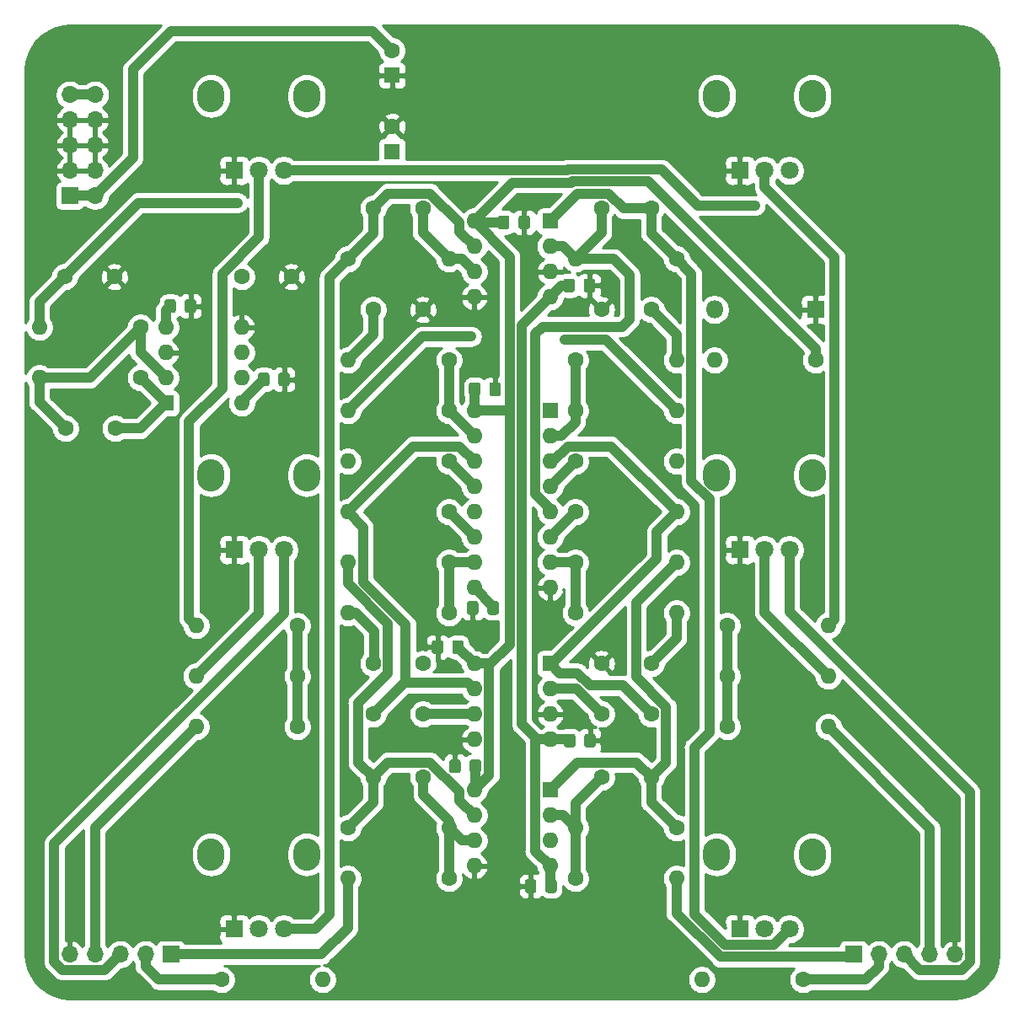
<source format=gbr>
G04 #@! TF.GenerationSoftware,KiCad,Pcbnew,5.1.6-c6e7f7d~86~ubuntu18.04.1*
G04 #@! TF.CreationDate,2020-06-20T09:49:41-04:00*
G04 #@! TF.ProjectId,dual_VCA,6475616c-5f56-4434-912e-6b696361645f,rev?*
G04 #@! TF.SameCoordinates,Original*
G04 #@! TF.FileFunction,Copper,L1,Top*
G04 #@! TF.FilePolarity,Positive*
%FSLAX46Y46*%
G04 Gerber Fmt 4.6, Leading zero omitted, Abs format (unit mm)*
G04 Created by KiCad (PCBNEW 5.1.6-c6e7f7d~86~ubuntu18.04.1) date 2020-06-20 09:49:41*
%MOMM*%
%LPD*%
G01*
G04 APERTURE LIST*
G04 #@! TA.AperFunction,ComponentPad*
%ADD10O,2.720000X3.240000*%
G04 #@! TD*
G04 #@! TA.AperFunction,ComponentPad*
%ADD11C,1.800000*%
G04 #@! TD*
G04 #@! TA.AperFunction,ComponentPad*
%ADD12R,1.800000X1.800000*%
G04 #@! TD*
G04 #@! TA.AperFunction,ComponentPad*
%ADD13O,1.600000X1.600000*%
G04 #@! TD*
G04 #@! TA.AperFunction,ComponentPad*
%ADD14R,1.600000X1.600000*%
G04 #@! TD*
G04 #@! TA.AperFunction,ComponentPad*
%ADD15C,1.600000*%
G04 #@! TD*
G04 #@! TA.AperFunction,ComponentPad*
%ADD16O,1.700000X1.700000*%
G04 #@! TD*
G04 #@! TA.AperFunction,ComponentPad*
%ADD17R,1.700000X1.700000*%
G04 #@! TD*
G04 #@! TA.AperFunction,ComponentPad*
%ADD18O,1.800000X1.800000*%
G04 #@! TD*
G04 #@! TA.AperFunction,ViaPad*
%ADD19C,1.000000*%
G04 #@! TD*
G04 #@! TA.AperFunction,Conductor*
%ADD20C,1.000000*%
G04 #@! TD*
G04 #@! TA.AperFunction,Conductor*
%ADD21C,0.254000*%
G04 #@! TD*
G04 APERTURE END LIST*
G04 #@! TA.AperFunction,SMDPad,CuDef*
G36*
G01*
X142746200Y-79204399D02*
X142746200Y-80104401D01*
G75*
G02*
X142496201Y-80354400I-249999J0D01*
G01*
X141846199Y-80354400D01*
G75*
G02*
X141596200Y-80104401I0J249999D01*
G01*
X141596200Y-79204399D01*
G75*
G02*
X141846199Y-78954400I249999J0D01*
G01*
X142496201Y-78954400D01*
G75*
G02*
X142746200Y-79204399I0J-249999D01*
G01*
G37*
G04 #@! TD.AperFunction*
G04 #@! TA.AperFunction,SMDPad,CuDef*
G36*
G01*
X144796200Y-79204399D02*
X144796200Y-80104401D01*
G75*
G02*
X144546201Y-80354400I-249999J0D01*
G01*
X143896199Y-80354400D01*
G75*
G02*
X143646200Y-80104401I0J249999D01*
G01*
X143646200Y-79204399D01*
G75*
G02*
X143896199Y-78954400I249999J0D01*
G01*
X144546201Y-78954400D01*
G75*
G02*
X144796200Y-79204399I0J-249999D01*
G01*
G37*
G04 #@! TD.AperFunction*
G04 #@! TA.AperFunction,SMDPad,CuDef*
G36*
G01*
X153044200Y-87470401D02*
X153044200Y-86570399D01*
G75*
G02*
X153294199Y-86320400I249999J0D01*
G01*
X153944201Y-86320400D01*
G75*
G02*
X154194200Y-86570399I0J-249999D01*
G01*
X154194200Y-87470401D01*
G75*
G02*
X153944201Y-87720400I-249999J0D01*
G01*
X153294199Y-87720400D01*
G75*
G02*
X153044200Y-87470401I0J249999D01*
G01*
G37*
G04 #@! TD.AperFunction*
G04 #@! TA.AperFunction,SMDPad,CuDef*
G36*
G01*
X150994200Y-87470401D02*
X150994200Y-86570399D01*
G75*
G02*
X151244199Y-86320400I249999J0D01*
G01*
X151894201Y-86320400D01*
G75*
G02*
X152144200Y-86570399I0J-249999D01*
G01*
X152144200Y-87470401D01*
G75*
G02*
X151894201Y-87720400I-249999J0D01*
G01*
X151244199Y-87720400D01*
G75*
G02*
X150994200Y-87470401I0J249999D01*
G01*
G37*
G04 #@! TD.AperFunction*
G04 #@! TA.AperFunction,SMDPad,CuDef*
G36*
G01*
X179866600Y-138372001D02*
X179866600Y-137471999D01*
G75*
G02*
X180116599Y-137222000I249999J0D01*
G01*
X180766601Y-137222000D01*
G75*
G02*
X181016600Y-137471999I0J-249999D01*
G01*
X181016600Y-138372001D01*
G75*
G02*
X180766601Y-138622000I-249999J0D01*
G01*
X180116599Y-138622000D01*
G75*
G02*
X179866600Y-138372001I0J249999D01*
G01*
G37*
G04 #@! TD.AperFunction*
G04 #@! TA.AperFunction,SMDPad,CuDef*
G36*
G01*
X177816600Y-138372001D02*
X177816600Y-137471999D01*
G75*
G02*
X178066599Y-137222000I249999J0D01*
G01*
X178716601Y-137222000D01*
G75*
G02*
X178966600Y-137471999I0J-249999D01*
G01*
X178966600Y-138372001D01*
G75*
G02*
X178716601Y-138622000I-249999J0D01*
G01*
X178066599Y-138622000D01*
G75*
G02*
X177816600Y-138372001I0J249999D01*
G01*
G37*
G04 #@! TD.AperFunction*
G04 #@! TA.AperFunction,SMDPad,CuDef*
G36*
G01*
X171364600Y-125432399D02*
X171364600Y-126332401D01*
G75*
G02*
X171114601Y-126582400I-249999J0D01*
G01*
X170464599Y-126582400D01*
G75*
G02*
X170214600Y-126332401I0J249999D01*
G01*
X170214600Y-125432399D01*
G75*
G02*
X170464599Y-125182400I249999J0D01*
G01*
X171114601Y-125182400D01*
G75*
G02*
X171364600Y-125432399I0J-249999D01*
G01*
G37*
G04 #@! TD.AperFunction*
G04 #@! TA.AperFunction,SMDPad,CuDef*
G36*
G01*
X173414600Y-125432399D02*
X173414600Y-126332401D01*
G75*
G02*
X173164601Y-126582400I-249999J0D01*
G01*
X172514599Y-126582400D01*
G75*
G02*
X172264600Y-126332401I0J249999D01*
G01*
X172264600Y-125432399D01*
G75*
G02*
X172514599Y-125182400I249999J0D01*
G01*
X173164601Y-125182400D01*
G75*
G02*
X173414600Y-125432399I0J-249999D01*
G01*
G37*
G04 #@! TD.AperFunction*
G04 #@! TA.AperFunction,SMDPad,CuDef*
G36*
G01*
X182883500Y-122866999D02*
X182883500Y-123767001D01*
G75*
G02*
X182633501Y-124017000I-249999J0D01*
G01*
X181983499Y-124017000D01*
G75*
G02*
X181733500Y-123767001I0J249999D01*
G01*
X181733500Y-122866999D01*
G75*
G02*
X181983499Y-122617000I249999J0D01*
G01*
X182633501Y-122617000D01*
G75*
G02*
X182883500Y-122866999I0J-249999D01*
G01*
G37*
G04 #@! TD.AperFunction*
G04 #@! TA.AperFunction,SMDPad,CuDef*
G36*
G01*
X184933500Y-122866999D02*
X184933500Y-123767001D01*
G75*
G02*
X184683501Y-124017000I-249999J0D01*
G01*
X184033499Y-124017000D01*
G75*
G02*
X183783500Y-123767001I0J249999D01*
G01*
X183783500Y-122866999D01*
G75*
G02*
X184033499Y-122617000I249999J0D01*
G01*
X184683501Y-122617000D01*
G75*
G02*
X184933500Y-122866999I0J-249999D01*
G01*
G37*
G04 #@! TD.AperFunction*
G04 #@! TA.AperFunction,SMDPad,CuDef*
G36*
G01*
X169612000Y-113468999D02*
X169612000Y-114369001D01*
G75*
G02*
X169362001Y-114619000I-249999J0D01*
G01*
X168711999Y-114619000D01*
G75*
G02*
X168462000Y-114369001I0J249999D01*
G01*
X168462000Y-113468999D01*
G75*
G02*
X168711999Y-113219000I249999J0D01*
G01*
X169362001Y-113219000D01*
G75*
G02*
X169612000Y-113468999I0J-249999D01*
G01*
G37*
G04 #@! TD.AperFunction*
G04 #@! TA.AperFunction,SMDPad,CuDef*
G36*
G01*
X171662000Y-113468999D02*
X171662000Y-114369001D01*
G75*
G02*
X171412001Y-114619000I-249999J0D01*
G01*
X170761999Y-114619000D01*
G75*
G02*
X170512000Y-114369001I0J249999D01*
G01*
X170512000Y-113468999D01*
G75*
G02*
X170761999Y-113219000I249999J0D01*
G01*
X171412001Y-113219000D01*
G75*
G02*
X171662000Y-113468999I0J-249999D01*
G01*
G37*
G04 #@! TD.AperFunction*
G04 #@! TA.AperFunction,SMDPad,CuDef*
G36*
G01*
X174050000Y-110432001D02*
X174050000Y-109531999D01*
G75*
G02*
X174299999Y-109282000I249999J0D01*
G01*
X174950001Y-109282000D01*
G75*
G02*
X175200000Y-109531999I0J-249999D01*
G01*
X175200000Y-110432001D01*
G75*
G02*
X174950001Y-110682000I-249999J0D01*
G01*
X174299999Y-110682000D01*
G75*
G02*
X174050000Y-110432001I0J249999D01*
G01*
G37*
G04 #@! TD.AperFunction*
G04 #@! TA.AperFunction,SMDPad,CuDef*
G36*
G01*
X172000000Y-110432001D02*
X172000000Y-109531999D01*
G75*
G02*
X172249999Y-109282000I249999J0D01*
G01*
X172900001Y-109282000D01*
G75*
G02*
X173150000Y-109531999I0J-249999D01*
G01*
X173150000Y-110432001D01*
G75*
G02*
X172900001Y-110682000I-249999J0D01*
G01*
X172249999Y-110682000D01*
G75*
G02*
X172000000Y-110432001I0J249999D01*
G01*
G37*
G04 #@! TD.AperFunction*
G04 #@! TA.AperFunction,SMDPad,CuDef*
G36*
G01*
X174240500Y-88461001D02*
X174240500Y-87560999D01*
G75*
G02*
X174490499Y-87311000I249999J0D01*
G01*
X175140501Y-87311000D01*
G75*
G02*
X175390500Y-87560999I0J-249999D01*
G01*
X175390500Y-88461001D01*
G75*
G02*
X175140501Y-88711000I-249999J0D01*
G01*
X174490499Y-88711000D01*
G75*
G02*
X174240500Y-88461001I0J249999D01*
G01*
G37*
G04 #@! TD.AperFunction*
G04 #@! TA.AperFunction,SMDPad,CuDef*
G36*
G01*
X172190500Y-88461001D02*
X172190500Y-87560999D01*
G75*
G02*
X172440499Y-87311000I249999J0D01*
G01*
X173090501Y-87311000D01*
G75*
G02*
X173340500Y-87560999I0J-249999D01*
G01*
X173340500Y-88461001D01*
G75*
G02*
X173090501Y-88711000I-249999J0D01*
G01*
X172440499Y-88711000D01*
G75*
G02*
X172190500Y-88461001I0J249999D01*
G01*
G37*
G04 #@! TD.AperFunction*
G04 #@! TA.AperFunction,SMDPad,CuDef*
G36*
G01*
X182820000Y-77146999D02*
X182820000Y-78047001D01*
G75*
G02*
X182570001Y-78297000I-249999J0D01*
G01*
X181919999Y-78297000D01*
G75*
G02*
X181670000Y-78047001I0J249999D01*
G01*
X181670000Y-77146999D01*
G75*
G02*
X181919999Y-76897000I249999J0D01*
G01*
X182570001Y-76897000D01*
G75*
G02*
X182820000Y-77146999I0J-249999D01*
G01*
G37*
G04 #@! TD.AperFunction*
G04 #@! TA.AperFunction,SMDPad,CuDef*
G36*
G01*
X184870000Y-77146999D02*
X184870000Y-78047001D01*
G75*
G02*
X184620001Y-78297000I-249999J0D01*
G01*
X183969999Y-78297000D01*
G75*
G02*
X183720000Y-78047001I0J249999D01*
G01*
X183720000Y-77146999D01*
G75*
G02*
X183969999Y-76897000I249999J0D01*
G01*
X184620001Y-76897000D01*
G75*
G02*
X184870000Y-77146999I0J-249999D01*
G01*
G37*
G04 #@! TD.AperFunction*
G04 #@! TA.AperFunction,SMDPad,CuDef*
G36*
G01*
X177161500Y-71697001D02*
X177161500Y-70796999D01*
G75*
G02*
X177411499Y-70547000I249999J0D01*
G01*
X178061501Y-70547000D01*
G75*
G02*
X178311500Y-70796999I0J-249999D01*
G01*
X178311500Y-71697001D01*
G75*
G02*
X178061501Y-71947000I-249999J0D01*
G01*
X177411499Y-71947000D01*
G75*
G02*
X177161500Y-71697001I0J249999D01*
G01*
G37*
G04 #@! TD.AperFunction*
G04 #@! TA.AperFunction,SMDPad,CuDef*
G36*
G01*
X175111500Y-71697001D02*
X175111500Y-70796999D01*
G75*
G02*
X175361499Y-70547000I249999J0D01*
G01*
X176011501Y-70547000D01*
G75*
G02*
X176261500Y-70796999I0J-249999D01*
G01*
X176261500Y-71697001D01*
G75*
G02*
X176011501Y-71947000I-249999J0D01*
G01*
X175361499Y-71947000D01*
G75*
G02*
X175111500Y-71697001I0J249999D01*
G01*
G37*
G04 #@! TD.AperFunction*
D10*
X197090000Y-134740000D03*
X206690000Y-134740000D03*
D11*
X204390000Y-142240000D03*
X201890000Y-142240000D03*
D12*
X199390000Y-142240000D03*
D10*
X146290000Y-134740000D03*
X155890000Y-134740000D03*
D11*
X153590000Y-142240000D03*
X151090000Y-142240000D03*
D12*
X148590000Y-142240000D03*
D13*
X149352000Y-89408000D03*
X141732000Y-81788000D03*
X149352000Y-86868000D03*
X141732000Y-84328000D03*
X149352000Y-84328000D03*
X141732000Y-86868000D03*
X149352000Y-81788000D03*
D14*
X141732000Y-89408000D03*
D13*
X172720000Y-71120000D03*
X180340000Y-78740000D03*
X172720000Y-73660000D03*
X180340000Y-76200000D03*
X172720000Y-76200000D03*
X180340000Y-73660000D03*
X172720000Y-78740000D03*
D14*
X180340000Y-71120000D03*
D13*
X172720000Y-128270000D03*
X180340000Y-135890000D03*
X172720000Y-130810000D03*
X180340000Y-133350000D03*
X172720000Y-133350000D03*
X180340000Y-130810000D03*
X172720000Y-135890000D03*
D14*
X180340000Y-128270000D03*
D13*
X172720000Y-115570000D03*
X180340000Y-123190000D03*
X172720000Y-118110000D03*
X180340000Y-120650000D03*
X172720000Y-120650000D03*
X180340000Y-118110000D03*
X172720000Y-123190000D03*
D14*
X180340000Y-115570000D03*
D13*
X172720000Y-90170000D03*
X180340000Y-107950000D03*
X172720000Y-92710000D03*
X180340000Y-105410000D03*
X172720000Y-95250000D03*
X180340000Y-102870000D03*
X172720000Y-97790000D03*
X180340000Y-100330000D03*
X172720000Y-100330000D03*
X180340000Y-97790000D03*
X172720000Y-102870000D03*
X180340000Y-95250000D03*
X172720000Y-105410000D03*
X180340000Y-92710000D03*
X172720000Y-107950000D03*
D14*
X180340000Y-90170000D03*
D10*
X197090000Y-96640000D03*
X206690000Y-96640000D03*
D11*
X204390000Y-104140000D03*
X201890000Y-104140000D03*
D12*
X199390000Y-104140000D03*
D10*
X197090000Y-58540000D03*
X206690000Y-58540000D03*
D11*
X204390000Y-66040000D03*
X201890000Y-66040000D03*
D12*
X199390000Y-66040000D03*
D10*
X146290000Y-96640000D03*
X155890000Y-96640000D03*
D11*
X153590000Y-104140000D03*
X151090000Y-104140000D03*
D12*
X148590000Y-104140000D03*
D10*
X146290000Y-58540000D03*
X155890000Y-58540000D03*
D11*
X153590000Y-66040000D03*
X151090000Y-66040000D03*
D12*
X148590000Y-66040000D03*
D13*
X208280000Y-116840000D03*
D15*
X198120000Y-116840000D03*
D13*
X144780000Y-116840000D03*
D15*
X154940000Y-116840000D03*
D13*
X193040000Y-100330000D03*
D15*
X182880000Y-100330000D03*
D13*
X193040000Y-95250000D03*
D15*
X182880000Y-95250000D03*
D13*
X160020000Y-100330000D03*
D15*
X170180000Y-100330000D03*
D13*
X160020000Y-95250000D03*
D15*
X170180000Y-95250000D03*
D13*
X196850000Y-85090000D03*
D15*
X207010000Y-85090000D03*
D13*
X129032000Y-86868000D03*
D15*
X139192000Y-86868000D03*
D13*
X129032000Y-81788000D03*
D15*
X139192000Y-81788000D03*
D13*
X170180000Y-74930000D03*
D15*
X160020000Y-74930000D03*
D13*
X160020000Y-110490000D03*
D15*
X170180000Y-110490000D03*
D13*
X160020000Y-90170000D03*
D15*
X170180000Y-90170000D03*
D13*
X160020000Y-105410000D03*
D15*
X170180000Y-105410000D03*
D13*
X160020000Y-85090000D03*
D15*
X170180000Y-85090000D03*
D13*
X170180000Y-132080000D03*
D15*
X160020000Y-132080000D03*
D13*
X160020000Y-137160000D03*
D15*
X170180000Y-137160000D03*
D13*
X182880000Y-74930000D03*
D15*
X193040000Y-74930000D03*
D13*
X193040000Y-110490000D03*
D15*
X182880000Y-110490000D03*
D13*
X193040000Y-90170000D03*
D15*
X182880000Y-90170000D03*
D13*
X193040000Y-105410000D03*
D15*
X182880000Y-105410000D03*
D13*
X193040000Y-85090000D03*
D15*
X182880000Y-85090000D03*
D13*
X182880000Y-132080000D03*
D15*
X193040000Y-132080000D03*
D13*
X193040000Y-137160000D03*
D15*
X182880000Y-137160000D03*
D13*
X157480000Y-147320000D03*
D15*
X147320000Y-147320000D03*
D13*
X195580000Y-147320000D03*
D15*
X205740000Y-147320000D03*
D13*
X144780000Y-121920000D03*
D15*
X154940000Y-121920000D03*
D13*
X144780000Y-111760000D03*
D15*
X154940000Y-111760000D03*
D13*
X208280000Y-121920000D03*
D15*
X198120000Y-121920000D03*
D13*
X208280000Y-111760000D03*
D15*
X198120000Y-111760000D03*
D16*
X134620000Y-58420000D03*
X132080000Y-58420000D03*
X134620000Y-60960000D03*
X132080000Y-60960000D03*
X134620000Y-63500000D03*
X132080000Y-63500000D03*
X134620000Y-66040000D03*
X132080000Y-66040000D03*
X134620000Y-68580000D03*
D17*
X132080000Y-68580000D03*
D16*
X220980000Y-144780000D03*
X218440000Y-144780000D03*
X215900000Y-144780000D03*
X213360000Y-144780000D03*
D17*
X210820000Y-144780000D03*
D16*
X132080000Y-144780000D03*
X134620000Y-144780000D03*
X137160000Y-144780000D03*
X139700000Y-144780000D03*
D17*
X142240000Y-144780000D03*
D18*
X196850000Y-80010000D03*
D12*
X207010000Y-80010000D03*
D15*
X164465000Y-53975000D03*
D14*
X164465000Y-56475000D03*
D15*
X164465000Y-61635000D03*
D14*
X164465000Y-64135000D03*
D15*
X131652000Y-91948000D03*
X136652000Y-91948000D03*
X136572000Y-76708000D03*
X131572000Y-76708000D03*
X154352000Y-76708000D03*
X149352000Y-76708000D03*
X167560000Y-69850000D03*
X162560000Y-69850000D03*
X167560000Y-115570000D03*
X162560000Y-115570000D03*
X167560000Y-80010000D03*
X162560000Y-80010000D03*
X167560000Y-127000000D03*
X162560000Y-127000000D03*
X167560000Y-120650000D03*
X162560000Y-120650000D03*
X185500000Y-69850000D03*
X190500000Y-69850000D03*
X185500000Y-115570000D03*
X190500000Y-115570000D03*
X185500000Y-80010000D03*
X190500000Y-80010000D03*
X185500000Y-127000000D03*
X190500000Y-127000000D03*
X185500000Y-120650000D03*
X190500000Y-120650000D03*
D19*
X143357600Y-71831200D03*
X164947600Y-76250800D03*
X178562000Y-61849000D03*
X201498200Y-82524600D03*
X189179200Y-100304600D03*
X163652200Y-100126800D03*
X177469800Y-73075800D03*
X172262800Y-86258400D03*
X172516800Y-111658400D03*
X169062400Y-112242600D03*
X185724800Y-123317000D03*
X177012600Y-137871200D03*
X186080400Y-76784200D03*
X152730200Y-71069200D03*
X172770800Y-68300600D03*
X188671200Y-73431400D03*
X189953900Y-83756500D03*
X185801000Y-85991700D03*
X189496700Y-92786200D03*
X194589400Y-108064300D03*
X193954400Y-118237000D03*
X192963800Y-128270000D03*
X189268100Y-134378700D03*
X201790300Y-125996700D03*
X165735000Y-89039700D03*
X159778700Y-116903500D03*
X164693600Y-134048500D03*
X151244300Y-126415800D03*
X160362900Y-128689100D03*
X148959614Y-69277186D03*
X200939400Y-69570600D03*
X181775100Y-83051510D03*
X172427904Y-82702400D03*
D20*
X182159999Y-93749999D02*
X186459999Y-93749999D01*
X186459999Y-93749999D02*
X193040000Y-100330000D01*
X180659998Y-95250000D02*
X182159999Y-93749999D01*
X180340000Y-95250000D02*
X180659998Y-95250000D01*
X181317900Y-116547900D02*
X180340000Y-115570000D01*
X183094970Y-116547900D02*
X181317900Y-116547900D01*
X190500000Y-120650000D02*
X187629800Y-117779800D01*
X184326870Y-117779800D02*
X183094970Y-116547900D01*
X187629800Y-117779800D02*
X184326870Y-117779800D01*
X191058800Y-105067100D02*
X191058800Y-102311200D01*
X191058800Y-102311200D02*
X193040000Y-100330000D01*
X180340000Y-115570000D02*
X180555900Y-115570000D01*
X180555900Y-115570000D02*
X191058800Y-105067100D01*
X154940000Y-111760000D02*
X154940000Y-116840000D01*
X154940000Y-116840000D02*
X154940000Y-121920000D01*
X170180000Y-95250000D02*
X172720000Y-97790000D01*
X167560000Y-120650000D02*
X172720000Y-120650000D01*
X183110001Y-125499999D02*
X188999999Y-125499999D01*
X188999999Y-125499999D02*
X190500000Y-127000000D01*
X180340000Y-128270000D02*
X183110001Y-125499999D01*
X190500000Y-129540000D02*
X193040000Y-132080000D01*
X190500000Y-127000000D02*
X190500000Y-129540000D01*
X188999999Y-109450001D02*
X193040000Y-105410000D01*
X188999999Y-116929997D02*
X188999999Y-109450001D01*
X192000001Y-119929999D02*
X188999999Y-116929997D01*
X192000001Y-125499999D02*
X192000001Y-119929999D01*
X190500000Y-127000000D02*
X192000001Y-125499999D01*
X181610000Y-130810000D02*
X182880000Y-132080000D01*
X180340000Y-130810000D02*
X181610000Y-130810000D01*
X182880000Y-132080000D02*
X182880000Y-137160000D01*
X182880000Y-129620000D02*
X185500000Y-127000000D01*
X182880000Y-132080000D02*
X182880000Y-129620000D01*
X193040000Y-82550000D02*
X190500000Y-80010000D01*
X193040000Y-85090000D02*
X193040000Y-82550000D01*
X193040000Y-113030000D02*
X190500000Y-115570000D01*
X193040000Y-110490000D02*
X193040000Y-113030000D01*
X164060001Y-68349999D02*
X162560000Y-69850000D01*
X171219999Y-71289997D02*
X168280001Y-68349999D01*
X168280001Y-68349999D02*
X164060001Y-68349999D01*
X171219999Y-72159999D02*
X171219999Y-71289997D01*
X172720000Y-73660000D02*
X171219999Y-72159999D01*
X162560000Y-72390000D02*
X160020000Y-74930000D01*
X162560000Y-69850000D02*
X162560000Y-72390000D01*
X156718000Y-142240000D02*
X153590000Y-142240000D01*
X158165800Y-140792200D02*
X156718000Y-142240000D01*
X160020000Y-74930000D02*
X158165800Y-76784200D01*
X158165800Y-76784200D02*
X158165800Y-140792200D01*
X181610000Y-73660000D02*
X182880000Y-74930000D01*
X180340000Y-73660000D02*
X181610000Y-73660000D01*
X185500000Y-72310000D02*
X182880000Y-74930000D01*
X185500000Y-69850000D02*
X185500000Y-72310000D01*
X186753500Y-74930000D02*
X182880000Y-74930000D01*
X188341000Y-80962500D02*
X188341000Y-76517500D01*
X188341000Y-76517500D02*
X186753500Y-74930000D01*
X180340000Y-100010002D02*
X178839999Y-98510001D01*
X180340000Y-100330000D02*
X180340000Y-100010002D01*
X187579000Y-81724500D02*
X188341000Y-80962500D01*
X178839999Y-98510001D02*
X178839999Y-82460003D01*
X178839999Y-82460003D02*
X179575502Y-81724500D01*
X179575502Y-81724500D02*
X187579000Y-81724500D01*
X166600001Y-93749999D02*
X160020000Y-100330000D01*
X171219999Y-93749999D02*
X166600001Y-93749999D01*
X172720000Y-95250000D02*
X171219999Y-93749999D01*
X165709600Y-117500400D02*
X162560000Y-120650000D01*
X172720000Y-118110000D02*
X172110400Y-117500400D01*
X172110400Y-117500400D02*
X165709600Y-117500400D01*
X161556700Y-107378500D02*
X161556700Y-101866700D01*
X165836600Y-117373400D02*
X165836600Y-111658400D01*
X161556700Y-101866700D02*
X160020000Y-100330000D01*
X165836600Y-111658400D02*
X161556700Y-107378500D01*
X162560000Y-120650000D02*
X165836600Y-117373400D01*
X198120000Y-111760000D02*
X198120000Y-116840000D01*
X198120000Y-116840000D02*
X198120000Y-121920000D01*
X182960000Y-118110000D02*
X185500000Y-120650000D01*
X180340000Y-118110000D02*
X182960000Y-118110000D01*
X182880000Y-95250000D02*
X180340000Y-97790000D01*
X164060001Y-125499999D02*
X162560000Y-127000000D01*
X168280001Y-125499999D02*
X164060001Y-125499999D01*
X171219999Y-128439997D02*
X168280001Y-125499999D01*
X171219999Y-129309999D02*
X171219999Y-128439997D01*
X172720000Y-130810000D02*
X171219999Y-129309999D01*
X162560000Y-129540000D02*
X160020000Y-132080000D01*
X162560000Y-127000000D02*
X162560000Y-129540000D01*
X164060001Y-111578871D02*
X160020000Y-107538870D01*
X160020000Y-107538870D02*
X160020000Y-105410000D01*
X164060001Y-116533799D02*
X164060001Y-111578871D01*
X161059999Y-125499999D02*
X161059999Y-119533801D01*
X161059999Y-119533801D02*
X164060001Y-116533799D01*
X162560000Y-127000000D02*
X161059999Y-125499999D01*
X171450000Y-133350000D02*
X170180000Y-132080000D01*
X172720000Y-133350000D02*
X171450000Y-133350000D01*
X167589200Y-127029200D02*
X167560000Y-127000000D01*
X167589200Y-128752600D02*
X167589200Y-127029200D01*
X170180000Y-132080000D02*
X170180000Y-131343400D01*
X170180000Y-131343400D02*
X167589200Y-128752600D01*
X170180000Y-137160000D02*
X170180000Y-132080000D01*
X162560000Y-82550000D02*
X160020000Y-85090000D01*
X162560000Y-80010000D02*
X162560000Y-82550000D01*
X162648900Y-112293400D02*
X162648900Y-115481100D01*
X162648900Y-115481100D02*
X162560000Y-115570000D01*
X160020000Y-110490000D02*
X160845500Y-110490000D01*
X160845500Y-110490000D02*
X162648900Y-112293400D01*
X171450000Y-74930000D02*
X172720000Y-76200000D01*
X170180000Y-74930000D02*
X171450000Y-74930000D01*
X167560000Y-72310000D02*
X170180000Y-74930000D01*
X167560000Y-69850000D02*
X167560000Y-72310000D01*
X197929999Y-143840001D02*
X194843400Y-140753402D01*
X204390000Y-142240000D02*
X202789999Y-143840001D01*
X202789999Y-143840001D02*
X197929999Y-143840001D01*
X194843400Y-124000117D02*
X196342000Y-122501517D01*
X194843400Y-140753402D02*
X194843400Y-124000117D01*
X194540001Y-76430001D02*
X193040000Y-74930000D01*
X194540001Y-97263295D02*
X194540001Y-76430001D01*
X196342000Y-99065294D02*
X194540001Y-97263295D01*
X196342000Y-122501517D02*
X196342000Y-99065294D01*
X190500000Y-72390000D02*
X193040000Y-74930000D01*
X190500000Y-69850000D02*
X190500000Y-72390000D01*
X187720002Y-69850000D02*
X190500000Y-69850000D01*
X186220001Y-68349999D02*
X187720002Y-69850000D01*
X180340000Y-71120000D02*
X183110001Y-68349999D01*
X183110001Y-68349999D02*
X186220001Y-68349999D01*
X129032000Y-79248000D02*
X131572000Y-76708000D01*
X129032000Y-81788000D02*
X129032000Y-79248000D01*
X131572000Y-76708000D02*
X139002814Y-69277186D01*
X139002814Y-69277186D02*
X148959614Y-69277186D01*
X182115881Y-65949977D02*
X191552977Y-65949977D01*
X182025858Y-66040000D02*
X182115881Y-65949977D01*
X195173600Y-69570600D02*
X200939400Y-69570600D01*
X191552977Y-65949977D02*
X195173600Y-69570600D01*
X153590000Y-66040000D02*
X182025858Y-66040000D01*
X129032000Y-89328000D02*
X131652000Y-91948000D01*
X129032000Y-86868000D02*
X129032000Y-89328000D01*
X139192000Y-84328000D02*
X139192000Y-81788000D01*
X141732000Y-86868000D02*
X139192000Y-84328000D01*
X134112000Y-86868000D02*
X139192000Y-81788000D01*
X129032000Y-86868000D02*
X134112000Y-86868000D01*
X139192000Y-91948000D02*
X141732000Y-89408000D01*
X136652000Y-91948000D02*
X139192000Y-91948000D01*
X139192000Y-86868000D02*
X141732000Y-89408000D01*
X185921510Y-83051510D02*
X181775100Y-83051510D01*
X193040000Y-90170000D02*
X185921510Y-83051510D01*
X167487600Y-82702400D02*
X172427904Y-82702400D01*
X160020000Y-90170000D02*
X167487600Y-82702400D01*
X181471370Y-92710000D02*
X180340000Y-92710000D01*
X182880000Y-91301370D02*
X181471370Y-92710000D01*
X182880000Y-90170000D02*
X182880000Y-91301370D01*
X182880000Y-85090000D02*
X182880000Y-90170000D01*
X180340000Y-105410000D02*
X182880000Y-105410000D01*
X182880000Y-105410000D02*
X182880000Y-110490000D01*
X170180000Y-85090000D02*
X170180000Y-90170000D01*
X170180000Y-90170000D02*
X172720000Y-92710000D01*
X172720000Y-105410000D02*
X170180000Y-105410000D01*
X170180000Y-105410000D02*
X170180000Y-110490000D01*
X142240000Y-144780000D02*
X157353000Y-144780000D01*
X160020000Y-142113000D02*
X160020000Y-137160000D01*
X157353000Y-144780000D02*
X160020000Y-142113000D01*
X193040000Y-140647072D02*
X193040000Y-137160000D01*
X197432938Y-145040010D02*
X193040000Y-140647072D01*
X210820000Y-144780000D02*
X210559989Y-145040011D01*
X210559989Y-145040011D02*
X197432938Y-145040010D01*
X139700000Y-145982081D02*
X141037919Y-147320000D01*
X141037919Y-147320000D02*
X147320000Y-147320000D01*
X139700000Y-144780000D02*
X139700000Y-145982081D01*
X213360000Y-145982081D02*
X213360000Y-144780000D01*
X212022081Y-147320000D02*
X213360000Y-145982081D01*
X205740000Y-147320000D02*
X212022081Y-147320000D01*
X170180000Y-100330000D02*
X172720000Y-102870000D01*
X182880000Y-100330000D02*
X180340000Y-102870000D01*
X134620000Y-132080000D02*
X144780000Y-121920000D01*
X134620000Y-144780000D02*
X134620000Y-132080000D01*
X130529999Y-145524001D02*
X130529999Y-133642701D01*
X130529999Y-133642701D02*
X153590000Y-110582700D01*
X131335999Y-146330001D02*
X130529999Y-145524001D01*
X153590000Y-110582700D02*
X153590000Y-104140000D01*
X137160000Y-144780000D02*
X135609999Y-146330001D01*
X135609999Y-146330001D02*
X131335999Y-146330001D01*
X218490800Y-144729200D02*
X218440000Y-144780000D01*
X208280000Y-121920000D02*
X218490800Y-132130800D01*
X218490800Y-132130800D02*
X218490800Y-144729200D01*
X222530001Y-128524601D02*
X204390000Y-110384600D01*
X222530001Y-145524001D02*
X222530001Y-128524601D01*
X221724001Y-146330001D02*
X222530001Y-145524001D01*
X204390000Y-110384600D02*
X204390000Y-104140000D01*
X215900000Y-144780000D02*
X217450001Y-146330001D01*
X217450001Y-146330001D02*
X221724001Y-146330001D01*
X208940400Y-111099600D02*
X208280000Y-111760000D01*
X208940400Y-74764900D02*
X208940400Y-111099600D01*
X201890000Y-66040000D02*
X201890000Y-67714500D01*
X201890000Y-67714500D02*
X208940400Y-74764900D01*
X144068800Y-111048800D02*
X144780000Y-111760000D01*
X147421600Y-87909400D02*
X144068800Y-91262200D01*
X147421600Y-76403200D02*
X147421600Y-87909400D01*
X144068800Y-91262200D02*
X144068800Y-111048800D01*
X151090000Y-66040000D02*
X151090000Y-72734800D01*
X151090000Y-72734800D02*
X147421600Y-76403200D01*
X151090000Y-110530000D02*
X151090000Y-104140000D01*
X144780000Y-116840000D02*
X151090000Y-110530000D01*
X201890000Y-110450000D02*
X201890000Y-104140000D01*
X208280000Y-116840000D02*
X201890000Y-110450000D01*
X174220001Y-126769999D02*
X172720000Y-128270000D01*
X174043602Y-115570000D02*
X174220001Y-115746399D01*
X172720000Y-115570000D02*
X174043602Y-115570000D01*
X174220001Y-115746399D02*
X174220001Y-126769999D01*
X176288700Y-90424000D02*
X176288700Y-113677700D01*
X176288700Y-113677700D02*
X174220001Y-115746399D01*
X176288700Y-74688700D02*
X176288700Y-90424000D01*
X172720000Y-71120000D02*
X176136300Y-74536300D01*
X176034700Y-90170000D02*
X176288700Y-90424000D01*
X172720000Y-90170000D02*
X176034700Y-90170000D01*
X172839600Y-128150400D02*
X172720000Y-128270000D01*
X172839600Y-125882400D02*
X172839600Y-128150400D01*
X172720000Y-115552000D02*
X171087000Y-113919000D01*
X172720000Y-115570000D02*
X172720000Y-115552000D01*
X172765500Y-90124500D02*
X172720000Y-90170000D01*
X172765500Y-88011000D02*
X172765500Y-90124500D01*
X172847000Y-71247000D02*
X172720000Y-71120000D01*
X175686500Y-71247000D02*
X172847000Y-71247000D01*
X149504400Y-89255600D02*
X149352000Y-89408000D01*
X149352000Y-89237600D02*
X151569200Y-87020400D01*
X149352000Y-89408000D02*
X149352000Y-89237600D01*
X176136300Y-74536300D02*
X176288700Y-74688700D01*
X132080000Y-58420000D02*
X134620000Y-58420000D01*
X176599989Y-67240011D02*
X172720000Y-71120000D01*
X182612941Y-67149988D02*
X182522918Y-67240011D01*
X207010000Y-85090000D02*
X207010000Y-83958630D01*
X207010000Y-83958630D02*
X190201358Y-67149988D01*
X190201358Y-67149988D02*
X182612941Y-67149988D01*
X182522918Y-67240011D02*
X176599989Y-67240011D01*
X178839999Y-134389999D02*
X180340000Y-135890000D01*
X179019200Y-123190000D02*
X178839999Y-123010799D01*
X180340000Y-123190000D02*
X179019200Y-123190000D01*
X178839999Y-123010799D02*
X178839999Y-134389999D01*
X177488711Y-121659511D02*
X178839999Y-123010799D01*
X177488711Y-81591289D02*
X177488711Y-121659511D01*
X180340000Y-78740000D02*
X177488711Y-81591289D01*
X180340000Y-137820400D02*
X180441600Y-137922000D01*
X180340000Y-135890000D02*
X180340000Y-137820400D01*
X174625000Y-109855000D02*
X172720000Y-107950000D01*
X174625000Y-109982000D02*
X174625000Y-109855000D01*
X182181500Y-123190000D02*
X182308500Y-123317000D01*
X180340000Y-123190000D02*
X182181500Y-123190000D01*
X181483000Y-77597000D02*
X180340000Y-78740000D01*
X182245000Y-77597000D02*
X181483000Y-77597000D01*
X141732000Y-80093600D02*
X142171200Y-79654400D01*
X141732000Y-81788000D02*
X141732000Y-80093600D01*
X132080000Y-68580000D02*
X134620000Y-68580000D01*
X162509200Y-52019200D02*
X164465000Y-53975000D01*
X138430000Y-55880000D02*
X142290800Y-52019200D01*
X142290800Y-52019200D02*
X162509200Y-52019200D01*
X134620000Y-68580000D02*
X138430000Y-64770000D01*
X138430000Y-64770000D02*
X138430000Y-55880000D01*
D21*
G36*
X137666860Y-55038009D02*
G01*
X137623552Y-55073551D01*
X137481717Y-55246377D01*
X137470539Y-55267290D01*
X137376324Y-55443554D01*
X137311423Y-55657502D01*
X137289509Y-55880000D01*
X137295001Y-55935761D01*
X137295000Y-64299867D01*
X136026633Y-65568235D01*
X136016825Y-65535901D01*
X135891641Y-65273080D01*
X135717588Y-65039731D01*
X135501355Y-64844822D01*
X135375745Y-64770000D01*
X135501355Y-64695178D01*
X135717588Y-64500269D01*
X135891641Y-64266920D01*
X136016825Y-64004099D01*
X136061476Y-63856890D01*
X135940155Y-63627000D01*
X134747000Y-63627000D01*
X134747000Y-65913000D01*
X134767000Y-65913000D01*
X134767000Y-66167000D01*
X134747000Y-66167000D01*
X134747000Y-66187000D01*
X134493000Y-66187000D01*
X134493000Y-66167000D01*
X132207000Y-66167000D01*
X132207000Y-66187000D01*
X131953000Y-66187000D01*
X131953000Y-66167000D01*
X130759845Y-66167000D01*
X130638524Y-66396890D01*
X130683175Y-66544099D01*
X130808359Y-66806920D01*
X130982412Y-67040269D01*
X131066466Y-67116034D01*
X130985820Y-67140498D01*
X130875506Y-67199463D01*
X130778815Y-67278815D01*
X130699463Y-67375506D01*
X130640498Y-67485820D01*
X130604188Y-67605518D01*
X130591928Y-67730000D01*
X130591928Y-69430000D01*
X130604188Y-69554482D01*
X130640498Y-69674180D01*
X130699463Y-69784494D01*
X130778815Y-69881185D01*
X130875506Y-69960537D01*
X130985820Y-70019502D01*
X131105518Y-70055812D01*
X131230000Y-70068072D01*
X132930000Y-70068072D01*
X133054482Y-70055812D01*
X133174180Y-70019502D01*
X133284494Y-69960537D01*
X133381185Y-69881185D01*
X133460537Y-69784494D01*
X133497683Y-69715000D01*
X133654893Y-69715000D01*
X133673368Y-69733475D01*
X133916589Y-69895990D01*
X134186842Y-70007932D01*
X134473740Y-70065000D01*
X134766260Y-70065000D01*
X135053158Y-70007932D01*
X135323411Y-69895990D01*
X135566632Y-69733475D01*
X135773475Y-69526632D01*
X135935990Y-69283411D01*
X136047932Y-69013158D01*
X136105000Y-68726260D01*
X136105000Y-68700131D01*
X137865132Y-66940000D01*
X147051928Y-66940000D01*
X147064188Y-67064482D01*
X147100498Y-67184180D01*
X147159463Y-67294494D01*
X147238815Y-67391185D01*
X147335506Y-67470537D01*
X147445820Y-67529502D01*
X147565518Y-67565812D01*
X147690000Y-67578072D01*
X148304250Y-67575000D01*
X148463000Y-67416250D01*
X148463000Y-66167000D01*
X147213750Y-66167000D01*
X147055000Y-66325750D01*
X147051928Y-66940000D01*
X137865132Y-66940000D01*
X139193146Y-65611987D01*
X139236449Y-65576449D01*
X139288086Y-65513530D01*
X139378284Y-65403623D01*
X139483676Y-65206447D01*
X139503832Y-65140000D01*
X147051928Y-65140000D01*
X147055000Y-65754250D01*
X147213750Y-65913000D01*
X148463000Y-65913000D01*
X148463000Y-64663750D01*
X148304250Y-64505000D01*
X147690000Y-64501928D01*
X147565518Y-64514188D01*
X147445820Y-64550498D01*
X147335506Y-64609463D01*
X147238815Y-64688815D01*
X147159463Y-64785506D01*
X147100498Y-64895820D01*
X147064188Y-65015518D01*
X147051928Y-65140000D01*
X139503832Y-65140000D01*
X139548577Y-64992499D01*
X139558099Y-64895820D01*
X139565000Y-64825752D01*
X139565000Y-64825751D01*
X139570491Y-64770000D01*
X139565000Y-64714248D01*
X139565000Y-61705512D01*
X163024783Y-61705512D01*
X163066213Y-61985130D01*
X163161397Y-62251292D01*
X163228329Y-62376514D01*
X163472298Y-62448097D01*
X164285395Y-61635000D01*
X164644605Y-61635000D01*
X165457702Y-62448097D01*
X165701671Y-62376514D01*
X165822571Y-62121004D01*
X165891300Y-61846816D01*
X165905217Y-61564488D01*
X165863787Y-61284870D01*
X165768603Y-61018708D01*
X165701671Y-60893486D01*
X165457702Y-60821903D01*
X164644605Y-61635000D01*
X164285395Y-61635000D01*
X163472298Y-60821903D01*
X163228329Y-60893486D01*
X163107429Y-61148996D01*
X163038700Y-61423184D01*
X163024783Y-61705512D01*
X139565000Y-61705512D01*
X139565000Y-58182002D01*
X144295000Y-58182002D01*
X144295000Y-58897997D01*
X144323867Y-59191087D01*
X144437943Y-59567146D01*
X144623193Y-59913725D01*
X144872497Y-60217503D01*
X145176275Y-60466807D01*
X145522853Y-60652057D01*
X145898912Y-60766133D01*
X146290000Y-60804652D01*
X146681087Y-60766133D01*
X147057146Y-60652057D01*
X147403725Y-60466807D01*
X147707503Y-60217503D01*
X147956807Y-59913725D01*
X148142057Y-59567147D01*
X148256133Y-59191088D01*
X148285000Y-58897998D01*
X148285000Y-58182003D01*
X148285000Y-58182002D01*
X153895000Y-58182002D01*
X153895000Y-58897997D01*
X153923867Y-59191087D01*
X154037943Y-59567146D01*
X154223193Y-59913725D01*
X154472497Y-60217503D01*
X154776275Y-60466807D01*
X155122853Y-60652057D01*
X155498912Y-60766133D01*
X155890000Y-60804652D01*
X156281087Y-60766133D01*
X156657146Y-60652057D01*
X156675403Y-60642298D01*
X163651903Y-60642298D01*
X164465000Y-61455395D01*
X165278097Y-60642298D01*
X165206514Y-60398329D01*
X164951004Y-60277429D01*
X164676816Y-60208700D01*
X164394488Y-60194783D01*
X164114870Y-60236213D01*
X163848708Y-60331397D01*
X163723486Y-60398329D01*
X163651903Y-60642298D01*
X156675403Y-60642298D01*
X157003725Y-60466807D01*
X157307503Y-60217503D01*
X157556807Y-59913725D01*
X157742057Y-59567147D01*
X157856133Y-59191088D01*
X157885000Y-58897998D01*
X157885000Y-58182003D01*
X157885000Y-58182002D01*
X195095000Y-58182002D01*
X195095000Y-58897997D01*
X195123867Y-59191087D01*
X195237943Y-59567146D01*
X195423193Y-59913725D01*
X195672497Y-60217503D01*
X195976275Y-60466807D01*
X196322853Y-60652057D01*
X196698912Y-60766133D01*
X197090000Y-60804652D01*
X197481087Y-60766133D01*
X197857146Y-60652057D01*
X198203725Y-60466807D01*
X198507503Y-60217503D01*
X198756807Y-59913725D01*
X198942057Y-59567147D01*
X199056133Y-59191088D01*
X199085000Y-58897998D01*
X199085000Y-58182003D01*
X199085000Y-58182002D01*
X204695000Y-58182002D01*
X204695000Y-58897997D01*
X204723867Y-59191087D01*
X204837943Y-59567146D01*
X205023193Y-59913725D01*
X205272497Y-60217503D01*
X205576275Y-60466807D01*
X205922853Y-60652057D01*
X206298912Y-60766133D01*
X206690000Y-60804652D01*
X207081087Y-60766133D01*
X207457146Y-60652057D01*
X207803725Y-60466807D01*
X208107503Y-60217503D01*
X208356807Y-59913725D01*
X208542057Y-59567147D01*
X208656133Y-59191088D01*
X208685000Y-58897998D01*
X208685000Y-58182003D01*
X208656133Y-57888913D01*
X208542057Y-57512853D01*
X208356807Y-57166275D01*
X208107503Y-56862497D01*
X207803725Y-56613193D01*
X207457147Y-56427943D01*
X207081088Y-56313867D01*
X206690000Y-56275348D01*
X206298913Y-56313867D01*
X205922854Y-56427943D01*
X205576276Y-56613193D01*
X205272498Y-56862497D01*
X205023193Y-57166275D01*
X204837943Y-57512853D01*
X204723867Y-57888912D01*
X204695000Y-58182002D01*
X199085000Y-58182002D01*
X199056133Y-57888913D01*
X198942057Y-57512853D01*
X198756807Y-57166275D01*
X198507503Y-56862497D01*
X198203725Y-56613193D01*
X197857147Y-56427943D01*
X197481088Y-56313867D01*
X197090000Y-56275348D01*
X196698913Y-56313867D01*
X196322854Y-56427943D01*
X195976276Y-56613193D01*
X195672498Y-56862497D01*
X195423193Y-57166275D01*
X195237943Y-57512853D01*
X195123867Y-57888912D01*
X195095000Y-58182002D01*
X157885000Y-58182002D01*
X157856133Y-57888913D01*
X157742057Y-57512853D01*
X157614922Y-57275000D01*
X163026928Y-57275000D01*
X163039188Y-57399482D01*
X163075498Y-57519180D01*
X163134463Y-57629494D01*
X163213815Y-57726185D01*
X163310506Y-57805537D01*
X163420820Y-57864502D01*
X163540518Y-57900812D01*
X163665000Y-57913072D01*
X164179250Y-57910000D01*
X164338000Y-57751250D01*
X164338000Y-56602000D01*
X164592000Y-56602000D01*
X164592000Y-57751250D01*
X164750750Y-57910000D01*
X165265000Y-57913072D01*
X165389482Y-57900812D01*
X165509180Y-57864502D01*
X165619494Y-57805537D01*
X165716185Y-57726185D01*
X165795537Y-57629494D01*
X165854502Y-57519180D01*
X165890812Y-57399482D01*
X165903072Y-57275000D01*
X165900000Y-56760750D01*
X165741250Y-56602000D01*
X164592000Y-56602000D01*
X164338000Y-56602000D01*
X163188750Y-56602000D01*
X163030000Y-56760750D01*
X163026928Y-57275000D01*
X157614922Y-57275000D01*
X157556807Y-57166275D01*
X157307503Y-56862497D01*
X157003725Y-56613193D01*
X156657147Y-56427943D01*
X156281088Y-56313867D01*
X155890000Y-56275348D01*
X155498913Y-56313867D01*
X155122854Y-56427943D01*
X154776276Y-56613193D01*
X154472498Y-56862497D01*
X154223193Y-57166275D01*
X154037943Y-57512853D01*
X153923867Y-57888912D01*
X153895000Y-58182002D01*
X148285000Y-58182002D01*
X148256133Y-57888913D01*
X148142057Y-57512853D01*
X147956807Y-57166275D01*
X147707503Y-56862497D01*
X147403725Y-56613193D01*
X147057147Y-56427943D01*
X146681088Y-56313867D01*
X146290000Y-56275348D01*
X145898913Y-56313867D01*
X145522854Y-56427943D01*
X145176276Y-56613193D01*
X144872498Y-56862497D01*
X144623193Y-57166275D01*
X144437943Y-57512853D01*
X144323867Y-57888912D01*
X144295000Y-58182002D01*
X139565000Y-58182002D01*
X139565000Y-56350131D01*
X142760933Y-53154200D01*
X162039069Y-53154200D01*
X163037150Y-54152282D01*
X163085147Y-54393574D01*
X163193320Y-54654727D01*
X163350363Y-54889759D01*
X163516943Y-55056339D01*
X163420820Y-55085498D01*
X163310506Y-55144463D01*
X163213815Y-55223815D01*
X163134463Y-55320506D01*
X163075498Y-55430820D01*
X163039188Y-55550518D01*
X163026928Y-55675000D01*
X163030000Y-56189250D01*
X163188750Y-56348000D01*
X164338000Y-56348000D01*
X164338000Y-56328000D01*
X164592000Y-56328000D01*
X164592000Y-56348000D01*
X165741250Y-56348000D01*
X165900000Y-56189250D01*
X165903072Y-55675000D01*
X165890812Y-55550518D01*
X165854502Y-55430820D01*
X165795537Y-55320506D01*
X165716185Y-55223815D01*
X165619494Y-55144463D01*
X165509180Y-55085498D01*
X165413057Y-55056339D01*
X165579637Y-54889759D01*
X165736680Y-54654727D01*
X165844853Y-54393574D01*
X165900000Y-54116335D01*
X165900000Y-53833665D01*
X165844853Y-53556426D01*
X165736680Y-53295273D01*
X165579637Y-53060241D01*
X165379759Y-52860363D01*
X165144727Y-52703320D01*
X164883574Y-52595147D01*
X164642282Y-52547150D01*
X163555131Y-51460000D01*
X220950608Y-51460000D01*
X221762249Y-51532437D01*
X222519774Y-51739672D01*
X223228625Y-52077777D01*
X223866404Y-52536067D01*
X224412946Y-53100055D01*
X224850977Y-53751913D01*
X225166651Y-54471038D01*
X225351206Y-55239768D01*
X225400001Y-55904221D01*
X225400000Y-144750608D01*
X225327563Y-145562249D01*
X225120328Y-146319774D01*
X224782221Y-147028627D01*
X224323928Y-147666410D01*
X223759945Y-148212946D01*
X223108085Y-148650978D01*
X222388963Y-148966651D01*
X221620232Y-149151206D01*
X220955792Y-149200000D01*
X132109392Y-149200000D01*
X131297751Y-149127563D01*
X130540226Y-148920328D01*
X129831373Y-148582221D01*
X129193590Y-148123928D01*
X128647054Y-147559945D01*
X128209022Y-146908085D01*
X127893349Y-146188963D01*
X127708794Y-145420232D01*
X127660000Y-144755792D01*
X127660000Y-87305533D01*
X127760320Y-87547727D01*
X127897000Y-87752284D01*
X127897001Y-89272239D01*
X127891509Y-89328000D01*
X127913423Y-89550498D01*
X127978324Y-89764446D01*
X128011532Y-89826574D01*
X128083717Y-89961623D01*
X128225552Y-90134449D01*
X128268860Y-90169991D01*
X130224151Y-92125283D01*
X130272147Y-92366574D01*
X130380320Y-92627727D01*
X130537363Y-92862759D01*
X130737241Y-93062637D01*
X130972273Y-93219680D01*
X131233426Y-93327853D01*
X131510665Y-93383000D01*
X131793335Y-93383000D01*
X132070574Y-93327853D01*
X132331727Y-93219680D01*
X132566759Y-93062637D01*
X132766637Y-92862759D01*
X132923680Y-92627727D01*
X133031853Y-92366574D01*
X133087000Y-92089335D01*
X133087000Y-91806665D01*
X133031853Y-91529426D01*
X132923680Y-91268273D01*
X132766637Y-91033241D01*
X132566759Y-90833363D01*
X132331727Y-90676320D01*
X132070574Y-90568147D01*
X131829283Y-90520151D01*
X130167000Y-88857869D01*
X130167000Y-88003000D01*
X134056249Y-88003000D01*
X134112000Y-88008491D01*
X134167751Y-88003000D01*
X134167752Y-88003000D01*
X134334499Y-87986577D01*
X134548447Y-87921676D01*
X134745623Y-87816284D01*
X134918449Y-87674449D01*
X134953996Y-87631135D01*
X138069945Y-84515186D01*
X138073423Y-84550498D01*
X138138324Y-84764446D01*
X138243716Y-84961623D01*
X138385551Y-85134449D01*
X138428865Y-85169996D01*
X138754751Y-85495882D01*
X138512273Y-85596320D01*
X138277241Y-85753363D01*
X138077363Y-85953241D01*
X137920320Y-86188273D01*
X137812147Y-86449426D01*
X137757000Y-86726665D01*
X137757000Y-87009335D01*
X137812147Y-87286574D01*
X137920320Y-87547727D01*
X138077363Y-87782759D01*
X138277241Y-87982637D01*
X138512273Y-88139680D01*
X138773426Y-88247853D01*
X139014718Y-88295850D01*
X140126868Y-89408000D01*
X138721869Y-90813000D01*
X137536284Y-90813000D01*
X137331727Y-90676320D01*
X137070574Y-90568147D01*
X136793335Y-90513000D01*
X136510665Y-90513000D01*
X136233426Y-90568147D01*
X135972273Y-90676320D01*
X135737241Y-90833363D01*
X135537363Y-91033241D01*
X135380320Y-91268273D01*
X135272147Y-91529426D01*
X135217000Y-91806665D01*
X135217000Y-92089335D01*
X135272147Y-92366574D01*
X135380320Y-92627727D01*
X135537363Y-92862759D01*
X135737241Y-93062637D01*
X135972273Y-93219680D01*
X136233426Y-93327853D01*
X136510665Y-93383000D01*
X136793335Y-93383000D01*
X137070574Y-93327853D01*
X137331727Y-93219680D01*
X137536284Y-93083000D01*
X139136249Y-93083000D01*
X139192000Y-93088491D01*
X139247751Y-93083000D01*
X139247752Y-93083000D01*
X139414499Y-93066577D01*
X139628447Y-93001676D01*
X139825623Y-92896284D01*
X139998449Y-92754449D01*
X140033996Y-92711135D01*
X141899060Y-90846072D01*
X142532000Y-90846072D01*
X142656482Y-90833812D01*
X142776180Y-90797502D01*
X142886494Y-90738537D01*
X142983185Y-90659185D01*
X143062537Y-90562494D01*
X143121502Y-90452180D01*
X143157812Y-90332482D01*
X143170072Y-90208000D01*
X143170072Y-88608000D01*
X143157812Y-88483518D01*
X143121502Y-88363820D01*
X143062537Y-88253506D01*
X142983185Y-88156815D01*
X142886494Y-88077463D01*
X142776180Y-88018498D01*
X142656482Y-87982188D01*
X142648039Y-87981357D01*
X142846637Y-87782759D01*
X143003680Y-87547727D01*
X143111853Y-87286574D01*
X143167000Y-87009335D01*
X143167000Y-86726665D01*
X143111853Y-86449426D01*
X143003680Y-86188273D01*
X142846637Y-85953241D01*
X142646759Y-85753363D01*
X142411727Y-85596320D01*
X142401135Y-85591933D01*
X142587131Y-85480385D01*
X142795519Y-85291414D01*
X142963037Y-85065420D01*
X143083246Y-84811087D01*
X143123904Y-84677039D01*
X143001915Y-84455000D01*
X141859000Y-84455000D01*
X141859000Y-84475000D01*
X141605000Y-84475000D01*
X141605000Y-84455000D01*
X141585000Y-84455000D01*
X141585000Y-84201000D01*
X141605000Y-84201000D01*
X141605000Y-84181000D01*
X141859000Y-84181000D01*
X141859000Y-84201000D01*
X143001915Y-84201000D01*
X143123904Y-83978961D01*
X143083246Y-83844913D01*
X142963037Y-83590580D01*
X142795519Y-83364586D01*
X142587131Y-83175615D01*
X142401135Y-83064067D01*
X142411727Y-83059680D01*
X142646759Y-82902637D01*
X142846637Y-82702759D01*
X143003680Y-82467727D01*
X143111853Y-82206574D01*
X143167000Y-81929335D01*
X143167000Y-81646665D01*
X143111853Y-81369426D01*
X143003680Y-81108273D01*
X142869271Y-80907115D01*
X142989587Y-80842805D01*
X143124162Y-80732362D01*
X143129542Y-80725806D01*
X143195015Y-80805585D01*
X143291706Y-80884937D01*
X143402020Y-80943902D01*
X143521718Y-80980212D01*
X143646200Y-80992472D01*
X143935450Y-80989400D01*
X144094200Y-80830650D01*
X144094200Y-79781400D01*
X144348200Y-79781400D01*
X144348200Y-80830650D01*
X144506950Y-80989400D01*
X144796200Y-80992472D01*
X144920682Y-80980212D01*
X145040380Y-80943902D01*
X145150694Y-80884937D01*
X145247385Y-80805585D01*
X145326737Y-80708894D01*
X145385702Y-80598580D01*
X145422012Y-80478882D01*
X145434272Y-80354400D01*
X145431200Y-79940150D01*
X145272450Y-79781400D01*
X144348200Y-79781400D01*
X144094200Y-79781400D01*
X144074200Y-79781400D01*
X144074200Y-79527400D01*
X144094200Y-79527400D01*
X144094200Y-78478150D01*
X144348200Y-78478150D01*
X144348200Y-79527400D01*
X145272450Y-79527400D01*
X145431200Y-79368650D01*
X145434272Y-78954400D01*
X145422012Y-78829918D01*
X145385702Y-78710220D01*
X145326737Y-78599906D01*
X145247385Y-78503215D01*
X145150694Y-78423863D01*
X145040380Y-78364898D01*
X144920682Y-78328588D01*
X144796200Y-78316328D01*
X144506950Y-78319400D01*
X144348200Y-78478150D01*
X144094200Y-78478150D01*
X143935450Y-78319400D01*
X143646200Y-78316328D01*
X143521718Y-78328588D01*
X143402020Y-78364898D01*
X143291706Y-78423863D01*
X143195015Y-78503215D01*
X143129542Y-78582994D01*
X143124162Y-78576438D01*
X142989587Y-78465995D01*
X142836051Y-78383928D01*
X142669455Y-78333392D01*
X142496201Y-78316328D01*
X141846199Y-78316328D01*
X141672945Y-78333392D01*
X141506349Y-78383928D01*
X141352813Y-78465995D01*
X141218238Y-78576438D01*
X141107795Y-78711013D01*
X141025728Y-78864549D01*
X140975192Y-79031145D01*
X140958128Y-79204399D01*
X140958128Y-79260416D01*
X140925552Y-79287151D01*
X140783717Y-79459977D01*
X140747679Y-79527400D01*
X140678324Y-79657154D01*
X140613423Y-79871102D01*
X140591509Y-80093600D01*
X140597000Y-80149351D01*
X140597000Y-80903716D01*
X140462000Y-81105759D01*
X140306637Y-80873241D01*
X140106759Y-80673363D01*
X139871727Y-80516320D01*
X139610574Y-80408147D01*
X139333335Y-80353000D01*
X139050665Y-80353000D01*
X138773426Y-80408147D01*
X138512273Y-80516320D01*
X138277241Y-80673363D01*
X138077363Y-80873241D01*
X137920320Y-81108273D01*
X137812147Y-81369426D01*
X137764150Y-81610718D01*
X133641869Y-85733000D01*
X129916284Y-85733000D01*
X129711727Y-85596320D01*
X129450574Y-85488147D01*
X129173335Y-85433000D01*
X128890665Y-85433000D01*
X128613426Y-85488147D01*
X128352273Y-85596320D01*
X128117241Y-85753363D01*
X127917363Y-85953241D01*
X127760320Y-86188273D01*
X127660000Y-86430467D01*
X127660000Y-82225533D01*
X127760320Y-82467727D01*
X127917363Y-82702759D01*
X128117241Y-82902637D01*
X128352273Y-83059680D01*
X128613426Y-83167853D01*
X128890665Y-83223000D01*
X129173335Y-83223000D01*
X129450574Y-83167853D01*
X129711727Y-83059680D01*
X129946759Y-82902637D01*
X130146637Y-82702759D01*
X130303680Y-82467727D01*
X130411853Y-82206574D01*
X130467000Y-81929335D01*
X130467000Y-81646665D01*
X130411853Y-81369426D01*
X130303680Y-81108273D01*
X130167000Y-80903716D01*
X130167000Y-79718131D01*
X131749282Y-78135850D01*
X131990574Y-78087853D01*
X132251727Y-77979680D01*
X132486759Y-77822637D01*
X132608694Y-77700702D01*
X135758903Y-77700702D01*
X135830486Y-77944671D01*
X136085996Y-78065571D01*
X136360184Y-78134300D01*
X136642512Y-78148217D01*
X136922130Y-78106787D01*
X137188292Y-78011603D01*
X137313514Y-77944671D01*
X137385097Y-77700702D01*
X136572000Y-76887605D01*
X135758903Y-77700702D01*
X132608694Y-77700702D01*
X132686637Y-77622759D01*
X132843680Y-77387727D01*
X132951853Y-77126574D01*
X132999850Y-76885281D01*
X133106619Y-76778512D01*
X135131783Y-76778512D01*
X135173213Y-77058130D01*
X135268397Y-77324292D01*
X135335329Y-77449514D01*
X135579298Y-77521097D01*
X136392395Y-76708000D01*
X136751605Y-76708000D01*
X137564702Y-77521097D01*
X137808671Y-77449514D01*
X137929571Y-77194004D01*
X137998300Y-76919816D01*
X138012217Y-76637488D01*
X137970787Y-76357870D01*
X137875603Y-76091708D01*
X137808671Y-75966486D01*
X137564702Y-75894903D01*
X136751605Y-76708000D01*
X136392395Y-76708000D01*
X135579298Y-75894903D01*
X135335329Y-75966486D01*
X135214429Y-76221996D01*
X135145700Y-76496184D01*
X135131783Y-76778512D01*
X133106619Y-76778512D01*
X134169833Y-75715298D01*
X135758903Y-75715298D01*
X136572000Y-76528395D01*
X137385097Y-75715298D01*
X137313514Y-75471329D01*
X137058004Y-75350429D01*
X136783816Y-75281700D01*
X136501488Y-75267783D01*
X136221870Y-75309213D01*
X135955708Y-75404397D01*
X135830486Y-75471329D01*
X135758903Y-75715298D01*
X134169833Y-75715298D01*
X139472946Y-70412186D01*
X149071402Y-70412186D01*
X149126361Y-70401254D01*
X149182113Y-70395763D01*
X149235720Y-70379501D01*
X149290681Y-70368569D01*
X149342456Y-70347123D01*
X149396061Y-70330862D01*
X149445465Y-70304455D01*
X149497238Y-70283010D01*
X149543828Y-70251879D01*
X149593237Y-70225470D01*
X149636546Y-70189927D01*
X149683134Y-70158798D01*
X149722755Y-70119177D01*
X149766063Y-70083635D01*
X149801605Y-70040327D01*
X149841226Y-70000706D01*
X149872355Y-69954118D01*
X149907898Y-69910809D01*
X149934307Y-69861400D01*
X149955001Y-69830431D01*
X149955001Y-72264667D01*
X146658465Y-75561204D01*
X146615151Y-75596751D01*
X146473316Y-75769577D01*
X146379628Y-75944857D01*
X146367924Y-75966754D01*
X146303023Y-76180702D01*
X146281109Y-76403200D01*
X146286600Y-76458952D01*
X146286601Y-87439267D01*
X143305665Y-90420204D01*
X143262351Y-90455751D01*
X143120516Y-90628577D01*
X143030225Y-90797502D01*
X143015124Y-90825754D01*
X142950223Y-91039702D01*
X142928309Y-91262200D01*
X142933800Y-91317951D01*
X142933801Y-110993038D01*
X142928309Y-111048800D01*
X142950223Y-111271298D01*
X143015124Y-111485246D01*
X143046356Y-111543676D01*
X143120517Y-111682423D01*
X143262352Y-111855249D01*
X143305660Y-111890791D01*
X143352150Y-111937281D01*
X143400147Y-112178574D01*
X143508320Y-112439727D01*
X143665363Y-112674759D01*
X143865241Y-112874637D01*
X144100273Y-113031680D01*
X144361426Y-113139853D01*
X144638665Y-113195000D01*
X144921335Y-113195000D01*
X145198574Y-113139853D01*
X145459727Y-113031680D01*
X145694759Y-112874637D01*
X145894637Y-112674759D01*
X146051680Y-112439727D01*
X146159853Y-112178574D01*
X146215000Y-111901335D01*
X146215000Y-111618665D01*
X146159853Y-111341426D01*
X146051680Y-111080273D01*
X145894637Y-110845241D01*
X145694759Y-110645363D01*
X145459727Y-110488320D01*
X145203800Y-110382312D01*
X145203800Y-105040000D01*
X147051928Y-105040000D01*
X147064188Y-105164482D01*
X147100498Y-105284180D01*
X147159463Y-105394494D01*
X147238815Y-105491185D01*
X147335506Y-105570537D01*
X147445820Y-105629502D01*
X147565518Y-105665812D01*
X147690000Y-105678072D01*
X148304250Y-105675000D01*
X148463000Y-105516250D01*
X148463000Y-104267000D01*
X147213750Y-104267000D01*
X147055000Y-104425750D01*
X147051928Y-105040000D01*
X145203800Y-105040000D01*
X145203800Y-103240000D01*
X147051928Y-103240000D01*
X147055000Y-103854250D01*
X147213750Y-104013000D01*
X148463000Y-104013000D01*
X148463000Y-102763750D01*
X148304250Y-102605000D01*
X147690000Y-102601928D01*
X147565518Y-102614188D01*
X147445820Y-102650498D01*
X147335506Y-102709463D01*
X147238815Y-102788815D01*
X147159463Y-102885506D01*
X147100498Y-102995820D01*
X147064188Y-103115518D01*
X147051928Y-103240000D01*
X145203800Y-103240000D01*
X145203800Y-98581519D01*
X145522853Y-98752057D01*
X145898912Y-98866133D01*
X146290000Y-98904652D01*
X146681087Y-98866133D01*
X147057146Y-98752057D01*
X147403725Y-98566807D01*
X147707503Y-98317503D01*
X147956807Y-98013725D01*
X148142057Y-97667147D01*
X148256133Y-97291088D01*
X148285000Y-96997998D01*
X148285000Y-96282003D01*
X148256133Y-95988913D01*
X148142057Y-95612853D01*
X147956807Y-95266275D01*
X147707503Y-94962497D01*
X147403725Y-94713193D01*
X147057147Y-94527943D01*
X146681088Y-94413867D01*
X146290000Y-94375348D01*
X145898913Y-94413867D01*
X145522854Y-94527943D01*
X145203800Y-94698481D01*
X145203800Y-91732331D01*
X147990137Y-88945995D01*
X147972147Y-88989426D01*
X147917000Y-89266665D01*
X147917000Y-89549335D01*
X147972147Y-89826574D01*
X148080320Y-90087727D01*
X148237363Y-90322759D01*
X148437241Y-90522637D01*
X148672273Y-90679680D01*
X148933426Y-90787853D01*
X149210665Y-90843000D01*
X149493335Y-90843000D01*
X149770574Y-90787853D01*
X150031727Y-90679680D01*
X150266759Y-90522637D01*
X150466637Y-90322759D01*
X150623680Y-90087727D01*
X150731853Y-89826574D01*
X150787000Y-89549335D01*
X150787000Y-89407731D01*
X151836260Y-88358472D01*
X151894201Y-88358472D01*
X152067455Y-88341408D01*
X152234051Y-88290872D01*
X152387587Y-88208805D01*
X152522162Y-88098362D01*
X152527542Y-88091806D01*
X152593015Y-88171585D01*
X152689706Y-88250937D01*
X152800020Y-88309902D01*
X152919718Y-88346212D01*
X153044200Y-88358472D01*
X153333450Y-88355400D01*
X153492200Y-88196650D01*
X153492200Y-87147400D01*
X153746200Y-87147400D01*
X153746200Y-88196650D01*
X153904950Y-88355400D01*
X154194200Y-88358472D01*
X154318682Y-88346212D01*
X154438380Y-88309902D01*
X154548694Y-88250937D01*
X154645385Y-88171585D01*
X154724737Y-88074894D01*
X154783702Y-87964580D01*
X154820012Y-87844882D01*
X154832272Y-87720400D01*
X154829200Y-87306150D01*
X154670450Y-87147400D01*
X153746200Y-87147400D01*
X153492200Y-87147400D01*
X153472200Y-87147400D01*
X153472200Y-86893400D01*
X153492200Y-86893400D01*
X153492200Y-85844150D01*
X153746200Y-85844150D01*
X153746200Y-86893400D01*
X154670450Y-86893400D01*
X154829200Y-86734650D01*
X154832272Y-86320400D01*
X154820012Y-86195918D01*
X154783702Y-86076220D01*
X154724737Y-85965906D01*
X154645385Y-85869215D01*
X154548694Y-85789863D01*
X154438380Y-85730898D01*
X154318682Y-85694588D01*
X154194200Y-85682328D01*
X153904950Y-85685400D01*
X153746200Y-85844150D01*
X153492200Y-85844150D01*
X153333450Y-85685400D01*
X153044200Y-85682328D01*
X152919718Y-85694588D01*
X152800020Y-85730898D01*
X152689706Y-85789863D01*
X152593015Y-85869215D01*
X152527542Y-85948994D01*
X152522162Y-85942438D01*
X152387587Y-85831995D01*
X152234051Y-85749928D01*
X152067455Y-85699392D01*
X151894201Y-85682328D01*
X151244199Y-85682328D01*
X151070945Y-85699392D01*
X150904349Y-85749928D01*
X150750813Y-85831995D01*
X150616238Y-85942438D01*
X150529797Y-86047767D01*
X150466637Y-85953241D01*
X150266759Y-85753363D01*
X150034241Y-85598000D01*
X150266759Y-85442637D01*
X150466637Y-85242759D01*
X150623680Y-85007727D01*
X150731853Y-84746574D01*
X150787000Y-84469335D01*
X150787000Y-84186665D01*
X150731853Y-83909426D01*
X150623680Y-83648273D01*
X150466637Y-83413241D01*
X150266759Y-83213363D01*
X150031727Y-83056320D01*
X150021135Y-83051933D01*
X150207131Y-82940385D01*
X150415519Y-82751414D01*
X150583037Y-82525420D01*
X150703246Y-82271087D01*
X150743904Y-82137039D01*
X150621915Y-81915000D01*
X149479000Y-81915000D01*
X149479000Y-81935000D01*
X149225000Y-81935000D01*
X149225000Y-81915000D01*
X149205000Y-81915000D01*
X149205000Y-81661000D01*
X149225000Y-81661000D01*
X149225000Y-80517376D01*
X149479000Y-80517376D01*
X149479000Y-81661000D01*
X150621915Y-81661000D01*
X150743904Y-81438961D01*
X150703246Y-81304913D01*
X150583037Y-81050580D01*
X150415519Y-80824586D01*
X150207131Y-80635615D01*
X149965881Y-80490930D01*
X149701040Y-80396091D01*
X149479000Y-80517376D01*
X149225000Y-80517376D01*
X149002960Y-80396091D01*
X148738119Y-80490930D01*
X148556600Y-80599792D01*
X148556600Y-77902390D01*
X148672273Y-77979680D01*
X148933426Y-78087853D01*
X149210665Y-78143000D01*
X149493335Y-78143000D01*
X149770574Y-78087853D01*
X150031727Y-77979680D01*
X150266759Y-77822637D01*
X150388694Y-77700702D01*
X153538903Y-77700702D01*
X153610486Y-77944671D01*
X153865996Y-78065571D01*
X154140184Y-78134300D01*
X154422512Y-78148217D01*
X154702130Y-78106787D01*
X154968292Y-78011603D01*
X155093514Y-77944671D01*
X155165097Y-77700702D01*
X154352000Y-76887605D01*
X153538903Y-77700702D01*
X150388694Y-77700702D01*
X150466637Y-77622759D01*
X150623680Y-77387727D01*
X150731853Y-77126574D01*
X150787000Y-76849335D01*
X150787000Y-76778512D01*
X152911783Y-76778512D01*
X152953213Y-77058130D01*
X153048397Y-77324292D01*
X153115329Y-77449514D01*
X153359298Y-77521097D01*
X154172395Y-76708000D01*
X154531605Y-76708000D01*
X155344702Y-77521097D01*
X155588671Y-77449514D01*
X155709571Y-77194004D01*
X155778300Y-76919816D01*
X155792217Y-76637488D01*
X155750787Y-76357870D01*
X155655603Y-76091708D01*
X155588671Y-75966486D01*
X155344702Y-75894903D01*
X154531605Y-76708000D01*
X154172395Y-76708000D01*
X153359298Y-75894903D01*
X153115329Y-75966486D01*
X152994429Y-76221996D01*
X152925700Y-76496184D01*
X152911783Y-76778512D01*
X150787000Y-76778512D01*
X150787000Y-76566665D01*
X150731853Y-76289426D01*
X150623680Y-76028273D01*
X150466637Y-75793241D01*
X150388694Y-75715298D01*
X153538903Y-75715298D01*
X154352000Y-76528395D01*
X155165097Y-75715298D01*
X155093514Y-75471329D01*
X154838004Y-75350429D01*
X154563816Y-75281700D01*
X154281488Y-75267783D01*
X154001870Y-75309213D01*
X153735708Y-75404397D01*
X153610486Y-75471329D01*
X153538903Y-75715298D01*
X150388694Y-75715298D01*
X150266759Y-75593363D01*
X150031727Y-75436320D01*
X150004775Y-75425156D01*
X151853141Y-73576791D01*
X151896449Y-73541249D01*
X152038284Y-73368423D01*
X152143676Y-73171247D01*
X152208577Y-72957299D01*
X152225000Y-72790552D01*
X152230491Y-72734801D01*
X152225000Y-72679049D01*
X152225000Y-67075817D01*
X152282312Y-67018505D01*
X152340000Y-66932169D01*
X152397688Y-67018505D01*
X152611495Y-67232312D01*
X152862905Y-67400299D01*
X153142257Y-67516011D01*
X153438816Y-67575000D01*
X153741184Y-67575000D01*
X154037743Y-67516011D01*
X154317095Y-67400299D01*
X154568505Y-67232312D01*
X154625817Y-67175000D01*
X175059868Y-67175000D01*
X172542719Y-69692150D01*
X172301426Y-69740147D01*
X172040273Y-69848320D01*
X171805241Y-70005363D01*
X171672869Y-70137735D01*
X169121997Y-67586864D01*
X169086450Y-67543550D01*
X168913624Y-67401715D01*
X168716448Y-67296323D01*
X168502500Y-67231422D01*
X168335753Y-67214999D01*
X168335752Y-67214999D01*
X168280001Y-67209508D01*
X168224250Y-67214999D01*
X164115753Y-67214999D01*
X164060001Y-67209508D01*
X164004249Y-67214999D01*
X163837502Y-67231422D01*
X163623554Y-67296323D01*
X163426378Y-67401715D01*
X163253552Y-67543550D01*
X163218009Y-67586859D01*
X162382718Y-68422150D01*
X162141426Y-68470147D01*
X161880273Y-68578320D01*
X161645241Y-68735363D01*
X161445363Y-68935241D01*
X161288320Y-69170273D01*
X161180147Y-69431426D01*
X161125000Y-69708665D01*
X161125000Y-69991335D01*
X161180147Y-70268574D01*
X161288320Y-70529727D01*
X161425000Y-70734284D01*
X161425001Y-71919867D01*
X159842718Y-73502150D01*
X159601426Y-73550147D01*
X159340273Y-73658320D01*
X159105241Y-73815363D01*
X158905363Y-74015241D01*
X158748320Y-74250273D01*
X158640147Y-74511426D01*
X158592150Y-74752718D01*
X157402665Y-75942204D01*
X157359351Y-75977751D01*
X157217516Y-76150577D01*
X157123217Y-76327000D01*
X157112124Y-76347754D01*
X157047223Y-76561702D01*
X157025309Y-76784200D01*
X157030800Y-76839951D01*
X157030800Y-94735413D01*
X157003725Y-94713193D01*
X156657147Y-94527943D01*
X156281088Y-94413867D01*
X155890000Y-94375348D01*
X155498913Y-94413867D01*
X155122854Y-94527943D01*
X154776276Y-94713193D01*
X154472498Y-94962497D01*
X154223193Y-95266275D01*
X154037943Y-95612853D01*
X153923867Y-95988912D01*
X153895000Y-96282002D01*
X153895000Y-96997997D01*
X153923867Y-97291087D01*
X154037943Y-97667146D01*
X154223193Y-98013725D01*
X154472497Y-98317503D01*
X154776275Y-98566807D01*
X155122853Y-98752057D01*
X155498912Y-98866133D01*
X155890000Y-98904652D01*
X156281087Y-98866133D01*
X156657146Y-98752057D01*
X157003725Y-98566807D01*
X157030800Y-98544587D01*
X157030801Y-132835414D01*
X157003725Y-132813193D01*
X156657147Y-132627943D01*
X156281088Y-132513867D01*
X155890000Y-132475348D01*
X155498913Y-132513867D01*
X155122854Y-132627943D01*
X154776276Y-132813193D01*
X154472498Y-133062497D01*
X154223193Y-133366275D01*
X154037943Y-133712853D01*
X153923867Y-134088912D01*
X153895000Y-134382002D01*
X153895000Y-135097997D01*
X153923867Y-135391087D01*
X154037943Y-135767146D01*
X154223193Y-136113725D01*
X154472497Y-136417503D01*
X154776275Y-136666807D01*
X155122853Y-136852057D01*
X155498912Y-136966133D01*
X155890000Y-137004652D01*
X156281087Y-136966133D01*
X156657146Y-136852057D01*
X157003725Y-136666807D01*
X157030801Y-136644586D01*
X157030801Y-140322067D01*
X156247869Y-141105000D01*
X154625817Y-141105000D01*
X154568505Y-141047688D01*
X154317095Y-140879701D01*
X154037743Y-140763989D01*
X153741184Y-140705000D01*
X153438816Y-140705000D01*
X153142257Y-140763989D01*
X152862905Y-140879701D01*
X152611495Y-141047688D01*
X152397688Y-141261495D01*
X152340000Y-141347831D01*
X152282312Y-141261495D01*
X152068505Y-141047688D01*
X151817095Y-140879701D01*
X151537743Y-140763989D01*
X151241184Y-140705000D01*
X150938816Y-140705000D01*
X150642257Y-140763989D01*
X150362905Y-140879701D01*
X150111495Y-141047688D01*
X150073880Y-141085303D01*
X150020537Y-140985506D01*
X149941185Y-140888815D01*
X149844494Y-140809463D01*
X149734180Y-140750498D01*
X149614482Y-140714188D01*
X149490000Y-140701928D01*
X148875750Y-140705000D01*
X148717000Y-140863750D01*
X148717000Y-142113000D01*
X148737000Y-142113000D01*
X148737000Y-142367000D01*
X148717000Y-142367000D01*
X148717000Y-142387000D01*
X148463000Y-142387000D01*
X148463000Y-142367000D01*
X147213750Y-142367000D01*
X147055000Y-142525750D01*
X147051928Y-143140000D01*
X147064188Y-143264482D01*
X147100498Y-143384180D01*
X147159463Y-143494494D01*
X147238815Y-143591185D01*
X147304389Y-143645000D01*
X143657683Y-143645000D01*
X143620537Y-143575506D01*
X143541185Y-143478815D01*
X143444494Y-143399463D01*
X143334180Y-143340498D01*
X143214482Y-143304188D01*
X143090000Y-143291928D01*
X141390000Y-143291928D01*
X141265518Y-143304188D01*
X141145820Y-143340498D01*
X141035506Y-143399463D01*
X140938815Y-143478815D01*
X140859463Y-143575506D01*
X140800498Y-143685820D01*
X140778487Y-143758380D01*
X140646632Y-143626525D01*
X140403411Y-143464010D01*
X140133158Y-143352068D01*
X139846260Y-143295000D01*
X139553740Y-143295000D01*
X139266842Y-143352068D01*
X138996589Y-143464010D01*
X138753368Y-143626525D01*
X138546525Y-143833368D01*
X138430000Y-144007760D01*
X138313475Y-143833368D01*
X138106632Y-143626525D01*
X137863411Y-143464010D01*
X137593158Y-143352068D01*
X137306260Y-143295000D01*
X137013740Y-143295000D01*
X136726842Y-143352068D01*
X136456589Y-143464010D01*
X136213368Y-143626525D01*
X136006525Y-143833368D01*
X135890000Y-144007760D01*
X135773475Y-143833368D01*
X135755000Y-143814893D01*
X135755000Y-141340000D01*
X147051928Y-141340000D01*
X147055000Y-141954250D01*
X147213750Y-142113000D01*
X148463000Y-142113000D01*
X148463000Y-140863750D01*
X148304250Y-140705000D01*
X147690000Y-140701928D01*
X147565518Y-140714188D01*
X147445820Y-140750498D01*
X147335506Y-140809463D01*
X147238815Y-140888815D01*
X147159463Y-140985506D01*
X147100498Y-141095820D01*
X147064188Y-141215518D01*
X147051928Y-141340000D01*
X135755000Y-141340000D01*
X135755000Y-134382002D01*
X144295000Y-134382002D01*
X144295000Y-135097997D01*
X144323867Y-135391087D01*
X144437943Y-135767146D01*
X144623193Y-136113725D01*
X144872497Y-136417503D01*
X145176275Y-136666807D01*
X145522853Y-136852057D01*
X145898912Y-136966133D01*
X146290000Y-137004652D01*
X146681087Y-136966133D01*
X147057146Y-136852057D01*
X147403725Y-136666807D01*
X147707503Y-136417503D01*
X147956807Y-136113725D01*
X148142057Y-135767147D01*
X148256133Y-135391088D01*
X148285000Y-135097998D01*
X148285000Y-134382003D01*
X148256133Y-134088913D01*
X148142057Y-133712853D01*
X147956807Y-133366275D01*
X147707503Y-133062497D01*
X147403725Y-132813193D01*
X147057147Y-132627943D01*
X146681088Y-132513867D01*
X146290000Y-132475348D01*
X145898913Y-132513867D01*
X145522854Y-132627943D01*
X145176276Y-132813193D01*
X144872498Y-133062497D01*
X144623193Y-133366275D01*
X144437943Y-133712853D01*
X144323867Y-134088912D01*
X144295000Y-134382002D01*
X135755000Y-134382002D01*
X135755000Y-132550131D01*
X144957282Y-123347850D01*
X145198574Y-123299853D01*
X145459727Y-123191680D01*
X145694759Y-123034637D01*
X145894637Y-122834759D01*
X146051680Y-122599727D01*
X146159853Y-122338574D01*
X146215000Y-122061335D01*
X146215000Y-121778665D01*
X146159853Y-121501426D01*
X146051680Y-121240273D01*
X145894637Y-121005241D01*
X145694759Y-120805363D01*
X145459727Y-120648320D01*
X145226229Y-120551602D01*
X153571602Y-112206230D01*
X153668320Y-112439727D01*
X153805000Y-112644284D01*
X153805001Y-115955715D01*
X153668320Y-116160273D01*
X153560147Y-116421426D01*
X153505000Y-116698665D01*
X153505000Y-116981335D01*
X153560147Y-117258574D01*
X153668320Y-117519727D01*
X153805000Y-117724284D01*
X153805001Y-121035715D01*
X153668320Y-121240273D01*
X153560147Y-121501426D01*
X153505000Y-121778665D01*
X153505000Y-122061335D01*
X153560147Y-122338574D01*
X153668320Y-122599727D01*
X153825363Y-122834759D01*
X154025241Y-123034637D01*
X154260273Y-123191680D01*
X154521426Y-123299853D01*
X154798665Y-123355000D01*
X155081335Y-123355000D01*
X155358574Y-123299853D01*
X155619727Y-123191680D01*
X155854759Y-123034637D01*
X156054637Y-122834759D01*
X156211680Y-122599727D01*
X156319853Y-122338574D01*
X156375000Y-122061335D01*
X156375000Y-121778665D01*
X156319853Y-121501426D01*
X156211680Y-121240273D01*
X156075000Y-121035716D01*
X156075000Y-117724284D01*
X156211680Y-117519727D01*
X156319853Y-117258574D01*
X156375000Y-116981335D01*
X156375000Y-116698665D01*
X156319853Y-116421426D01*
X156211680Y-116160273D01*
X156075000Y-115955716D01*
X156075000Y-112644284D01*
X156211680Y-112439727D01*
X156319853Y-112178574D01*
X156375000Y-111901335D01*
X156375000Y-111618665D01*
X156319853Y-111341426D01*
X156211680Y-111080273D01*
X156054637Y-110845241D01*
X155854759Y-110645363D01*
X155619727Y-110488320D01*
X155358574Y-110380147D01*
X155081335Y-110325000D01*
X154798665Y-110325000D01*
X154725000Y-110339653D01*
X154725000Y-105175817D01*
X154782312Y-105118505D01*
X154950299Y-104867095D01*
X155066011Y-104587743D01*
X155125000Y-104291184D01*
X155125000Y-103988816D01*
X155066011Y-103692257D01*
X154950299Y-103412905D01*
X154782312Y-103161495D01*
X154568505Y-102947688D01*
X154317095Y-102779701D01*
X154037743Y-102663989D01*
X153741184Y-102605000D01*
X153438816Y-102605000D01*
X153142257Y-102663989D01*
X152862905Y-102779701D01*
X152611495Y-102947688D01*
X152397688Y-103161495D01*
X152340000Y-103247831D01*
X152282312Y-103161495D01*
X152068505Y-102947688D01*
X151817095Y-102779701D01*
X151537743Y-102663989D01*
X151241184Y-102605000D01*
X150938816Y-102605000D01*
X150642257Y-102663989D01*
X150362905Y-102779701D01*
X150111495Y-102947688D01*
X150073880Y-102985303D01*
X150020537Y-102885506D01*
X149941185Y-102788815D01*
X149844494Y-102709463D01*
X149734180Y-102650498D01*
X149614482Y-102614188D01*
X149490000Y-102601928D01*
X148875750Y-102605000D01*
X148717000Y-102763750D01*
X148717000Y-104013000D01*
X148737000Y-104013000D01*
X148737000Y-104267000D01*
X148717000Y-104267000D01*
X148717000Y-105516250D01*
X148875750Y-105675000D01*
X149490000Y-105678072D01*
X149614482Y-105665812D01*
X149734180Y-105629502D01*
X149844494Y-105570537D01*
X149941185Y-105491185D01*
X149955001Y-105474350D01*
X149955000Y-110059867D01*
X144602718Y-115412150D01*
X144361426Y-115460147D01*
X144100273Y-115568320D01*
X143865241Y-115725363D01*
X143665363Y-115925241D01*
X143508320Y-116160273D01*
X143400147Y-116421426D01*
X143345000Y-116698665D01*
X143345000Y-116981335D01*
X143400147Y-117258574D01*
X143508320Y-117519727D01*
X143665363Y-117754759D01*
X143865241Y-117954637D01*
X144100273Y-118111680D01*
X144351731Y-118215837D01*
X129766859Y-132800710D01*
X129723551Y-132836252D01*
X129581716Y-133009078D01*
X129553163Y-133062497D01*
X129476323Y-133206255D01*
X129411422Y-133420203D01*
X129389508Y-133642701D01*
X129395000Y-133698462D01*
X129394999Y-145468249D01*
X129389508Y-145524001D01*
X129394999Y-145579752D01*
X129411422Y-145746499D01*
X129476323Y-145960447D01*
X129581715Y-146157624D01*
X129723550Y-146330450D01*
X129766863Y-146365996D01*
X130494007Y-147093141D01*
X130529550Y-147136450D01*
X130702376Y-147278285D01*
X130899552Y-147383677D01*
X131034453Y-147424599D01*
X131113499Y-147448578D01*
X131335998Y-147470492D01*
X131391750Y-147465001D01*
X135554248Y-147465001D01*
X135609999Y-147470492D01*
X135665750Y-147465001D01*
X135665751Y-147465001D01*
X135832498Y-147448578D01*
X136046446Y-147383677D01*
X136243622Y-147278285D01*
X136416448Y-147136450D01*
X136451995Y-147093136D01*
X137280132Y-146265000D01*
X137306260Y-146265000D01*
X137593158Y-146207932D01*
X137863411Y-146095990D01*
X138106632Y-145933475D01*
X138313475Y-145726632D01*
X138430000Y-145552240D01*
X138546525Y-145726632D01*
X138565000Y-145745107D01*
X138565000Y-145926330D01*
X138559509Y-145982081D01*
X138565000Y-146037832D01*
X138565000Y-146037833D01*
X138581423Y-146204580D01*
X138646324Y-146418528D01*
X138751717Y-146615704D01*
X138893552Y-146788530D01*
X138936860Y-146824072D01*
X140195927Y-148083140D01*
X140231470Y-148126449D01*
X140404296Y-148268284D01*
X140601472Y-148373676D01*
X140765624Y-148423471D01*
X140815419Y-148438577D01*
X140836412Y-148440644D01*
X140982167Y-148455000D01*
X140982174Y-148455000D01*
X141037918Y-148460490D01*
X141093662Y-148455000D01*
X146435716Y-148455000D01*
X146640273Y-148591680D01*
X146901426Y-148699853D01*
X147178665Y-148755000D01*
X147461335Y-148755000D01*
X147738574Y-148699853D01*
X147999727Y-148591680D01*
X148234759Y-148434637D01*
X148434637Y-148234759D01*
X148591680Y-147999727D01*
X148699853Y-147738574D01*
X148755000Y-147461335D01*
X148755000Y-147178665D01*
X148699853Y-146901426D01*
X148591680Y-146640273D01*
X148434637Y-146405241D01*
X148234759Y-146205363D01*
X147999727Y-146048320D01*
X147738574Y-145940147D01*
X147612153Y-145915000D01*
X157187847Y-145915000D01*
X157061426Y-145940147D01*
X156800273Y-146048320D01*
X156565241Y-146205363D01*
X156365363Y-146405241D01*
X156208320Y-146640273D01*
X156100147Y-146901426D01*
X156045000Y-147178665D01*
X156045000Y-147461335D01*
X156100147Y-147738574D01*
X156208320Y-147999727D01*
X156365363Y-148234759D01*
X156565241Y-148434637D01*
X156800273Y-148591680D01*
X157061426Y-148699853D01*
X157338665Y-148755000D01*
X157621335Y-148755000D01*
X157898574Y-148699853D01*
X158159727Y-148591680D01*
X158394759Y-148434637D01*
X158594637Y-148234759D01*
X158751680Y-147999727D01*
X158859853Y-147738574D01*
X158915000Y-147461335D01*
X158915000Y-147178665D01*
X194145000Y-147178665D01*
X194145000Y-147461335D01*
X194200147Y-147738574D01*
X194308320Y-147999727D01*
X194465363Y-148234759D01*
X194665241Y-148434637D01*
X194900273Y-148591680D01*
X195161426Y-148699853D01*
X195438665Y-148755000D01*
X195721335Y-148755000D01*
X195998574Y-148699853D01*
X196259727Y-148591680D01*
X196494759Y-148434637D01*
X196694637Y-148234759D01*
X196851680Y-147999727D01*
X196959853Y-147738574D01*
X197015000Y-147461335D01*
X197015000Y-147178665D01*
X196959853Y-146901426D01*
X196851680Y-146640273D01*
X196694637Y-146405241D01*
X196494759Y-146205363D01*
X196259727Y-146048320D01*
X195998574Y-145940147D01*
X195721335Y-145885000D01*
X195438665Y-145885000D01*
X195161426Y-145940147D01*
X194900273Y-146048320D01*
X194665241Y-146205363D01*
X194465363Y-146405241D01*
X194308320Y-146640273D01*
X194200147Y-146901426D01*
X194145000Y-147178665D01*
X158915000Y-147178665D01*
X158859853Y-146901426D01*
X158751680Y-146640273D01*
X158594637Y-146405241D01*
X158394759Y-146205363D01*
X158159727Y-146048320D01*
X157898574Y-145940147D01*
X157621335Y-145885000D01*
X157620256Y-145885000D01*
X157789447Y-145833676D01*
X157986623Y-145728284D01*
X158159449Y-145586449D01*
X158194996Y-145543135D01*
X160783146Y-142954987D01*
X160826449Y-142919449D01*
X160864059Y-142873622D01*
X160968284Y-142746623D01*
X161073676Y-142549447D01*
X161138577Y-142335499D01*
X161160491Y-142113000D01*
X161155000Y-142057248D01*
X161155000Y-138622000D01*
X177178528Y-138622000D01*
X177190788Y-138746482D01*
X177227098Y-138866180D01*
X177286063Y-138976494D01*
X177365415Y-139073185D01*
X177462106Y-139152537D01*
X177572420Y-139211502D01*
X177692118Y-139247812D01*
X177816600Y-139260072D01*
X178105850Y-139257000D01*
X178264600Y-139098250D01*
X178264600Y-138049000D01*
X177340350Y-138049000D01*
X177181600Y-138207750D01*
X177178528Y-138622000D01*
X161155000Y-138622000D01*
X161155000Y-138044284D01*
X161291680Y-137839727D01*
X161399853Y-137578574D01*
X161455000Y-137301335D01*
X161455000Y-137018665D01*
X161399853Y-136741426D01*
X161291680Y-136480273D01*
X161134637Y-136245241D01*
X160934759Y-136045363D01*
X160699727Y-135888320D01*
X160438574Y-135780147D01*
X160161335Y-135725000D01*
X159878665Y-135725000D01*
X159601426Y-135780147D01*
X159340273Y-135888320D01*
X159300800Y-135914695D01*
X159300800Y-133325305D01*
X159340273Y-133351680D01*
X159601426Y-133459853D01*
X159878665Y-133515000D01*
X160161335Y-133515000D01*
X160438574Y-133459853D01*
X160699727Y-133351680D01*
X160934759Y-133194637D01*
X161134637Y-132994759D01*
X161291680Y-132759727D01*
X161399853Y-132498574D01*
X161447850Y-132257282D01*
X163323141Y-130381991D01*
X163366449Y-130346449D01*
X163508284Y-130173623D01*
X163613676Y-129976447D01*
X163678577Y-129762499D01*
X163695000Y-129595752D01*
X163695000Y-129595743D01*
X163700490Y-129540001D01*
X163695000Y-129484259D01*
X163695000Y-127884284D01*
X163831680Y-127679727D01*
X163939853Y-127418574D01*
X163987850Y-127177282D01*
X164530133Y-126634999D01*
X166169491Y-126634999D01*
X166125000Y-126858665D01*
X166125000Y-127141335D01*
X166180147Y-127418574D01*
X166288320Y-127679727D01*
X166445363Y-127914759D01*
X166454200Y-127923596D01*
X166454200Y-128696849D01*
X166448709Y-128752600D01*
X166454200Y-128808351D01*
X166470623Y-128975098D01*
X166535524Y-129189046D01*
X166640916Y-129386223D01*
X166782751Y-129559049D01*
X166826065Y-129594596D01*
X168827312Y-131595844D01*
X168800147Y-131661426D01*
X168745000Y-131938665D01*
X168745000Y-132221335D01*
X168800147Y-132498574D01*
X168908320Y-132759727D01*
X169045001Y-132964285D01*
X169045000Y-136275716D01*
X168908320Y-136480273D01*
X168800147Y-136741426D01*
X168745000Y-137018665D01*
X168745000Y-137301335D01*
X168800147Y-137578574D01*
X168908320Y-137839727D01*
X169065363Y-138074759D01*
X169265241Y-138274637D01*
X169500273Y-138431680D01*
X169761426Y-138539853D01*
X170038665Y-138595000D01*
X170321335Y-138595000D01*
X170598574Y-138539853D01*
X170859727Y-138431680D01*
X171094759Y-138274637D01*
X171294637Y-138074759D01*
X171451680Y-137839727D01*
X171559853Y-137578574D01*
X171615000Y-137301335D01*
X171615000Y-137018665D01*
X171559853Y-136741426D01*
X171542606Y-136699789D01*
X171656481Y-136853414D01*
X171864869Y-137042385D01*
X172106119Y-137187070D01*
X172370960Y-137281909D01*
X172593000Y-137160624D01*
X172593000Y-136017000D01*
X172847000Y-136017000D01*
X172847000Y-137160624D01*
X173069040Y-137281909D01*
X173236337Y-137222000D01*
X177178528Y-137222000D01*
X177181600Y-137636250D01*
X177340350Y-137795000D01*
X178264600Y-137795000D01*
X178264600Y-136745750D01*
X178105850Y-136587000D01*
X177816600Y-136583928D01*
X177692118Y-136596188D01*
X177572420Y-136632498D01*
X177462106Y-136691463D01*
X177365415Y-136770815D01*
X177286063Y-136867506D01*
X177227098Y-136977820D01*
X177190788Y-137097518D01*
X177178528Y-137222000D01*
X173236337Y-137222000D01*
X173333881Y-137187070D01*
X173575131Y-137042385D01*
X173783519Y-136853414D01*
X173951037Y-136627420D01*
X174071246Y-136373087D01*
X174111904Y-136239039D01*
X173989915Y-136017000D01*
X172847000Y-136017000D01*
X172593000Y-136017000D01*
X172573000Y-136017000D01*
X172573000Y-135763000D01*
X172593000Y-135763000D01*
X172593000Y-135743000D01*
X172847000Y-135743000D01*
X172847000Y-135763000D01*
X173989915Y-135763000D01*
X174111904Y-135540961D01*
X174071246Y-135406913D01*
X173951037Y-135152580D01*
X173783519Y-134926586D01*
X173575131Y-134737615D01*
X173389135Y-134626067D01*
X173399727Y-134621680D01*
X173634759Y-134464637D01*
X173834637Y-134264759D01*
X173991680Y-134029727D01*
X174099853Y-133768574D01*
X174155000Y-133491335D01*
X174155000Y-133208665D01*
X174099853Y-132931426D01*
X173991680Y-132670273D01*
X173834637Y-132435241D01*
X173634759Y-132235363D01*
X173402241Y-132080000D01*
X173634759Y-131924637D01*
X173834637Y-131724759D01*
X173991680Y-131489727D01*
X174099853Y-131228574D01*
X174155000Y-130951335D01*
X174155000Y-130668665D01*
X174099853Y-130391426D01*
X173991680Y-130130273D01*
X173834637Y-129895241D01*
X173634759Y-129695363D01*
X173402241Y-129540000D01*
X173634759Y-129384637D01*
X173834637Y-129184759D01*
X173991680Y-128949727D01*
X174099853Y-128688574D01*
X174147850Y-128447282D01*
X174983141Y-127611991D01*
X175026450Y-127576448D01*
X175168285Y-127403622D01*
X175273677Y-127206446D01*
X175338578Y-126992498D01*
X175355001Y-126825751D01*
X175360492Y-126769999D01*
X175355001Y-126714247D01*
X175355001Y-116216530D01*
X176353712Y-115217820D01*
X176353712Y-121603749D01*
X176348220Y-121659511D01*
X176370134Y-121882009D01*
X176435035Y-122095957D01*
X176472375Y-122165815D01*
X176540428Y-122293134D01*
X176682263Y-122465960D01*
X176725571Y-122501502D01*
X177704999Y-123480931D01*
X177705000Y-134334238D01*
X177699508Y-134389999D01*
X177721422Y-134612497D01*
X177786323Y-134826445D01*
X177835383Y-134918229D01*
X177891716Y-135023622D01*
X178033551Y-135196448D01*
X178076859Y-135231990D01*
X178912150Y-136067282D01*
X178960147Y-136308574D01*
X179068320Y-136569727D01*
X179085643Y-136595652D01*
X178966600Y-136583928D01*
X178677350Y-136587000D01*
X178518600Y-136745750D01*
X178518600Y-137795000D01*
X178538600Y-137795000D01*
X178538600Y-138049000D01*
X178518600Y-138049000D01*
X178518600Y-139098250D01*
X178677350Y-139257000D01*
X178966600Y-139260072D01*
X179091082Y-139247812D01*
X179210780Y-139211502D01*
X179321094Y-139152537D01*
X179417785Y-139073185D01*
X179483258Y-138993406D01*
X179488638Y-138999962D01*
X179623213Y-139110405D01*
X179776749Y-139192472D01*
X179943345Y-139243008D01*
X180116599Y-139260072D01*
X180766601Y-139260072D01*
X180939855Y-139243008D01*
X181106451Y-139192472D01*
X181259987Y-139110405D01*
X181394562Y-138999962D01*
X181505005Y-138865387D01*
X181587072Y-138711851D01*
X181637608Y-138545255D01*
X181654672Y-138372001D01*
X181654672Y-137909098D01*
X181765363Y-138074759D01*
X181965241Y-138274637D01*
X182200273Y-138431680D01*
X182461426Y-138539853D01*
X182738665Y-138595000D01*
X183021335Y-138595000D01*
X183298574Y-138539853D01*
X183559727Y-138431680D01*
X183794759Y-138274637D01*
X183994637Y-138074759D01*
X184151680Y-137839727D01*
X184259853Y-137578574D01*
X184315000Y-137301335D01*
X184315000Y-137018665D01*
X184259853Y-136741426D01*
X184151680Y-136480273D01*
X184015000Y-136275716D01*
X184015000Y-132964284D01*
X184151680Y-132759727D01*
X184259853Y-132498574D01*
X184315000Y-132221335D01*
X184315000Y-131938665D01*
X184259853Y-131661426D01*
X184151680Y-131400273D01*
X184015000Y-131195716D01*
X184015000Y-130090131D01*
X185677283Y-128427849D01*
X185918574Y-128379853D01*
X186179727Y-128271680D01*
X186414759Y-128114637D01*
X186614637Y-127914759D01*
X186771680Y-127679727D01*
X186879853Y-127418574D01*
X186935000Y-127141335D01*
X186935000Y-126858665D01*
X186890509Y-126634999D01*
X188529868Y-126634999D01*
X189072150Y-127177282D01*
X189120147Y-127418574D01*
X189228320Y-127679727D01*
X189365000Y-127884284D01*
X189365001Y-129484239D01*
X189359509Y-129540000D01*
X189381423Y-129762498D01*
X189446324Y-129976446D01*
X189483959Y-130046856D01*
X189551717Y-130173623D01*
X189693552Y-130346449D01*
X189736860Y-130381991D01*
X191612150Y-132257282D01*
X191660147Y-132498574D01*
X191768320Y-132759727D01*
X191925363Y-132994759D01*
X192125241Y-133194637D01*
X192360273Y-133351680D01*
X192621426Y-133459853D01*
X192898665Y-133515000D01*
X193181335Y-133515000D01*
X193458574Y-133459853D01*
X193708400Y-133356372D01*
X193708400Y-135883628D01*
X193458574Y-135780147D01*
X193181335Y-135725000D01*
X192898665Y-135725000D01*
X192621426Y-135780147D01*
X192360273Y-135888320D01*
X192125241Y-136045363D01*
X191925363Y-136245241D01*
X191768320Y-136480273D01*
X191660147Y-136741426D01*
X191605000Y-137018665D01*
X191605000Y-137301335D01*
X191660147Y-137578574D01*
X191768320Y-137839727D01*
X191905001Y-138044285D01*
X191905000Y-140591320D01*
X191899509Y-140647072D01*
X191905000Y-140702823D01*
X191921423Y-140869570D01*
X191986324Y-141083518D01*
X192091716Y-141280695D01*
X192233551Y-141453521D01*
X192276865Y-141489068D01*
X196590951Y-145803155D01*
X196626489Y-145846458D01*
X196669792Y-145881996D01*
X196669794Y-145881998D01*
X196799314Y-145988293D01*
X196996490Y-146093685D01*
X197210438Y-146158586D01*
X197432937Y-146180500D01*
X197488688Y-146175009D01*
X204870667Y-146175010D01*
X204825241Y-146205363D01*
X204625363Y-146405241D01*
X204468320Y-146640273D01*
X204360147Y-146901426D01*
X204305000Y-147178665D01*
X204305000Y-147461335D01*
X204360147Y-147738574D01*
X204468320Y-147999727D01*
X204625363Y-148234759D01*
X204825241Y-148434637D01*
X205060273Y-148591680D01*
X205321426Y-148699853D01*
X205598665Y-148755000D01*
X205881335Y-148755000D01*
X206158574Y-148699853D01*
X206419727Y-148591680D01*
X206624284Y-148455000D01*
X211966330Y-148455000D01*
X212022081Y-148460491D01*
X212077832Y-148455000D01*
X212077833Y-148455000D01*
X212244580Y-148438577D01*
X212458528Y-148373676D01*
X212655704Y-148268284D01*
X212828530Y-148126449D01*
X212864077Y-148083135D01*
X214123140Y-146824073D01*
X214166449Y-146788530D01*
X214308284Y-146615704D01*
X214413676Y-146418528D01*
X214463471Y-146254376D01*
X214478577Y-146204581D01*
X214488231Y-146106557D01*
X214495000Y-146037833D01*
X214495000Y-146037826D01*
X214500490Y-145982082D01*
X214495000Y-145926338D01*
X214495000Y-145745107D01*
X214513475Y-145726632D01*
X214630000Y-145552240D01*
X214746525Y-145726632D01*
X214953368Y-145933475D01*
X215196589Y-146095990D01*
X215466842Y-146207932D01*
X215753740Y-146265000D01*
X215779869Y-146265000D01*
X216608010Y-147093141D01*
X216643552Y-147136450D01*
X216816378Y-147278285D01*
X217013554Y-147383677D01*
X217227502Y-147448578D01*
X217394249Y-147465001D01*
X217394258Y-147465001D01*
X217450000Y-147470491D01*
X217505742Y-147465001D01*
X221668250Y-147465001D01*
X221724001Y-147470492D01*
X221779752Y-147465001D01*
X221779753Y-147465001D01*
X221946500Y-147448578D01*
X222160448Y-147383677D01*
X222357624Y-147278285D01*
X222530450Y-147136450D01*
X222565996Y-147093137D01*
X223293141Y-146365993D01*
X223336450Y-146330450D01*
X223478285Y-146157624D01*
X223583677Y-145960448D01*
X223643359Y-145763705D01*
X223648578Y-145746501D01*
X223670492Y-145524002D01*
X223665001Y-145468250D01*
X223665001Y-128580342D01*
X223670491Y-128524600D01*
X223665001Y-128468858D01*
X223665001Y-128468849D01*
X223648578Y-128302102D01*
X223583677Y-128088154D01*
X223478285Y-127890978D01*
X223336450Y-127718152D01*
X223293142Y-127682610D01*
X208735209Y-113124678D01*
X208959727Y-113031680D01*
X209194759Y-112874637D01*
X209394637Y-112674759D01*
X209551680Y-112439727D01*
X209659853Y-112178574D01*
X209707666Y-111938206D01*
X209746849Y-111906049D01*
X209888684Y-111733223D01*
X209994076Y-111536047D01*
X210058977Y-111322099D01*
X210075400Y-111155352D01*
X210080891Y-111099600D01*
X210075400Y-111043848D01*
X210075400Y-74820641D01*
X210080890Y-74764899D01*
X210075400Y-74709157D01*
X210075400Y-74709148D01*
X210058977Y-74542401D01*
X209994076Y-74328453D01*
X209888684Y-74131277D01*
X209746849Y-73958451D01*
X209703541Y-73922909D01*
X203025000Y-67244369D01*
X203025000Y-67075817D01*
X203082312Y-67018505D01*
X203140000Y-66932169D01*
X203197688Y-67018505D01*
X203411495Y-67232312D01*
X203662905Y-67400299D01*
X203942257Y-67516011D01*
X204238816Y-67575000D01*
X204541184Y-67575000D01*
X204837743Y-67516011D01*
X205117095Y-67400299D01*
X205368505Y-67232312D01*
X205582312Y-67018505D01*
X205750299Y-66767095D01*
X205866011Y-66487743D01*
X205925000Y-66191184D01*
X205925000Y-65888816D01*
X205866011Y-65592257D01*
X205750299Y-65312905D01*
X205582312Y-65061495D01*
X205368505Y-64847688D01*
X205117095Y-64679701D01*
X204837743Y-64563989D01*
X204541184Y-64505000D01*
X204238816Y-64505000D01*
X203942257Y-64563989D01*
X203662905Y-64679701D01*
X203411495Y-64847688D01*
X203197688Y-65061495D01*
X203140000Y-65147831D01*
X203082312Y-65061495D01*
X202868505Y-64847688D01*
X202617095Y-64679701D01*
X202337743Y-64563989D01*
X202041184Y-64505000D01*
X201738816Y-64505000D01*
X201442257Y-64563989D01*
X201162905Y-64679701D01*
X200911495Y-64847688D01*
X200873880Y-64885303D01*
X200820537Y-64785506D01*
X200741185Y-64688815D01*
X200644494Y-64609463D01*
X200534180Y-64550498D01*
X200414482Y-64514188D01*
X200290000Y-64501928D01*
X199675750Y-64505000D01*
X199517000Y-64663750D01*
X199517000Y-65913000D01*
X199537000Y-65913000D01*
X199537000Y-66167000D01*
X199517000Y-66167000D01*
X199517000Y-67416250D01*
X199675750Y-67575000D01*
X200290000Y-67578072D01*
X200414482Y-67565812D01*
X200534180Y-67529502D01*
X200644494Y-67470537D01*
X200741185Y-67391185D01*
X200755000Y-67374351D01*
X200755000Y-67658749D01*
X200749509Y-67714500D01*
X200771423Y-67936998D01*
X200836324Y-68150946D01*
X200875110Y-68223510D01*
X200941717Y-68348123D01*
X201013508Y-68435600D01*
X195643732Y-68435600D01*
X194148132Y-66940000D01*
X197851928Y-66940000D01*
X197864188Y-67064482D01*
X197900498Y-67184180D01*
X197959463Y-67294494D01*
X198038815Y-67391185D01*
X198135506Y-67470537D01*
X198245820Y-67529502D01*
X198365518Y-67565812D01*
X198490000Y-67578072D01*
X199104250Y-67575000D01*
X199263000Y-67416250D01*
X199263000Y-66167000D01*
X198013750Y-66167000D01*
X197855000Y-66325750D01*
X197851928Y-66940000D01*
X194148132Y-66940000D01*
X192394973Y-65186842D01*
X192359426Y-65143528D01*
X192355128Y-65140000D01*
X197851928Y-65140000D01*
X197855000Y-65754250D01*
X198013750Y-65913000D01*
X199263000Y-65913000D01*
X199263000Y-64663750D01*
X199104250Y-64505000D01*
X198490000Y-64501928D01*
X198365518Y-64514188D01*
X198245820Y-64550498D01*
X198135506Y-64609463D01*
X198038815Y-64688815D01*
X197959463Y-64785506D01*
X197900498Y-64895820D01*
X197864188Y-65015518D01*
X197851928Y-65140000D01*
X192355128Y-65140000D01*
X192186600Y-65001693D01*
X191989424Y-64896301D01*
X191775476Y-64831400D01*
X191608729Y-64814977D01*
X191608728Y-64814977D01*
X191552977Y-64809486D01*
X191497226Y-64814977D01*
X182171633Y-64814977D01*
X182115881Y-64809486D01*
X182060130Y-64814977D01*
X182060129Y-64814977D01*
X181893382Y-64831400D01*
X181679434Y-64896301D01*
X181663159Y-64905000D01*
X165903072Y-64905000D01*
X165903072Y-63335000D01*
X165890812Y-63210518D01*
X165854502Y-63090820D01*
X165795537Y-62980506D01*
X165716185Y-62883815D01*
X165619494Y-62804463D01*
X165509180Y-62745498D01*
X165389482Y-62709188D01*
X165265000Y-62696928D01*
X165257785Y-62696928D01*
X165278097Y-62627702D01*
X164465000Y-61814605D01*
X163651903Y-62627702D01*
X163672215Y-62696928D01*
X163665000Y-62696928D01*
X163540518Y-62709188D01*
X163420820Y-62745498D01*
X163310506Y-62804463D01*
X163213815Y-62883815D01*
X163134463Y-62980506D01*
X163075498Y-63090820D01*
X163039188Y-63210518D01*
X163026928Y-63335000D01*
X163026928Y-64905000D01*
X154625817Y-64905000D01*
X154568505Y-64847688D01*
X154317095Y-64679701D01*
X154037743Y-64563989D01*
X153741184Y-64505000D01*
X153438816Y-64505000D01*
X153142257Y-64563989D01*
X152862905Y-64679701D01*
X152611495Y-64847688D01*
X152397688Y-65061495D01*
X152340000Y-65147831D01*
X152282312Y-65061495D01*
X152068505Y-64847688D01*
X151817095Y-64679701D01*
X151537743Y-64563989D01*
X151241184Y-64505000D01*
X150938816Y-64505000D01*
X150642257Y-64563989D01*
X150362905Y-64679701D01*
X150111495Y-64847688D01*
X150073880Y-64885303D01*
X150020537Y-64785506D01*
X149941185Y-64688815D01*
X149844494Y-64609463D01*
X149734180Y-64550498D01*
X149614482Y-64514188D01*
X149490000Y-64501928D01*
X148875750Y-64505000D01*
X148717000Y-64663750D01*
X148717000Y-65913000D01*
X148737000Y-65913000D01*
X148737000Y-66167000D01*
X148717000Y-66167000D01*
X148717000Y-67416250D01*
X148875750Y-67575000D01*
X149490000Y-67578072D01*
X149614482Y-67565812D01*
X149734180Y-67529502D01*
X149844494Y-67470537D01*
X149941185Y-67391185D01*
X149955000Y-67374351D01*
X149955000Y-68723941D01*
X149934307Y-68692972D01*
X149907898Y-68643563D01*
X149872355Y-68600254D01*
X149841226Y-68553666D01*
X149801605Y-68514045D01*
X149766063Y-68470737D01*
X149722755Y-68435195D01*
X149683134Y-68395574D01*
X149636546Y-68364445D01*
X149593237Y-68328902D01*
X149543828Y-68302493D01*
X149497238Y-68271362D01*
X149445465Y-68249917D01*
X149396061Y-68223510D01*
X149342456Y-68207249D01*
X149290681Y-68185803D01*
X149235720Y-68174871D01*
X149182113Y-68158609D01*
X149126361Y-68153118D01*
X149071402Y-68142186D01*
X139058565Y-68142186D01*
X139002814Y-68136695D01*
X138947062Y-68142186D01*
X138780315Y-68158609D01*
X138566367Y-68223510D01*
X138369191Y-68328902D01*
X138196365Y-68470737D01*
X138160823Y-68514045D01*
X131394719Y-75280150D01*
X131153426Y-75328147D01*
X130892273Y-75436320D01*
X130657241Y-75593363D01*
X130457363Y-75793241D01*
X130300320Y-76028273D01*
X130192147Y-76289426D01*
X130144150Y-76530718D01*
X128268860Y-78406009D01*
X128225552Y-78441551D01*
X128083717Y-78614377D01*
X128075288Y-78630147D01*
X127978324Y-78811554D01*
X127913423Y-79025502D01*
X127891509Y-79248000D01*
X127897001Y-79303761D01*
X127897000Y-80903716D01*
X127760320Y-81108273D01*
X127660000Y-81350467D01*
X127660000Y-63856890D01*
X130638524Y-63856890D01*
X130683175Y-64004099D01*
X130808359Y-64266920D01*
X130982412Y-64500269D01*
X131198645Y-64695178D01*
X131324255Y-64770000D01*
X131198645Y-64844822D01*
X130982412Y-65039731D01*
X130808359Y-65273080D01*
X130683175Y-65535901D01*
X130638524Y-65683110D01*
X130759845Y-65913000D01*
X131953000Y-65913000D01*
X131953000Y-63627000D01*
X132207000Y-63627000D01*
X132207000Y-65913000D01*
X134493000Y-65913000D01*
X134493000Y-63627000D01*
X132207000Y-63627000D01*
X131953000Y-63627000D01*
X130759845Y-63627000D01*
X130638524Y-63856890D01*
X127660000Y-63856890D01*
X127660000Y-61316890D01*
X130638524Y-61316890D01*
X130683175Y-61464099D01*
X130808359Y-61726920D01*
X130982412Y-61960269D01*
X131198645Y-62155178D01*
X131324255Y-62230000D01*
X131198645Y-62304822D01*
X130982412Y-62499731D01*
X130808359Y-62733080D01*
X130683175Y-62995901D01*
X130638524Y-63143110D01*
X130759845Y-63373000D01*
X131953000Y-63373000D01*
X131953000Y-61087000D01*
X132207000Y-61087000D01*
X132207000Y-63373000D01*
X134493000Y-63373000D01*
X134493000Y-61087000D01*
X134747000Y-61087000D01*
X134747000Y-63373000D01*
X135940155Y-63373000D01*
X136061476Y-63143110D01*
X136016825Y-62995901D01*
X135891641Y-62733080D01*
X135717588Y-62499731D01*
X135501355Y-62304822D01*
X135375745Y-62230000D01*
X135501355Y-62155178D01*
X135717588Y-61960269D01*
X135891641Y-61726920D01*
X136016825Y-61464099D01*
X136061476Y-61316890D01*
X135940155Y-61087000D01*
X134747000Y-61087000D01*
X134493000Y-61087000D01*
X132207000Y-61087000D01*
X131953000Y-61087000D01*
X130759845Y-61087000D01*
X130638524Y-61316890D01*
X127660000Y-61316890D01*
X127660000Y-58273740D01*
X130595000Y-58273740D01*
X130595000Y-58566260D01*
X130652068Y-58853158D01*
X130764010Y-59123411D01*
X130926525Y-59366632D01*
X131133368Y-59573475D01*
X131315534Y-59695195D01*
X131198645Y-59764822D01*
X130982412Y-59959731D01*
X130808359Y-60193080D01*
X130683175Y-60455901D01*
X130638524Y-60603110D01*
X130759845Y-60833000D01*
X131953000Y-60833000D01*
X131953000Y-60813000D01*
X132207000Y-60813000D01*
X132207000Y-60833000D01*
X134493000Y-60833000D01*
X134493000Y-60813000D01*
X134747000Y-60813000D01*
X134747000Y-60833000D01*
X135940155Y-60833000D01*
X136061476Y-60603110D01*
X136016825Y-60455901D01*
X135891641Y-60193080D01*
X135717588Y-59959731D01*
X135501355Y-59764822D01*
X135384466Y-59695195D01*
X135566632Y-59573475D01*
X135773475Y-59366632D01*
X135935990Y-59123411D01*
X136047932Y-58853158D01*
X136105000Y-58566260D01*
X136105000Y-58273740D01*
X136047932Y-57986842D01*
X135935990Y-57716589D01*
X135773475Y-57473368D01*
X135566632Y-57266525D01*
X135323411Y-57104010D01*
X135053158Y-56992068D01*
X134766260Y-56935000D01*
X134473740Y-56935000D01*
X134186842Y-56992068D01*
X133916589Y-57104010D01*
X133673368Y-57266525D01*
X133654893Y-57285000D01*
X133045107Y-57285000D01*
X133026632Y-57266525D01*
X132783411Y-57104010D01*
X132513158Y-56992068D01*
X132226260Y-56935000D01*
X131933740Y-56935000D01*
X131646842Y-56992068D01*
X131376589Y-57104010D01*
X131133368Y-57266525D01*
X130926525Y-57473368D01*
X130764010Y-57716589D01*
X130652068Y-57986842D01*
X130595000Y-58273740D01*
X127660000Y-58273740D01*
X127660000Y-55909392D01*
X127732437Y-55097751D01*
X127939672Y-54340226D01*
X128277777Y-53631375D01*
X128736067Y-52993596D01*
X129300055Y-52447054D01*
X129951913Y-52009023D01*
X130671038Y-51693349D01*
X131439768Y-51508794D01*
X132104207Y-51460000D01*
X141244867Y-51460000D01*
X137666860Y-55038009D01*
G37*
X137666860Y-55038009D02*
X137623552Y-55073551D01*
X137481717Y-55246377D01*
X137470539Y-55267290D01*
X137376324Y-55443554D01*
X137311423Y-55657502D01*
X137289509Y-55880000D01*
X137295001Y-55935761D01*
X137295000Y-64299867D01*
X136026633Y-65568235D01*
X136016825Y-65535901D01*
X135891641Y-65273080D01*
X135717588Y-65039731D01*
X135501355Y-64844822D01*
X135375745Y-64770000D01*
X135501355Y-64695178D01*
X135717588Y-64500269D01*
X135891641Y-64266920D01*
X136016825Y-64004099D01*
X136061476Y-63856890D01*
X135940155Y-63627000D01*
X134747000Y-63627000D01*
X134747000Y-65913000D01*
X134767000Y-65913000D01*
X134767000Y-66167000D01*
X134747000Y-66167000D01*
X134747000Y-66187000D01*
X134493000Y-66187000D01*
X134493000Y-66167000D01*
X132207000Y-66167000D01*
X132207000Y-66187000D01*
X131953000Y-66187000D01*
X131953000Y-66167000D01*
X130759845Y-66167000D01*
X130638524Y-66396890D01*
X130683175Y-66544099D01*
X130808359Y-66806920D01*
X130982412Y-67040269D01*
X131066466Y-67116034D01*
X130985820Y-67140498D01*
X130875506Y-67199463D01*
X130778815Y-67278815D01*
X130699463Y-67375506D01*
X130640498Y-67485820D01*
X130604188Y-67605518D01*
X130591928Y-67730000D01*
X130591928Y-69430000D01*
X130604188Y-69554482D01*
X130640498Y-69674180D01*
X130699463Y-69784494D01*
X130778815Y-69881185D01*
X130875506Y-69960537D01*
X130985820Y-70019502D01*
X131105518Y-70055812D01*
X131230000Y-70068072D01*
X132930000Y-70068072D01*
X133054482Y-70055812D01*
X133174180Y-70019502D01*
X133284494Y-69960537D01*
X133381185Y-69881185D01*
X133460537Y-69784494D01*
X133497683Y-69715000D01*
X133654893Y-69715000D01*
X133673368Y-69733475D01*
X133916589Y-69895990D01*
X134186842Y-70007932D01*
X134473740Y-70065000D01*
X134766260Y-70065000D01*
X135053158Y-70007932D01*
X135323411Y-69895990D01*
X135566632Y-69733475D01*
X135773475Y-69526632D01*
X135935990Y-69283411D01*
X136047932Y-69013158D01*
X136105000Y-68726260D01*
X136105000Y-68700131D01*
X137865132Y-66940000D01*
X147051928Y-66940000D01*
X147064188Y-67064482D01*
X147100498Y-67184180D01*
X147159463Y-67294494D01*
X147238815Y-67391185D01*
X147335506Y-67470537D01*
X147445820Y-67529502D01*
X147565518Y-67565812D01*
X147690000Y-67578072D01*
X148304250Y-67575000D01*
X148463000Y-67416250D01*
X148463000Y-66167000D01*
X147213750Y-66167000D01*
X147055000Y-66325750D01*
X147051928Y-66940000D01*
X137865132Y-66940000D01*
X139193146Y-65611987D01*
X139236449Y-65576449D01*
X139288086Y-65513530D01*
X139378284Y-65403623D01*
X139483676Y-65206447D01*
X139503832Y-65140000D01*
X147051928Y-65140000D01*
X147055000Y-65754250D01*
X147213750Y-65913000D01*
X148463000Y-65913000D01*
X148463000Y-64663750D01*
X148304250Y-64505000D01*
X147690000Y-64501928D01*
X147565518Y-64514188D01*
X147445820Y-64550498D01*
X147335506Y-64609463D01*
X147238815Y-64688815D01*
X147159463Y-64785506D01*
X147100498Y-64895820D01*
X147064188Y-65015518D01*
X147051928Y-65140000D01*
X139503832Y-65140000D01*
X139548577Y-64992499D01*
X139558099Y-64895820D01*
X139565000Y-64825752D01*
X139565000Y-64825751D01*
X139570491Y-64770000D01*
X139565000Y-64714248D01*
X139565000Y-61705512D01*
X163024783Y-61705512D01*
X163066213Y-61985130D01*
X163161397Y-62251292D01*
X163228329Y-62376514D01*
X163472298Y-62448097D01*
X164285395Y-61635000D01*
X164644605Y-61635000D01*
X165457702Y-62448097D01*
X165701671Y-62376514D01*
X165822571Y-62121004D01*
X165891300Y-61846816D01*
X165905217Y-61564488D01*
X165863787Y-61284870D01*
X165768603Y-61018708D01*
X165701671Y-60893486D01*
X165457702Y-60821903D01*
X164644605Y-61635000D01*
X164285395Y-61635000D01*
X163472298Y-60821903D01*
X163228329Y-60893486D01*
X163107429Y-61148996D01*
X163038700Y-61423184D01*
X163024783Y-61705512D01*
X139565000Y-61705512D01*
X139565000Y-58182002D01*
X144295000Y-58182002D01*
X144295000Y-58897997D01*
X144323867Y-59191087D01*
X144437943Y-59567146D01*
X144623193Y-59913725D01*
X144872497Y-60217503D01*
X145176275Y-60466807D01*
X145522853Y-60652057D01*
X145898912Y-60766133D01*
X146290000Y-60804652D01*
X146681087Y-60766133D01*
X147057146Y-60652057D01*
X147403725Y-60466807D01*
X147707503Y-60217503D01*
X147956807Y-59913725D01*
X148142057Y-59567147D01*
X148256133Y-59191088D01*
X148285000Y-58897998D01*
X148285000Y-58182003D01*
X148285000Y-58182002D01*
X153895000Y-58182002D01*
X153895000Y-58897997D01*
X153923867Y-59191087D01*
X154037943Y-59567146D01*
X154223193Y-59913725D01*
X154472497Y-60217503D01*
X154776275Y-60466807D01*
X155122853Y-60652057D01*
X155498912Y-60766133D01*
X155890000Y-60804652D01*
X156281087Y-60766133D01*
X156657146Y-60652057D01*
X156675403Y-60642298D01*
X163651903Y-60642298D01*
X164465000Y-61455395D01*
X165278097Y-60642298D01*
X165206514Y-60398329D01*
X164951004Y-60277429D01*
X164676816Y-60208700D01*
X164394488Y-60194783D01*
X164114870Y-60236213D01*
X163848708Y-60331397D01*
X163723486Y-60398329D01*
X163651903Y-60642298D01*
X156675403Y-60642298D01*
X157003725Y-60466807D01*
X157307503Y-60217503D01*
X157556807Y-59913725D01*
X157742057Y-59567147D01*
X157856133Y-59191088D01*
X157885000Y-58897998D01*
X157885000Y-58182003D01*
X157885000Y-58182002D01*
X195095000Y-58182002D01*
X195095000Y-58897997D01*
X195123867Y-59191087D01*
X195237943Y-59567146D01*
X195423193Y-59913725D01*
X195672497Y-60217503D01*
X195976275Y-60466807D01*
X196322853Y-60652057D01*
X196698912Y-60766133D01*
X197090000Y-60804652D01*
X197481087Y-60766133D01*
X197857146Y-60652057D01*
X198203725Y-60466807D01*
X198507503Y-60217503D01*
X198756807Y-59913725D01*
X198942057Y-59567147D01*
X199056133Y-59191088D01*
X199085000Y-58897998D01*
X199085000Y-58182003D01*
X199085000Y-58182002D01*
X204695000Y-58182002D01*
X204695000Y-58897997D01*
X204723867Y-59191087D01*
X204837943Y-59567146D01*
X205023193Y-59913725D01*
X205272497Y-60217503D01*
X205576275Y-60466807D01*
X205922853Y-60652057D01*
X206298912Y-60766133D01*
X206690000Y-60804652D01*
X207081087Y-60766133D01*
X207457146Y-60652057D01*
X207803725Y-60466807D01*
X208107503Y-60217503D01*
X208356807Y-59913725D01*
X208542057Y-59567147D01*
X208656133Y-59191088D01*
X208685000Y-58897998D01*
X208685000Y-58182003D01*
X208656133Y-57888913D01*
X208542057Y-57512853D01*
X208356807Y-57166275D01*
X208107503Y-56862497D01*
X207803725Y-56613193D01*
X207457147Y-56427943D01*
X207081088Y-56313867D01*
X206690000Y-56275348D01*
X206298913Y-56313867D01*
X205922854Y-56427943D01*
X205576276Y-56613193D01*
X205272498Y-56862497D01*
X205023193Y-57166275D01*
X204837943Y-57512853D01*
X204723867Y-57888912D01*
X204695000Y-58182002D01*
X199085000Y-58182002D01*
X199056133Y-57888913D01*
X198942057Y-57512853D01*
X198756807Y-57166275D01*
X198507503Y-56862497D01*
X198203725Y-56613193D01*
X197857147Y-56427943D01*
X197481088Y-56313867D01*
X197090000Y-56275348D01*
X196698913Y-56313867D01*
X196322854Y-56427943D01*
X195976276Y-56613193D01*
X195672498Y-56862497D01*
X195423193Y-57166275D01*
X195237943Y-57512853D01*
X195123867Y-57888912D01*
X195095000Y-58182002D01*
X157885000Y-58182002D01*
X157856133Y-57888913D01*
X157742057Y-57512853D01*
X157614922Y-57275000D01*
X163026928Y-57275000D01*
X163039188Y-57399482D01*
X163075498Y-57519180D01*
X163134463Y-57629494D01*
X163213815Y-57726185D01*
X163310506Y-57805537D01*
X163420820Y-57864502D01*
X163540518Y-57900812D01*
X163665000Y-57913072D01*
X164179250Y-57910000D01*
X164338000Y-57751250D01*
X164338000Y-56602000D01*
X164592000Y-56602000D01*
X164592000Y-57751250D01*
X164750750Y-57910000D01*
X165265000Y-57913072D01*
X165389482Y-57900812D01*
X165509180Y-57864502D01*
X165619494Y-57805537D01*
X165716185Y-57726185D01*
X165795537Y-57629494D01*
X165854502Y-57519180D01*
X165890812Y-57399482D01*
X165903072Y-57275000D01*
X165900000Y-56760750D01*
X165741250Y-56602000D01*
X164592000Y-56602000D01*
X164338000Y-56602000D01*
X163188750Y-56602000D01*
X163030000Y-56760750D01*
X163026928Y-57275000D01*
X157614922Y-57275000D01*
X157556807Y-57166275D01*
X157307503Y-56862497D01*
X157003725Y-56613193D01*
X156657147Y-56427943D01*
X156281088Y-56313867D01*
X155890000Y-56275348D01*
X155498913Y-56313867D01*
X155122854Y-56427943D01*
X154776276Y-56613193D01*
X154472498Y-56862497D01*
X154223193Y-57166275D01*
X154037943Y-57512853D01*
X153923867Y-57888912D01*
X153895000Y-58182002D01*
X148285000Y-58182002D01*
X148256133Y-57888913D01*
X148142057Y-57512853D01*
X147956807Y-57166275D01*
X147707503Y-56862497D01*
X147403725Y-56613193D01*
X147057147Y-56427943D01*
X146681088Y-56313867D01*
X146290000Y-56275348D01*
X145898913Y-56313867D01*
X145522854Y-56427943D01*
X145176276Y-56613193D01*
X144872498Y-56862497D01*
X144623193Y-57166275D01*
X144437943Y-57512853D01*
X144323867Y-57888912D01*
X144295000Y-58182002D01*
X139565000Y-58182002D01*
X139565000Y-56350131D01*
X142760933Y-53154200D01*
X162039069Y-53154200D01*
X163037150Y-54152282D01*
X163085147Y-54393574D01*
X163193320Y-54654727D01*
X163350363Y-54889759D01*
X163516943Y-55056339D01*
X163420820Y-55085498D01*
X163310506Y-55144463D01*
X163213815Y-55223815D01*
X163134463Y-55320506D01*
X163075498Y-55430820D01*
X163039188Y-55550518D01*
X163026928Y-55675000D01*
X163030000Y-56189250D01*
X163188750Y-56348000D01*
X164338000Y-56348000D01*
X164338000Y-56328000D01*
X164592000Y-56328000D01*
X164592000Y-56348000D01*
X165741250Y-56348000D01*
X165900000Y-56189250D01*
X165903072Y-55675000D01*
X165890812Y-55550518D01*
X165854502Y-55430820D01*
X165795537Y-55320506D01*
X165716185Y-55223815D01*
X165619494Y-55144463D01*
X165509180Y-55085498D01*
X165413057Y-55056339D01*
X165579637Y-54889759D01*
X165736680Y-54654727D01*
X165844853Y-54393574D01*
X165900000Y-54116335D01*
X165900000Y-53833665D01*
X165844853Y-53556426D01*
X165736680Y-53295273D01*
X165579637Y-53060241D01*
X165379759Y-52860363D01*
X165144727Y-52703320D01*
X164883574Y-52595147D01*
X164642282Y-52547150D01*
X163555131Y-51460000D01*
X220950608Y-51460000D01*
X221762249Y-51532437D01*
X222519774Y-51739672D01*
X223228625Y-52077777D01*
X223866404Y-52536067D01*
X224412946Y-53100055D01*
X224850977Y-53751913D01*
X225166651Y-54471038D01*
X225351206Y-55239768D01*
X225400001Y-55904221D01*
X225400000Y-144750608D01*
X225327563Y-145562249D01*
X225120328Y-146319774D01*
X224782221Y-147028627D01*
X224323928Y-147666410D01*
X223759945Y-148212946D01*
X223108085Y-148650978D01*
X222388963Y-148966651D01*
X221620232Y-149151206D01*
X220955792Y-149200000D01*
X132109392Y-149200000D01*
X131297751Y-149127563D01*
X130540226Y-148920328D01*
X129831373Y-148582221D01*
X129193590Y-148123928D01*
X128647054Y-147559945D01*
X128209022Y-146908085D01*
X127893349Y-146188963D01*
X127708794Y-145420232D01*
X127660000Y-144755792D01*
X127660000Y-87305533D01*
X127760320Y-87547727D01*
X127897000Y-87752284D01*
X127897001Y-89272239D01*
X127891509Y-89328000D01*
X127913423Y-89550498D01*
X127978324Y-89764446D01*
X128011532Y-89826574D01*
X128083717Y-89961623D01*
X128225552Y-90134449D01*
X128268860Y-90169991D01*
X130224151Y-92125283D01*
X130272147Y-92366574D01*
X130380320Y-92627727D01*
X130537363Y-92862759D01*
X130737241Y-93062637D01*
X130972273Y-93219680D01*
X131233426Y-93327853D01*
X131510665Y-93383000D01*
X131793335Y-93383000D01*
X132070574Y-93327853D01*
X132331727Y-93219680D01*
X132566759Y-93062637D01*
X132766637Y-92862759D01*
X132923680Y-92627727D01*
X133031853Y-92366574D01*
X133087000Y-92089335D01*
X133087000Y-91806665D01*
X133031853Y-91529426D01*
X132923680Y-91268273D01*
X132766637Y-91033241D01*
X132566759Y-90833363D01*
X132331727Y-90676320D01*
X132070574Y-90568147D01*
X131829283Y-90520151D01*
X130167000Y-88857869D01*
X130167000Y-88003000D01*
X134056249Y-88003000D01*
X134112000Y-88008491D01*
X134167751Y-88003000D01*
X134167752Y-88003000D01*
X134334499Y-87986577D01*
X134548447Y-87921676D01*
X134745623Y-87816284D01*
X134918449Y-87674449D01*
X134953996Y-87631135D01*
X138069945Y-84515186D01*
X138073423Y-84550498D01*
X138138324Y-84764446D01*
X138243716Y-84961623D01*
X138385551Y-85134449D01*
X138428865Y-85169996D01*
X138754751Y-85495882D01*
X138512273Y-85596320D01*
X138277241Y-85753363D01*
X138077363Y-85953241D01*
X137920320Y-86188273D01*
X137812147Y-86449426D01*
X137757000Y-86726665D01*
X137757000Y-87009335D01*
X137812147Y-87286574D01*
X137920320Y-87547727D01*
X138077363Y-87782759D01*
X138277241Y-87982637D01*
X138512273Y-88139680D01*
X138773426Y-88247853D01*
X139014718Y-88295850D01*
X140126868Y-89408000D01*
X138721869Y-90813000D01*
X137536284Y-90813000D01*
X137331727Y-90676320D01*
X137070574Y-90568147D01*
X136793335Y-90513000D01*
X136510665Y-90513000D01*
X136233426Y-90568147D01*
X135972273Y-90676320D01*
X135737241Y-90833363D01*
X135537363Y-91033241D01*
X135380320Y-91268273D01*
X135272147Y-91529426D01*
X135217000Y-91806665D01*
X135217000Y-92089335D01*
X135272147Y-92366574D01*
X135380320Y-92627727D01*
X135537363Y-92862759D01*
X135737241Y-93062637D01*
X135972273Y-93219680D01*
X136233426Y-93327853D01*
X136510665Y-93383000D01*
X136793335Y-93383000D01*
X137070574Y-93327853D01*
X137331727Y-93219680D01*
X137536284Y-93083000D01*
X139136249Y-93083000D01*
X139192000Y-93088491D01*
X139247751Y-93083000D01*
X139247752Y-93083000D01*
X139414499Y-93066577D01*
X139628447Y-93001676D01*
X139825623Y-92896284D01*
X139998449Y-92754449D01*
X140033996Y-92711135D01*
X141899060Y-90846072D01*
X142532000Y-90846072D01*
X142656482Y-90833812D01*
X142776180Y-90797502D01*
X142886494Y-90738537D01*
X142983185Y-90659185D01*
X143062537Y-90562494D01*
X143121502Y-90452180D01*
X143157812Y-90332482D01*
X143170072Y-90208000D01*
X143170072Y-88608000D01*
X143157812Y-88483518D01*
X143121502Y-88363820D01*
X143062537Y-88253506D01*
X142983185Y-88156815D01*
X142886494Y-88077463D01*
X142776180Y-88018498D01*
X142656482Y-87982188D01*
X142648039Y-87981357D01*
X142846637Y-87782759D01*
X143003680Y-87547727D01*
X143111853Y-87286574D01*
X143167000Y-87009335D01*
X143167000Y-86726665D01*
X143111853Y-86449426D01*
X143003680Y-86188273D01*
X142846637Y-85953241D01*
X142646759Y-85753363D01*
X142411727Y-85596320D01*
X142401135Y-85591933D01*
X142587131Y-85480385D01*
X142795519Y-85291414D01*
X142963037Y-85065420D01*
X143083246Y-84811087D01*
X143123904Y-84677039D01*
X143001915Y-84455000D01*
X141859000Y-84455000D01*
X141859000Y-84475000D01*
X141605000Y-84475000D01*
X141605000Y-84455000D01*
X141585000Y-84455000D01*
X141585000Y-84201000D01*
X141605000Y-84201000D01*
X141605000Y-84181000D01*
X141859000Y-84181000D01*
X141859000Y-84201000D01*
X143001915Y-84201000D01*
X143123904Y-83978961D01*
X143083246Y-83844913D01*
X142963037Y-83590580D01*
X142795519Y-83364586D01*
X142587131Y-83175615D01*
X142401135Y-83064067D01*
X142411727Y-83059680D01*
X142646759Y-82902637D01*
X142846637Y-82702759D01*
X143003680Y-82467727D01*
X143111853Y-82206574D01*
X143167000Y-81929335D01*
X143167000Y-81646665D01*
X143111853Y-81369426D01*
X143003680Y-81108273D01*
X142869271Y-80907115D01*
X142989587Y-80842805D01*
X143124162Y-80732362D01*
X143129542Y-80725806D01*
X143195015Y-80805585D01*
X143291706Y-80884937D01*
X143402020Y-80943902D01*
X143521718Y-80980212D01*
X143646200Y-80992472D01*
X143935450Y-80989400D01*
X144094200Y-80830650D01*
X144094200Y-79781400D01*
X144348200Y-79781400D01*
X144348200Y-80830650D01*
X144506950Y-80989400D01*
X144796200Y-80992472D01*
X144920682Y-80980212D01*
X145040380Y-80943902D01*
X145150694Y-80884937D01*
X145247385Y-80805585D01*
X145326737Y-80708894D01*
X145385702Y-80598580D01*
X145422012Y-80478882D01*
X145434272Y-80354400D01*
X145431200Y-79940150D01*
X145272450Y-79781400D01*
X144348200Y-79781400D01*
X144094200Y-79781400D01*
X144074200Y-79781400D01*
X144074200Y-79527400D01*
X144094200Y-79527400D01*
X144094200Y-78478150D01*
X144348200Y-78478150D01*
X144348200Y-79527400D01*
X145272450Y-79527400D01*
X145431200Y-79368650D01*
X145434272Y-78954400D01*
X145422012Y-78829918D01*
X145385702Y-78710220D01*
X145326737Y-78599906D01*
X145247385Y-78503215D01*
X145150694Y-78423863D01*
X145040380Y-78364898D01*
X144920682Y-78328588D01*
X144796200Y-78316328D01*
X144506950Y-78319400D01*
X144348200Y-78478150D01*
X144094200Y-78478150D01*
X143935450Y-78319400D01*
X143646200Y-78316328D01*
X143521718Y-78328588D01*
X143402020Y-78364898D01*
X143291706Y-78423863D01*
X143195015Y-78503215D01*
X143129542Y-78582994D01*
X143124162Y-78576438D01*
X142989587Y-78465995D01*
X142836051Y-78383928D01*
X142669455Y-78333392D01*
X142496201Y-78316328D01*
X141846199Y-78316328D01*
X141672945Y-78333392D01*
X141506349Y-78383928D01*
X141352813Y-78465995D01*
X141218238Y-78576438D01*
X141107795Y-78711013D01*
X141025728Y-78864549D01*
X140975192Y-79031145D01*
X140958128Y-79204399D01*
X140958128Y-79260416D01*
X140925552Y-79287151D01*
X140783717Y-79459977D01*
X140747679Y-79527400D01*
X140678324Y-79657154D01*
X140613423Y-79871102D01*
X140591509Y-80093600D01*
X140597000Y-80149351D01*
X140597000Y-80903716D01*
X140462000Y-81105759D01*
X140306637Y-80873241D01*
X140106759Y-80673363D01*
X139871727Y-80516320D01*
X139610574Y-80408147D01*
X139333335Y-80353000D01*
X139050665Y-80353000D01*
X138773426Y-80408147D01*
X138512273Y-80516320D01*
X138277241Y-80673363D01*
X138077363Y-80873241D01*
X137920320Y-81108273D01*
X137812147Y-81369426D01*
X137764150Y-81610718D01*
X133641869Y-85733000D01*
X129916284Y-85733000D01*
X129711727Y-85596320D01*
X129450574Y-85488147D01*
X129173335Y-85433000D01*
X128890665Y-85433000D01*
X128613426Y-85488147D01*
X128352273Y-85596320D01*
X128117241Y-85753363D01*
X127917363Y-85953241D01*
X127760320Y-86188273D01*
X127660000Y-86430467D01*
X127660000Y-82225533D01*
X127760320Y-82467727D01*
X127917363Y-82702759D01*
X128117241Y-82902637D01*
X128352273Y-83059680D01*
X128613426Y-83167853D01*
X128890665Y-83223000D01*
X129173335Y-83223000D01*
X129450574Y-83167853D01*
X129711727Y-83059680D01*
X129946759Y-82902637D01*
X130146637Y-82702759D01*
X130303680Y-82467727D01*
X130411853Y-82206574D01*
X130467000Y-81929335D01*
X130467000Y-81646665D01*
X130411853Y-81369426D01*
X130303680Y-81108273D01*
X130167000Y-80903716D01*
X130167000Y-79718131D01*
X131749282Y-78135850D01*
X131990574Y-78087853D01*
X132251727Y-77979680D01*
X132486759Y-77822637D01*
X132608694Y-77700702D01*
X135758903Y-77700702D01*
X135830486Y-77944671D01*
X136085996Y-78065571D01*
X136360184Y-78134300D01*
X136642512Y-78148217D01*
X136922130Y-78106787D01*
X137188292Y-78011603D01*
X137313514Y-77944671D01*
X137385097Y-77700702D01*
X136572000Y-76887605D01*
X135758903Y-77700702D01*
X132608694Y-77700702D01*
X132686637Y-77622759D01*
X132843680Y-77387727D01*
X132951853Y-77126574D01*
X132999850Y-76885281D01*
X133106619Y-76778512D01*
X135131783Y-76778512D01*
X135173213Y-77058130D01*
X135268397Y-77324292D01*
X135335329Y-77449514D01*
X135579298Y-77521097D01*
X136392395Y-76708000D01*
X136751605Y-76708000D01*
X137564702Y-77521097D01*
X137808671Y-77449514D01*
X137929571Y-77194004D01*
X137998300Y-76919816D01*
X138012217Y-76637488D01*
X137970787Y-76357870D01*
X137875603Y-76091708D01*
X137808671Y-75966486D01*
X137564702Y-75894903D01*
X136751605Y-76708000D01*
X136392395Y-76708000D01*
X135579298Y-75894903D01*
X135335329Y-75966486D01*
X135214429Y-76221996D01*
X135145700Y-76496184D01*
X135131783Y-76778512D01*
X133106619Y-76778512D01*
X134169833Y-75715298D01*
X135758903Y-75715298D01*
X136572000Y-76528395D01*
X137385097Y-75715298D01*
X137313514Y-75471329D01*
X137058004Y-75350429D01*
X136783816Y-75281700D01*
X136501488Y-75267783D01*
X136221870Y-75309213D01*
X135955708Y-75404397D01*
X135830486Y-75471329D01*
X135758903Y-75715298D01*
X134169833Y-75715298D01*
X139472946Y-70412186D01*
X149071402Y-70412186D01*
X149126361Y-70401254D01*
X149182113Y-70395763D01*
X149235720Y-70379501D01*
X149290681Y-70368569D01*
X149342456Y-70347123D01*
X149396061Y-70330862D01*
X149445465Y-70304455D01*
X149497238Y-70283010D01*
X149543828Y-70251879D01*
X149593237Y-70225470D01*
X149636546Y-70189927D01*
X149683134Y-70158798D01*
X149722755Y-70119177D01*
X149766063Y-70083635D01*
X149801605Y-70040327D01*
X149841226Y-70000706D01*
X149872355Y-69954118D01*
X149907898Y-69910809D01*
X149934307Y-69861400D01*
X149955001Y-69830431D01*
X149955001Y-72264667D01*
X146658465Y-75561204D01*
X146615151Y-75596751D01*
X146473316Y-75769577D01*
X146379628Y-75944857D01*
X146367924Y-75966754D01*
X146303023Y-76180702D01*
X146281109Y-76403200D01*
X146286600Y-76458952D01*
X146286601Y-87439267D01*
X143305665Y-90420204D01*
X143262351Y-90455751D01*
X143120516Y-90628577D01*
X143030225Y-90797502D01*
X143015124Y-90825754D01*
X142950223Y-91039702D01*
X142928309Y-91262200D01*
X142933800Y-91317951D01*
X142933801Y-110993038D01*
X142928309Y-111048800D01*
X142950223Y-111271298D01*
X143015124Y-111485246D01*
X143046356Y-111543676D01*
X143120517Y-111682423D01*
X143262352Y-111855249D01*
X143305660Y-111890791D01*
X143352150Y-111937281D01*
X143400147Y-112178574D01*
X143508320Y-112439727D01*
X143665363Y-112674759D01*
X143865241Y-112874637D01*
X144100273Y-113031680D01*
X144361426Y-113139853D01*
X144638665Y-113195000D01*
X144921335Y-113195000D01*
X145198574Y-113139853D01*
X145459727Y-113031680D01*
X145694759Y-112874637D01*
X145894637Y-112674759D01*
X146051680Y-112439727D01*
X146159853Y-112178574D01*
X146215000Y-111901335D01*
X146215000Y-111618665D01*
X146159853Y-111341426D01*
X146051680Y-111080273D01*
X145894637Y-110845241D01*
X145694759Y-110645363D01*
X145459727Y-110488320D01*
X145203800Y-110382312D01*
X145203800Y-105040000D01*
X147051928Y-105040000D01*
X147064188Y-105164482D01*
X147100498Y-105284180D01*
X147159463Y-105394494D01*
X147238815Y-105491185D01*
X147335506Y-105570537D01*
X147445820Y-105629502D01*
X147565518Y-105665812D01*
X147690000Y-105678072D01*
X148304250Y-105675000D01*
X148463000Y-105516250D01*
X148463000Y-104267000D01*
X147213750Y-104267000D01*
X147055000Y-104425750D01*
X147051928Y-105040000D01*
X145203800Y-105040000D01*
X145203800Y-103240000D01*
X147051928Y-103240000D01*
X147055000Y-103854250D01*
X147213750Y-104013000D01*
X148463000Y-104013000D01*
X148463000Y-102763750D01*
X148304250Y-102605000D01*
X147690000Y-102601928D01*
X147565518Y-102614188D01*
X147445820Y-102650498D01*
X147335506Y-102709463D01*
X147238815Y-102788815D01*
X147159463Y-102885506D01*
X147100498Y-102995820D01*
X147064188Y-103115518D01*
X147051928Y-103240000D01*
X145203800Y-103240000D01*
X145203800Y-98581519D01*
X145522853Y-98752057D01*
X145898912Y-98866133D01*
X146290000Y-98904652D01*
X146681087Y-98866133D01*
X147057146Y-98752057D01*
X147403725Y-98566807D01*
X147707503Y-98317503D01*
X147956807Y-98013725D01*
X148142057Y-97667147D01*
X148256133Y-97291088D01*
X148285000Y-96997998D01*
X148285000Y-96282003D01*
X148256133Y-95988913D01*
X148142057Y-95612853D01*
X147956807Y-95266275D01*
X147707503Y-94962497D01*
X147403725Y-94713193D01*
X147057147Y-94527943D01*
X146681088Y-94413867D01*
X146290000Y-94375348D01*
X145898913Y-94413867D01*
X145522854Y-94527943D01*
X145203800Y-94698481D01*
X145203800Y-91732331D01*
X147990137Y-88945995D01*
X147972147Y-88989426D01*
X147917000Y-89266665D01*
X147917000Y-89549335D01*
X147972147Y-89826574D01*
X148080320Y-90087727D01*
X148237363Y-90322759D01*
X148437241Y-90522637D01*
X148672273Y-90679680D01*
X148933426Y-90787853D01*
X149210665Y-90843000D01*
X149493335Y-90843000D01*
X149770574Y-90787853D01*
X150031727Y-90679680D01*
X150266759Y-90522637D01*
X150466637Y-90322759D01*
X150623680Y-90087727D01*
X150731853Y-89826574D01*
X150787000Y-89549335D01*
X150787000Y-89407731D01*
X151836260Y-88358472D01*
X151894201Y-88358472D01*
X152067455Y-88341408D01*
X152234051Y-88290872D01*
X152387587Y-88208805D01*
X152522162Y-88098362D01*
X152527542Y-88091806D01*
X152593015Y-88171585D01*
X152689706Y-88250937D01*
X152800020Y-88309902D01*
X152919718Y-88346212D01*
X153044200Y-88358472D01*
X153333450Y-88355400D01*
X153492200Y-88196650D01*
X153492200Y-87147400D01*
X153746200Y-87147400D01*
X153746200Y-88196650D01*
X153904950Y-88355400D01*
X154194200Y-88358472D01*
X154318682Y-88346212D01*
X154438380Y-88309902D01*
X154548694Y-88250937D01*
X154645385Y-88171585D01*
X154724737Y-88074894D01*
X154783702Y-87964580D01*
X154820012Y-87844882D01*
X154832272Y-87720400D01*
X154829200Y-87306150D01*
X154670450Y-87147400D01*
X153746200Y-87147400D01*
X153492200Y-87147400D01*
X153472200Y-87147400D01*
X153472200Y-86893400D01*
X153492200Y-86893400D01*
X153492200Y-85844150D01*
X153746200Y-85844150D01*
X153746200Y-86893400D01*
X154670450Y-86893400D01*
X154829200Y-86734650D01*
X154832272Y-86320400D01*
X154820012Y-86195918D01*
X154783702Y-86076220D01*
X154724737Y-85965906D01*
X154645385Y-85869215D01*
X154548694Y-85789863D01*
X154438380Y-85730898D01*
X154318682Y-85694588D01*
X154194200Y-85682328D01*
X153904950Y-85685400D01*
X153746200Y-85844150D01*
X153492200Y-85844150D01*
X153333450Y-85685400D01*
X153044200Y-85682328D01*
X152919718Y-85694588D01*
X152800020Y-85730898D01*
X152689706Y-85789863D01*
X152593015Y-85869215D01*
X152527542Y-85948994D01*
X152522162Y-85942438D01*
X152387587Y-85831995D01*
X152234051Y-85749928D01*
X152067455Y-85699392D01*
X151894201Y-85682328D01*
X151244199Y-85682328D01*
X151070945Y-85699392D01*
X150904349Y-85749928D01*
X150750813Y-85831995D01*
X150616238Y-85942438D01*
X150529797Y-86047767D01*
X150466637Y-85953241D01*
X150266759Y-85753363D01*
X150034241Y-85598000D01*
X150266759Y-85442637D01*
X150466637Y-85242759D01*
X150623680Y-85007727D01*
X150731853Y-84746574D01*
X150787000Y-84469335D01*
X150787000Y-84186665D01*
X150731853Y-83909426D01*
X150623680Y-83648273D01*
X150466637Y-83413241D01*
X150266759Y-83213363D01*
X150031727Y-83056320D01*
X150021135Y-83051933D01*
X150207131Y-82940385D01*
X150415519Y-82751414D01*
X150583037Y-82525420D01*
X150703246Y-82271087D01*
X150743904Y-82137039D01*
X150621915Y-81915000D01*
X149479000Y-81915000D01*
X149479000Y-81935000D01*
X149225000Y-81935000D01*
X149225000Y-81915000D01*
X149205000Y-81915000D01*
X149205000Y-81661000D01*
X149225000Y-81661000D01*
X149225000Y-80517376D01*
X149479000Y-80517376D01*
X149479000Y-81661000D01*
X150621915Y-81661000D01*
X150743904Y-81438961D01*
X150703246Y-81304913D01*
X150583037Y-81050580D01*
X150415519Y-80824586D01*
X150207131Y-80635615D01*
X149965881Y-80490930D01*
X149701040Y-80396091D01*
X149479000Y-80517376D01*
X149225000Y-80517376D01*
X149002960Y-80396091D01*
X148738119Y-80490930D01*
X148556600Y-80599792D01*
X148556600Y-77902390D01*
X148672273Y-77979680D01*
X148933426Y-78087853D01*
X149210665Y-78143000D01*
X149493335Y-78143000D01*
X149770574Y-78087853D01*
X150031727Y-77979680D01*
X150266759Y-77822637D01*
X150388694Y-77700702D01*
X153538903Y-77700702D01*
X153610486Y-77944671D01*
X153865996Y-78065571D01*
X154140184Y-78134300D01*
X154422512Y-78148217D01*
X154702130Y-78106787D01*
X154968292Y-78011603D01*
X155093514Y-77944671D01*
X155165097Y-77700702D01*
X154352000Y-76887605D01*
X153538903Y-77700702D01*
X150388694Y-77700702D01*
X150466637Y-77622759D01*
X150623680Y-77387727D01*
X150731853Y-77126574D01*
X150787000Y-76849335D01*
X150787000Y-76778512D01*
X152911783Y-76778512D01*
X152953213Y-77058130D01*
X153048397Y-77324292D01*
X153115329Y-77449514D01*
X153359298Y-77521097D01*
X154172395Y-76708000D01*
X154531605Y-76708000D01*
X155344702Y-77521097D01*
X155588671Y-77449514D01*
X155709571Y-77194004D01*
X155778300Y-76919816D01*
X155792217Y-76637488D01*
X155750787Y-76357870D01*
X155655603Y-76091708D01*
X155588671Y-75966486D01*
X155344702Y-75894903D01*
X154531605Y-76708000D01*
X154172395Y-76708000D01*
X153359298Y-75894903D01*
X153115329Y-75966486D01*
X152994429Y-76221996D01*
X152925700Y-76496184D01*
X152911783Y-76778512D01*
X150787000Y-76778512D01*
X150787000Y-76566665D01*
X150731853Y-76289426D01*
X150623680Y-76028273D01*
X150466637Y-75793241D01*
X150388694Y-75715298D01*
X153538903Y-75715298D01*
X154352000Y-76528395D01*
X155165097Y-75715298D01*
X155093514Y-75471329D01*
X154838004Y-75350429D01*
X154563816Y-75281700D01*
X154281488Y-75267783D01*
X154001870Y-75309213D01*
X153735708Y-75404397D01*
X153610486Y-75471329D01*
X153538903Y-75715298D01*
X150388694Y-75715298D01*
X150266759Y-75593363D01*
X150031727Y-75436320D01*
X150004775Y-75425156D01*
X151853141Y-73576791D01*
X151896449Y-73541249D01*
X152038284Y-73368423D01*
X152143676Y-73171247D01*
X152208577Y-72957299D01*
X152225000Y-72790552D01*
X152230491Y-72734801D01*
X152225000Y-72679049D01*
X152225000Y-67075817D01*
X152282312Y-67018505D01*
X152340000Y-66932169D01*
X152397688Y-67018505D01*
X152611495Y-67232312D01*
X152862905Y-67400299D01*
X153142257Y-67516011D01*
X153438816Y-67575000D01*
X153741184Y-67575000D01*
X154037743Y-67516011D01*
X154317095Y-67400299D01*
X154568505Y-67232312D01*
X154625817Y-67175000D01*
X175059868Y-67175000D01*
X172542719Y-69692150D01*
X172301426Y-69740147D01*
X172040273Y-69848320D01*
X171805241Y-70005363D01*
X171672869Y-70137735D01*
X169121997Y-67586864D01*
X169086450Y-67543550D01*
X168913624Y-67401715D01*
X168716448Y-67296323D01*
X168502500Y-67231422D01*
X168335753Y-67214999D01*
X168335752Y-67214999D01*
X168280001Y-67209508D01*
X168224250Y-67214999D01*
X164115753Y-67214999D01*
X164060001Y-67209508D01*
X164004249Y-67214999D01*
X163837502Y-67231422D01*
X163623554Y-67296323D01*
X163426378Y-67401715D01*
X163253552Y-67543550D01*
X163218009Y-67586859D01*
X162382718Y-68422150D01*
X162141426Y-68470147D01*
X161880273Y-68578320D01*
X161645241Y-68735363D01*
X161445363Y-68935241D01*
X161288320Y-69170273D01*
X161180147Y-69431426D01*
X161125000Y-69708665D01*
X161125000Y-69991335D01*
X161180147Y-70268574D01*
X161288320Y-70529727D01*
X161425000Y-70734284D01*
X161425001Y-71919867D01*
X159842718Y-73502150D01*
X159601426Y-73550147D01*
X159340273Y-73658320D01*
X159105241Y-73815363D01*
X158905363Y-74015241D01*
X158748320Y-74250273D01*
X158640147Y-74511426D01*
X158592150Y-74752718D01*
X157402665Y-75942204D01*
X157359351Y-75977751D01*
X157217516Y-76150577D01*
X157123217Y-76327000D01*
X157112124Y-76347754D01*
X157047223Y-76561702D01*
X157025309Y-76784200D01*
X157030800Y-76839951D01*
X157030800Y-94735413D01*
X157003725Y-94713193D01*
X156657147Y-94527943D01*
X156281088Y-94413867D01*
X155890000Y-94375348D01*
X155498913Y-94413867D01*
X155122854Y-94527943D01*
X154776276Y-94713193D01*
X154472498Y-94962497D01*
X154223193Y-95266275D01*
X154037943Y-95612853D01*
X153923867Y-95988912D01*
X153895000Y-96282002D01*
X153895000Y-96997997D01*
X153923867Y-97291087D01*
X154037943Y-97667146D01*
X154223193Y-98013725D01*
X154472497Y-98317503D01*
X154776275Y-98566807D01*
X155122853Y-98752057D01*
X155498912Y-98866133D01*
X155890000Y-98904652D01*
X156281087Y-98866133D01*
X156657146Y-98752057D01*
X157003725Y-98566807D01*
X157030800Y-98544587D01*
X157030801Y-132835414D01*
X157003725Y-132813193D01*
X156657147Y-132627943D01*
X156281088Y-132513867D01*
X155890000Y-132475348D01*
X155498913Y-132513867D01*
X155122854Y-132627943D01*
X154776276Y-132813193D01*
X154472498Y-133062497D01*
X154223193Y-133366275D01*
X154037943Y-133712853D01*
X153923867Y-134088912D01*
X153895000Y-134382002D01*
X153895000Y-135097997D01*
X153923867Y-135391087D01*
X154037943Y-135767146D01*
X154223193Y-136113725D01*
X154472497Y-136417503D01*
X154776275Y-136666807D01*
X155122853Y-136852057D01*
X155498912Y-136966133D01*
X155890000Y-137004652D01*
X156281087Y-136966133D01*
X156657146Y-136852057D01*
X157003725Y-136666807D01*
X157030801Y-136644586D01*
X157030801Y-140322067D01*
X156247869Y-141105000D01*
X154625817Y-141105000D01*
X154568505Y-141047688D01*
X154317095Y-140879701D01*
X154037743Y-140763989D01*
X153741184Y-140705000D01*
X153438816Y-140705000D01*
X153142257Y-140763989D01*
X152862905Y-140879701D01*
X152611495Y-141047688D01*
X152397688Y-141261495D01*
X152340000Y-141347831D01*
X152282312Y-141261495D01*
X152068505Y-141047688D01*
X151817095Y-140879701D01*
X151537743Y-140763989D01*
X151241184Y-140705000D01*
X150938816Y-140705000D01*
X150642257Y-140763989D01*
X150362905Y-140879701D01*
X150111495Y-141047688D01*
X150073880Y-141085303D01*
X150020537Y-140985506D01*
X149941185Y-140888815D01*
X149844494Y-140809463D01*
X149734180Y-140750498D01*
X149614482Y-140714188D01*
X149490000Y-140701928D01*
X148875750Y-140705000D01*
X148717000Y-140863750D01*
X148717000Y-142113000D01*
X148737000Y-142113000D01*
X148737000Y-142367000D01*
X148717000Y-142367000D01*
X148717000Y-142387000D01*
X148463000Y-142387000D01*
X148463000Y-142367000D01*
X147213750Y-142367000D01*
X147055000Y-142525750D01*
X147051928Y-143140000D01*
X147064188Y-143264482D01*
X147100498Y-143384180D01*
X147159463Y-143494494D01*
X147238815Y-143591185D01*
X147304389Y-143645000D01*
X143657683Y-143645000D01*
X143620537Y-143575506D01*
X143541185Y-143478815D01*
X143444494Y-143399463D01*
X143334180Y-143340498D01*
X143214482Y-143304188D01*
X143090000Y-143291928D01*
X141390000Y-143291928D01*
X141265518Y-143304188D01*
X141145820Y-143340498D01*
X141035506Y-143399463D01*
X140938815Y-143478815D01*
X140859463Y-143575506D01*
X140800498Y-143685820D01*
X140778487Y-143758380D01*
X140646632Y-143626525D01*
X140403411Y-143464010D01*
X140133158Y-143352068D01*
X139846260Y-143295000D01*
X139553740Y-143295000D01*
X139266842Y-143352068D01*
X138996589Y-143464010D01*
X138753368Y-143626525D01*
X138546525Y-143833368D01*
X138430000Y-144007760D01*
X138313475Y-143833368D01*
X138106632Y-143626525D01*
X137863411Y-143464010D01*
X137593158Y-143352068D01*
X137306260Y-143295000D01*
X137013740Y-143295000D01*
X136726842Y-143352068D01*
X136456589Y-143464010D01*
X136213368Y-143626525D01*
X136006525Y-143833368D01*
X135890000Y-144007760D01*
X135773475Y-143833368D01*
X135755000Y-143814893D01*
X135755000Y-141340000D01*
X147051928Y-141340000D01*
X147055000Y-141954250D01*
X147213750Y-142113000D01*
X148463000Y-142113000D01*
X148463000Y-140863750D01*
X148304250Y-140705000D01*
X147690000Y-140701928D01*
X147565518Y-140714188D01*
X147445820Y-140750498D01*
X147335506Y-140809463D01*
X147238815Y-140888815D01*
X147159463Y-140985506D01*
X147100498Y-141095820D01*
X147064188Y-141215518D01*
X147051928Y-141340000D01*
X135755000Y-141340000D01*
X135755000Y-134382002D01*
X144295000Y-134382002D01*
X144295000Y-135097997D01*
X144323867Y-135391087D01*
X144437943Y-135767146D01*
X144623193Y-136113725D01*
X144872497Y-136417503D01*
X145176275Y-136666807D01*
X145522853Y-136852057D01*
X145898912Y-136966133D01*
X146290000Y-137004652D01*
X146681087Y-136966133D01*
X147057146Y-136852057D01*
X147403725Y-136666807D01*
X147707503Y-136417503D01*
X147956807Y-136113725D01*
X148142057Y-135767147D01*
X148256133Y-135391088D01*
X148285000Y-135097998D01*
X148285000Y-134382003D01*
X148256133Y-134088913D01*
X148142057Y-133712853D01*
X147956807Y-133366275D01*
X147707503Y-133062497D01*
X147403725Y-132813193D01*
X147057147Y-132627943D01*
X146681088Y-132513867D01*
X146290000Y-132475348D01*
X145898913Y-132513867D01*
X145522854Y-132627943D01*
X145176276Y-132813193D01*
X144872498Y-133062497D01*
X144623193Y-133366275D01*
X144437943Y-133712853D01*
X144323867Y-134088912D01*
X144295000Y-134382002D01*
X135755000Y-134382002D01*
X135755000Y-132550131D01*
X144957282Y-123347850D01*
X145198574Y-123299853D01*
X145459727Y-123191680D01*
X145694759Y-123034637D01*
X145894637Y-122834759D01*
X146051680Y-122599727D01*
X146159853Y-122338574D01*
X146215000Y-122061335D01*
X146215000Y-121778665D01*
X146159853Y-121501426D01*
X146051680Y-121240273D01*
X145894637Y-121005241D01*
X145694759Y-120805363D01*
X145459727Y-120648320D01*
X145226229Y-120551602D01*
X153571602Y-112206230D01*
X153668320Y-112439727D01*
X153805000Y-112644284D01*
X153805001Y-115955715D01*
X153668320Y-116160273D01*
X153560147Y-116421426D01*
X153505000Y-116698665D01*
X153505000Y-116981335D01*
X153560147Y-117258574D01*
X153668320Y-117519727D01*
X153805000Y-117724284D01*
X153805001Y-121035715D01*
X153668320Y-121240273D01*
X153560147Y-121501426D01*
X153505000Y-121778665D01*
X153505000Y-122061335D01*
X153560147Y-122338574D01*
X153668320Y-122599727D01*
X153825363Y-122834759D01*
X154025241Y-123034637D01*
X154260273Y-123191680D01*
X154521426Y-123299853D01*
X154798665Y-123355000D01*
X155081335Y-123355000D01*
X155358574Y-123299853D01*
X155619727Y-123191680D01*
X155854759Y-123034637D01*
X156054637Y-122834759D01*
X156211680Y-122599727D01*
X156319853Y-122338574D01*
X156375000Y-122061335D01*
X156375000Y-121778665D01*
X156319853Y-121501426D01*
X156211680Y-121240273D01*
X156075000Y-121035716D01*
X156075000Y-117724284D01*
X156211680Y-117519727D01*
X156319853Y-117258574D01*
X156375000Y-116981335D01*
X156375000Y-116698665D01*
X156319853Y-116421426D01*
X156211680Y-116160273D01*
X156075000Y-115955716D01*
X156075000Y-112644284D01*
X156211680Y-112439727D01*
X156319853Y-112178574D01*
X156375000Y-111901335D01*
X156375000Y-111618665D01*
X156319853Y-111341426D01*
X156211680Y-111080273D01*
X156054637Y-110845241D01*
X155854759Y-110645363D01*
X155619727Y-110488320D01*
X155358574Y-110380147D01*
X155081335Y-110325000D01*
X154798665Y-110325000D01*
X154725000Y-110339653D01*
X154725000Y-105175817D01*
X154782312Y-105118505D01*
X154950299Y-104867095D01*
X155066011Y-104587743D01*
X155125000Y-104291184D01*
X155125000Y-103988816D01*
X155066011Y-103692257D01*
X154950299Y-103412905D01*
X154782312Y-103161495D01*
X154568505Y-102947688D01*
X154317095Y-102779701D01*
X154037743Y-102663989D01*
X153741184Y-102605000D01*
X153438816Y-102605000D01*
X153142257Y-102663989D01*
X152862905Y-102779701D01*
X152611495Y-102947688D01*
X152397688Y-103161495D01*
X152340000Y-103247831D01*
X152282312Y-103161495D01*
X152068505Y-102947688D01*
X151817095Y-102779701D01*
X151537743Y-102663989D01*
X151241184Y-102605000D01*
X150938816Y-102605000D01*
X150642257Y-102663989D01*
X150362905Y-102779701D01*
X150111495Y-102947688D01*
X150073880Y-102985303D01*
X150020537Y-102885506D01*
X149941185Y-102788815D01*
X149844494Y-102709463D01*
X149734180Y-102650498D01*
X149614482Y-102614188D01*
X149490000Y-102601928D01*
X148875750Y-102605000D01*
X148717000Y-102763750D01*
X148717000Y-104013000D01*
X148737000Y-104013000D01*
X148737000Y-104267000D01*
X148717000Y-104267000D01*
X148717000Y-105516250D01*
X148875750Y-105675000D01*
X149490000Y-105678072D01*
X149614482Y-105665812D01*
X149734180Y-105629502D01*
X149844494Y-105570537D01*
X149941185Y-105491185D01*
X149955001Y-105474350D01*
X149955000Y-110059867D01*
X144602718Y-115412150D01*
X144361426Y-115460147D01*
X144100273Y-115568320D01*
X143865241Y-115725363D01*
X143665363Y-115925241D01*
X143508320Y-116160273D01*
X143400147Y-116421426D01*
X143345000Y-116698665D01*
X143345000Y-116981335D01*
X143400147Y-117258574D01*
X143508320Y-117519727D01*
X143665363Y-117754759D01*
X143865241Y-117954637D01*
X144100273Y-118111680D01*
X144351731Y-118215837D01*
X129766859Y-132800710D01*
X129723551Y-132836252D01*
X129581716Y-133009078D01*
X129553163Y-133062497D01*
X129476323Y-133206255D01*
X129411422Y-133420203D01*
X129389508Y-133642701D01*
X129395000Y-133698462D01*
X129394999Y-145468249D01*
X129389508Y-145524001D01*
X129394999Y-145579752D01*
X129411422Y-145746499D01*
X129476323Y-145960447D01*
X129581715Y-146157624D01*
X129723550Y-146330450D01*
X129766863Y-146365996D01*
X130494007Y-147093141D01*
X130529550Y-147136450D01*
X130702376Y-147278285D01*
X130899552Y-147383677D01*
X131034453Y-147424599D01*
X131113499Y-147448578D01*
X131335998Y-147470492D01*
X131391750Y-147465001D01*
X135554248Y-147465001D01*
X135609999Y-147470492D01*
X135665750Y-147465001D01*
X135665751Y-147465001D01*
X135832498Y-147448578D01*
X136046446Y-147383677D01*
X136243622Y-147278285D01*
X136416448Y-147136450D01*
X136451995Y-147093136D01*
X137280132Y-146265000D01*
X137306260Y-146265000D01*
X137593158Y-146207932D01*
X137863411Y-146095990D01*
X138106632Y-145933475D01*
X138313475Y-145726632D01*
X138430000Y-145552240D01*
X138546525Y-145726632D01*
X138565000Y-145745107D01*
X138565000Y-145926330D01*
X138559509Y-145982081D01*
X138565000Y-146037832D01*
X138565000Y-146037833D01*
X138581423Y-146204580D01*
X138646324Y-146418528D01*
X138751717Y-146615704D01*
X138893552Y-146788530D01*
X138936860Y-146824072D01*
X140195927Y-148083140D01*
X140231470Y-148126449D01*
X140404296Y-148268284D01*
X140601472Y-148373676D01*
X140765624Y-148423471D01*
X140815419Y-148438577D01*
X140836412Y-148440644D01*
X140982167Y-148455000D01*
X140982174Y-148455000D01*
X141037918Y-148460490D01*
X141093662Y-148455000D01*
X146435716Y-148455000D01*
X146640273Y-148591680D01*
X146901426Y-148699853D01*
X147178665Y-148755000D01*
X147461335Y-148755000D01*
X147738574Y-148699853D01*
X147999727Y-148591680D01*
X148234759Y-148434637D01*
X148434637Y-148234759D01*
X148591680Y-147999727D01*
X148699853Y-147738574D01*
X148755000Y-147461335D01*
X148755000Y-147178665D01*
X148699853Y-146901426D01*
X148591680Y-146640273D01*
X148434637Y-146405241D01*
X148234759Y-146205363D01*
X147999727Y-146048320D01*
X147738574Y-145940147D01*
X147612153Y-145915000D01*
X157187847Y-145915000D01*
X157061426Y-145940147D01*
X156800273Y-146048320D01*
X156565241Y-146205363D01*
X156365363Y-146405241D01*
X156208320Y-146640273D01*
X156100147Y-146901426D01*
X156045000Y-147178665D01*
X156045000Y-147461335D01*
X156100147Y-147738574D01*
X156208320Y-147999727D01*
X156365363Y-148234759D01*
X156565241Y-148434637D01*
X156800273Y-148591680D01*
X157061426Y-148699853D01*
X157338665Y-148755000D01*
X157621335Y-148755000D01*
X157898574Y-148699853D01*
X158159727Y-148591680D01*
X158394759Y-148434637D01*
X158594637Y-148234759D01*
X158751680Y-147999727D01*
X158859853Y-147738574D01*
X158915000Y-147461335D01*
X158915000Y-147178665D01*
X194145000Y-147178665D01*
X194145000Y-147461335D01*
X194200147Y-147738574D01*
X194308320Y-147999727D01*
X194465363Y-148234759D01*
X194665241Y-148434637D01*
X194900273Y-148591680D01*
X195161426Y-148699853D01*
X195438665Y-148755000D01*
X195721335Y-148755000D01*
X195998574Y-148699853D01*
X196259727Y-148591680D01*
X196494759Y-148434637D01*
X196694637Y-148234759D01*
X196851680Y-147999727D01*
X196959853Y-147738574D01*
X197015000Y-147461335D01*
X197015000Y-147178665D01*
X196959853Y-146901426D01*
X196851680Y-146640273D01*
X196694637Y-146405241D01*
X196494759Y-146205363D01*
X196259727Y-146048320D01*
X195998574Y-145940147D01*
X195721335Y-145885000D01*
X195438665Y-145885000D01*
X195161426Y-145940147D01*
X194900273Y-146048320D01*
X194665241Y-146205363D01*
X194465363Y-146405241D01*
X194308320Y-146640273D01*
X194200147Y-146901426D01*
X194145000Y-147178665D01*
X158915000Y-147178665D01*
X158859853Y-146901426D01*
X158751680Y-146640273D01*
X158594637Y-146405241D01*
X158394759Y-146205363D01*
X158159727Y-146048320D01*
X157898574Y-145940147D01*
X157621335Y-145885000D01*
X157620256Y-145885000D01*
X157789447Y-145833676D01*
X157986623Y-145728284D01*
X158159449Y-145586449D01*
X158194996Y-145543135D01*
X160783146Y-142954987D01*
X160826449Y-142919449D01*
X160864059Y-142873622D01*
X160968284Y-142746623D01*
X161073676Y-142549447D01*
X161138577Y-142335499D01*
X161160491Y-142113000D01*
X161155000Y-142057248D01*
X161155000Y-138622000D01*
X177178528Y-138622000D01*
X177190788Y-138746482D01*
X177227098Y-138866180D01*
X177286063Y-138976494D01*
X177365415Y-139073185D01*
X177462106Y-139152537D01*
X177572420Y-139211502D01*
X177692118Y-139247812D01*
X177816600Y-139260072D01*
X178105850Y-139257000D01*
X178264600Y-139098250D01*
X178264600Y-138049000D01*
X177340350Y-138049000D01*
X177181600Y-138207750D01*
X177178528Y-138622000D01*
X161155000Y-138622000D01*
X161155000Y-138044284D01*
X161291680Y-137839727D01*
X161399853Y-137578574D01*
X161455000Y-137301335D01*
X161455000Y-137018665D01*
X161399853Y-136741426D01*
X161291680Y-136480273D01*
X161134637Y-136245241D01*
X160934759Y-136045363D01*
X160699727Y-135888320D01*
X160438574Y-135780147D01*
X160161335Y-135725000D01*
X159878665Y-135725000D01*
X159601426Y-135780147D01*
X159340273Y-135888320D01*
X159300800Y-135914695D01*
X159300800Y-133325305D01*
X159340273Y-133351680D01*
X159601426Y-133459853D01*
X159878665Y-133515000D01*
X160161335Y-133515000D01*
X160438574Y-133459853D01*
X160699727Y-133351680D01*
X160934759Y-133194637D01*
X161134637Y-132994759D01*
X161291680Y-132759727D01*
X161399853Y-132498574D01*
X161447850Y-132257282D01*
X163323141Y-130381991D01*
X163366449Y-130346449D01*
X163508284Y-130173623D01*
X163613676Y-129976447D01*
X163678577Y-129762499D01*
X163695000Y-129595752D01*
X163695000Y-129595743D01*
X163700490Y-129540001D01*
X163695000Y-129484259D01*
X163695000Y-127884284D01*
X163831680Y-127679727D01*
X163939853Y-127418574D01*
X163987850Y-127177282D01*
X164530133Y-126634999D01*
X166169491Y-126634999D01*
X166125000Y-126858665D01*
X166125000Y-127141335D01*
X166180147Y-127418574D01*
X166288320Y-127679727D01*
X166445363Y-127914759D01*
X166454200Y-127923596D01*
X166454200Y-128696849D01*
X166448709Y-128752600D01*
X166454200Y-128808351D01*
X166470623Y-128975098D01*
X166535524Y-129189046D01*
X166640916Y-129386223D01*
X166782751Y-129559049D01*
X166826065Y-129594596D01*
X168827312Y-131595844D01*
X168800147Y-131661426D01*
X168745000Y-131938665D01*
X168745000Y-132221335D01*
X168800147Y-132498574D01*
X168908320Y-132759727D01*
X169045001Y-132964285D01*
X169045000Y-136275716D01*
X168908320Y-136480273D01*
X168800147Y-136741426D01*
X168745000Y-137018665D01*
X168745000Y-137301335D01*
X168800147Y-137578574D01*
X168908320Y-137839727D01*
X169065363Y-138074759D01*
X169265241Y-138274637D01*
X169500273Y-138431680D01*
X169761426Y-138539853D01*
X170038665Y-138595000D01*
X170321335Y-138595000D01*
X170598574Y-138539853D01*
X170859727Y-138431680D01*
X171094759Y-138274637D01*
X171294637Y-138074759D01*
X171451680Y-137839727D01*
X171559853Y-137578574D01*
X171615000Y-137301335D01*
X171615000Y-137018665D01*
X171559853Y-136741426D01*
X171542606Y-136699789D01*
X171656481Y-136853414D01*
X171864869Y-137042385D01*
X172106119Y-137187070D01*
X172370960Y-137281909D01*
X172593000Y-137160624D01*
X172593000Y-136017000D01*
X172847000Y-136017000D01*
X172847000Y-137160624D01*
X173069040Y-137281909D01*
X173236337Y-137222000D01*
X177178528Y-137222000D01*
X177181600Y-137636250D01*
X177340350Y-137795000D01*
X178264600Y-137795000D01*
X178264600Y-136745750D01*
X178105850Y-136587000D01*
X177816600Y-136583928D01*
X177692118Y-136596188D01*
X177572420Y-136632498D01*
X177462106Y-136691463D01*
X177365415Y-136770815D01*
X177286063Y-136867506D01*
X177227098Y-136977820D01*
X177190788Y-137097518D01*
X177178528Y-137222000D01*
X173236337Y-137222000D01*
X173333881Y-137187070D01*
X173575131Y-137042385D01*
X173783519Y-136853414D01*
X173951037Y-136627420D01*
X174071246Y-136373087D01*
X174111904Y-136239039D01*
X173989915Y-136017000D01*
X172847000Y-136017000D01*
X172593000Y-136017000D01*
X172573000Y-136017000D01*
X172573000Y-135763000D01*
X172593000Y-135763000D01*
X172593000Y-135743000D01*
X172847000Y-135743000D01*
X172847000Y-135763000D01*
X173989915Y-135763000D01*
X174111904Y-135540961D01*
X174071246Y-135406913D01*
X173951037Y-135152580D01*
X173783519Y-134926586D01*
X173575131Y-134737615D01*
X173389135Y-134626067D01*
X173399727Y-134621680D01*
X173634759Y-134464637D01*
X173834637Y-134264759D01*
X173991680Y-134029727D01*
X174099853Y-133768574D01*
X174155000Y-133491335D01*
X174155000Y-133208665D01*
X174099853Y-132931426D01*
X173991680Y-132670273D01*
X173834637Y-132435241D01*
X173634759Y-132235363D01*
X173402241Y-132080000D01*
X173634759Y-131924637D01*
X173834637Y-131724759D01*
X173991680Y-131489727D01*
X174099853Y-131228574D01*
X174155000Y-130951335D01*
X174155000Y-130668665D01*
X174099853Y-130391426D01*
X173991680Y-130130273D01*
X173834637Y-129895241D01*
X173634759Y-129695363D01*
X173402241Y-129540000D01*
X173634759Y-129384637D01*
X173834637Y-129184759D01*
X173991680Y-128949727D01*
X174099853Y-128688574D01*
X174147850Y-128447282D01*
X174983141Y-127611991D01*
X175026450Y-127576448D01*
X175168285Y-127403622D01*
X175273677Y-127206446D01*
X175338578Y-126992498D01*
X175355001Y-126825751D01*
X175360492Y-126769999D01*
X175355001Y-126714247D01*
X175355001Y-116216530D01*
X176353712Y-115217820D01*
X176353712Y-121603749D01*
X176348220Y-121659511D01*
X176370134Y-121882009D01*
X176435035Y-122095957D01*
X176472375Y-122165815D01*
X176540428Y-122293134D01*
X176682263Y-122465960D01*
X176725571Y-122501502D01*
X177704999Y-123480931D01*
X177705000Y-134334238D01*
X177699508Y-134389999D01*
X177721422Y-134612497D01*
X177786323Y-134826445D01*
X177835383Y-134918229D01*
X177891716Y-135023622D01*
X178033551Y-135196448D01*
X178076859Y-135231990D01*
X178912150Y-136067282D01*
X178960147Y-136308574D01*
X179068320Y-136569727D01*
X179085643Y-136595652D01*
X178966600Y-136583928D01*
X178677350Y-136587000D01*
X178518600Y-136745750D01*
X178518600Y-137795000D01*
X178538600Y-137795000D01*
X178538600Y-138049000D01*
X178518600Y-138049000D01*
X178518600Y-139098250D01*
X178677350Y-139257000D01*
X178966600Y-139260072D01*
X179091082Y-139247812D01*
X179210780Y-139211502D01*
X179321094Y-139152537D01*
X179417785Y-139073185D01*
X179483258Y-138993406D01*
X179488638Y-138999962D01*
X179623213Y-139110405D01*
X179776749Y-139192472D01*
X179943345Y-139243008D01*
X180116599Y-139260072D01*
X180766601Y-139260072D01*
X180939855Y-139243008D01*
X181106451Y-139192472D01*
X181259987Y-139110405D01*
X181394562Y-138999962D01*
X181505005Y-138865387D01*
X181587072Y-138711851D01*
X181637608Y-138545255D01*
X181654672Y-138372001D01*
X181654672Y-137909098D01*
X181765363Y-138074759D01*
X181965241Y-138274637D01*
X182200273Y-138431680D01*
X182461426Y-138539853D01*
X182738665Y-138595000D01*
X183021335Y-138595000D01*
X183298574Y-138539853D01*
X183559727Y-138431680D01*
X183794759Y-138274637D01*
X183994637Y-138074759D01*
X184151680Y-137839727D01*
X184259853Y-137578574D01*
X184315000Y-137301335D01*
X184315000Y-137018665D01*
X184259853Y-136741426D01*
X184151680Y-136480273D01*
X184015000Y-136275716D01*
X184015000Y-132964284D01*
X184151680Y-132759727D01*
X184259853Y-132498574D01*
X184315000Y-132221335D01*
X184315000Y-131938665D01*
X184259853Y-131661426D01*
X184151680Y-131400273D01*
X184015000Y-131195716D01*
X184015000Y-130090131D01*
X185677283Y-128427849D01*
X185918574Y-128379853D01*
X186179727Y-128271680D01*
X186414759Y-128114637D01*
X186614637Y-127914759D01*
X186771680Y-127679727D01*
X186879853Y-127418574D01*
X186935000Y-127141335D01*
X186935000Y-126858665D01*
X186890509Y-126634999D01*
X188529868Y-126634999D01*
X189072150Y-127177282D01*
X189120147Y-127418574D01*
X189228320Y-127679727D01*
X189365000Y-127884284D01*
X189365001Y-129484239D01*
X189359509Y-129540000D01*
X189381423Y-129762498D01*
X189446324Y-129976446D01*
X189483959Y-130046856D01*
X189551717Y-130173623D01*
X189693552Y-130346449D01*
X189736860Y-130381991D01*
X191612150Y-132257282D01*
X191660147Y-132498574D01*
X191768320Y-132759727D01*
X191925363Y-132994759D01*
X192125241Y-133194637D01*
X192360273Y-133351680D01*
X192621426Y-133459853D01*
X192898665Y-133515000D01*
X193181335Y-133515000D01*
X193458574Y-133459853D01*
X193708400Y-133356372D01*
X193708400Y-135883628D01*
X193458574Y-135780147D01*
X193181335Y-135725000D01*
X192898665Y-135725000D01*
X192621426Y-135780147D01*
X192360273Y-135888320D01*
X192125241Y-136045363D01*
X191925363Y-136245241D01*
X191768320Y-136480273D01*
X191660147Y-136741426D01*
X191605000Y-137018665D01*
X191605000Y-137301335D01*
X191660147Y-137578574D01*
X191768320Y-137839727D01*
X191905001Y-138044285D01*
X191905000Y-140591320D01*
X191899509Y-140647072D01*
X191905000Y-140702823D01*
X191921423Y-140869570D01*
X191986324Y-141083518D01*
X192091716Y-141280695D01*
X192233551Y-141453521D01*
X192276865Y-141489068D01*
X196590951Y-145803155D01*
X196626489Y-145846458D01*
X196669792Y-145881996D01*
X196669794Y-145881998D01*
X196799314Y-145988293D01*
X196996490Y-146093685D01*
X197210438Y-146158586D01*
X197432937Y-146180500D01*
X197488688Y-146175009D01*
X204870667Y-146175010D01*
X204825241Y-146205363D01*
X204625363Y-146405241D01*
X204468320Y-146640273D01*
X204360147Y-146901426D01*
X204305000Y-147178665D01*
X204305000Y-147461335D01*
X204360147Y-147738574D01*
X204468320Y-147999727D01*
X204625363Y-148234759D01*
X204825241Y-148434637D01*
X205060273Y-148591680D01*
X205321426Y-148699853D01*
X205598665Y-148755000D01*
X205881335Y-148755000D01*
X206158574Y-148699853D01*
X206419727Y-148591680D01*
X206624284Y-148455000D01*
X211966330Y-148455000D01*
X212022081Y-148460491D01*
X212077832Y-148455000D01*
X212077833Y-148455000D01*
X212244580Y-148438577D01*
X212458528Y-148373676D01*
X212655704Y-148268284D01*
X212828530Y-148126449D01*
X212864077Y-148083135D01*
X214123140Y-146824073D01*
X214166449Y-146788530D01*
X214308284Y-146615704D01*
X214413676Y-146418528D01*
X214463471Y-146254376D01*
X214478577Y-146204581D01*
X214488231Y-146106557D01*
X214495000Y-146037833D01*
X214495000Y-146037826D01*
X214500490Y-145982082D01*
X214495000Y-145926338D01*
X214495000Y-145745107D01*
X214513475Y-145726632D01*
X214630000Y-145552240D01*
X214746525Y-145726632D01*
X214953368Y-145933475D01*
X215196589Y-146095990D01*
X215466842Y-146207932D01*
X215753740Y-146265000D01*
X215779869Y-146265000D01*
X216608010Y-147093141D01*
X216643552Y-147136450D01*
X216816378Y-147278285D01*
X217013554Y-147383677D01*
X217227502Y-147448578D01*
X217394249Y-147465001D01*
X217394258Y-147465001D01*
X217450000Y-147470491D01*
X217505742Y-147465001D01*
X221668250Y-147465001D01*
X221724001Y-147470492D01*
X221779752Y-147465001D01*
X221779753Y-147465001D01*
X221946500Y-147448578D01*
X222160448Y-147383677D01*
X222357624Y-147278285D01*
X222530450Y-147136450D01*
X222565996Y-147093137D01*
X223293141Y-146365993D01*
X223336450Y-146330450D01*
X223478285Y-146157624D01*
X223583677Y-145960448D01*
X223643359Y-145763705D01*
X223648578Y-145746501D01*
X223670492Y-145524002D01*
X223665001Y-145468250D01*
X223665001Y-128580342D01*
X223670491Y-128524600D01*
X223665001Y-128468858D01*
X223665001Y-128468849D01*
X223648578Y-128302102D01*
X223583677Y-128088154D01*
X223478285Y-127890978D01*
X223336450Y-127718152D01*
X223293142Y-127682610D01*
X208735209Y-113124678D01*
X208959727Y-113031680D01*
X209194759Y-112874637D01*
X209394637Y-112674759D01*
X209551680Y-112439727D01*
X209659853Y-112178574D01*
X209707666Y-111938206D01*
X209746849Y-111906049D01*
X209888684Y-111733223D01*
X209994076Y-111536047D01*
X210058977Y-111322099D01*
X210075400Y-111155352D01*
X210080891Y-111099600D01*
X210075400Y-111043848D01*
X210075400Y-74820641D01*
X210080890Y-74764899D01*
X210075400Y-74709157D01*
X210075400Y-74709148D01*
X210058977Y-74542401D01*
X209994076Y-74328453D01*
X209888684Y-74131277D01*
X209746849Y-73958451D01*
X209703541Y-73922909D01*
X203025000Y-67244369D01*
X203025000Y-67075817D01*
X203082312Y-67018505D01*
X203140000Y-66932169D01*
X203197688Y-67018505D01*
X203411495Y-67232312D01*
X203662905Y-67400299D01*
X203942257Y-67516011D01*
X204238816Y-67575000D01*
X204541184Y-67575000D01*
X204837743Y-67516011D01*
X205117095Y-67400299D01*
X205368505Y-67232312D01*
X205582312Y-67018505D01*
X205750299Y-66767095D01*
X205866011Y-66487743D01*
X205925000Y-66191184D01*
X205925000Y-65888816D01*
X205866011Y-65592257D01*
X205750299Y-65312905D01*
X205582312Y-65061495D01*
X205368505Y-64847688D01*
X205117095Y-64679701D01*
X204837743Y-64563989D01*
X204541184Y-64505000D01*
X204238816Y-64505000D01*
X203942257Y-64563989D01*
X203662905Y-64679701D01*
X203411495Y-64847688D01*
X203197688Y-65061495D01*
X203140000Y-65147831D01*
X203082312Y-65061495D01*
X202868505Y-64847688D01*
X202617095Y-64679701D01*
X202337743Y-64563989D01*
X202041184Y-64505000D01*
X201738816Y-64505000D01*
X201442257Y-64563989D01*
X201162905Y-64679701D01*
X200911495Y-64847688D01*
X200873880Y-64885303D01*
X200820537Y-64785506D01*
X200741185Y-64688815D01*
X200644494Y-64609463D01*
X200534180Y-64550498D01*
X200414482Y-64514188D01*
X200290000Y-64501928D01*
X199675750Y-64505000D01*
X199517000Y-64663750D01*
X199517000Y-65913000D01*
X199537000Y-65913000D01*
X199537000Y-66167000D01*
X199517000Y-66167000D01*
X199517000Y-67416250D01*
X199675750Y-67575000D01*
X200290000Y-67578072D01*
X200414482Y-67565812D01*
X200534180Y-67529502D01*
X200644494Y-67470537D01*
X200741185Y-67391185D01*
X200755000Y-67374351D01*
X200755000Y-67658749D01*
X200749509Y-67714500D01*
X200771423Y-67936998D01*
X200836324Y-68150946D01*
X200875110Y-68223510D01*
X200941717Y-68348123D01*
X201013508Y-68435600D01*
X195643732Y-68435600D01*
X194148132Y-66940000D01*
X197851928Y-66940000D01*
X197864188Y-67064482D01*
X197900498Y-67184180D01*
X197959463Y-67294494D01*
X198038815Y-67391185D01*
X198135506Y-67470537D01*
X198245820Y-67529502D01*
X198365518Y-67565812D01*
X198490000Y-67578072D01*
X199104250Y-67575000D01*
X199263000Y-67416250D01*
X199263000Y-66167000D01*
X198013750Y-66167000D01*
X197855000Y-66325750D01*
X197851928Y-66940000D01*
X194148132Y-66940000D01*
X192394973Y-65186842D01*
X192359426Y-65143528D01*
X192355128Y-65140000D01*
X197851928Y-65140000D01*
X197855000Y-65754250D01*
X198013750Y-65913000D01*
X199263000Y-65913000D01*
X199263000Y-64663750D01*
X199104250Y-64505000D01*
X198490000Y-64501928D01*
X198365518Y-64514188D01*
X198245820Y-64550498D01*
X198135506Y-64609463D01*
X198038815Y-64688815D01*
X197959463Y-64785506D01*
X197900498Y-64895820D01*
X197864188Y-65015518D01*
X197851928Y-65140000D01*
X192355128Y-65140000D01*
X192186600Y-65001693D01*
X191989424Y-64896301D01*
X191775476Y-64831400D01*
X191608729Y-64814977D01*
X191608728Y-64814977D01*
X191552977Y-64809486D01*
X191497226Y-64814977D01*
X182171633Y-64814977D01*
X182115881Y-64809486D01*
X182060130Y-64814977D01*
X182060129Y-64814977D01*
X181893382Y-64831400D01*
X181679434Y-64896301D01*
X181663159Y-64905000D01*
X165903072Y-64905000D01*
X165903072Y-63335000D01*
X165890812Y-63210518D01*
X165854502Y-63090820D01*
X165795537Y-62980506D01*
X165716185Y-62883815D01*
X165619494Y-62804463D01*
X165509180Y-62745498D01*
X165389482Y-62709188D01*
X165265000Y-62696928D01*
X165257785Y-62696928D01*
X165278097Y-62627702D01*
X164465000Y-61814605D01*
X163651903Y-62627702D01*
X163672215Y-62696928D01*
X163665000Y-62696928D01*
X163540518Y-62709188D01*
X163420820Y-62745498D01*
X163310506Y-62804463D01*
X163213815Y-62883815D01*
X163134463Y-62980506D01*
X163075498Y-63090820D01*
X163039188Y-63210518D01*
X163026928Y-63335000D01*
X163026928Y-64905000D01*
X154625817Y-64905000D01*
X154568505Y-64847688D01*
X154317095Y-64679701D01*
X154037743Y-64563989D01*
X153741184Y-64505000D01*
X153438816Y-64505000D01*
X153142257Y-64563989D01*
X152862905Y-64679701D01*
X152611495Y-64847688D01*
X152397688Y-65061495D01*
X152340000Y-65147831D01*
X152282312Y-65061495D01*
X152068505Y-64847688D01*
X151817095Y-64679701D01*
X151537743Y-64563989D01*
X151241184Y-64505000D01*
X150938816Y-64505000D01*
X150642257Y-64563989D01*
X150362905Y-64679701D01*
X150111495Y-64847688D01*
X150073880Y-64885303D01*
X150020537Y-64785506D01*
X149941185Y-64688815D01*
X149844494Y-64609463D01*
X149734180Y-64550498D01*
X149614482Y-64514188D01*
X149490000Y-64501928D01*
X148875750Y-64505000D01*
X148717000Y-64663750D01*
X148717000Y-65913000D01*
X148737000Y-65913000D01*
X148737000Y-66167000D01*
X148717000Y-66167000D01*
X148717000Y-67416250D01*
X148875750Y-67575000D01*
X149490000Y-67578072D01*
X149614482Y-67565812D01*
X149734180Y-67529502D01*
X149844494Y-67470537D01*
X149941185Y-67391185D01*
X149955000Y-67374351D01*
X149955000Y-68723941D01*
X149934307Y-68692972D01*
X149907898Y-68643563D01*
X149872355Y-68600254D01*
X149841226Y-68553666D01*
X149801605Y-68514045D01*
X149766063Y-68470737D01*
X149722755Y-68435195D01*
X149683134Y-68395574D01*
X149636546Y-68364445D01*
X149593237Y-68328902D01*
X149543828Y-68302493D01*
X149497238Y-68271362D01*
X149445465Y-68249917D01*
X149396061Y-68223510D01*
X149342456Y-68207249D01*
X149290681Y-68185803D01*
X149235720Y-68174871D01*
X149182113Y-68158609D01*
X149126361Y-68153118D01*
X149071402Y-68142186D01*
X139058565Y-68142186D01*
X139002814Y-68136695D01*
X138947062Y-68142186D01*
X138780315Y-68158609D01*
X138566367Y-68223510D01*
X138369191Y-68328902D01*
X138196365Y-68470737D01*
X138160823Y-68514045D01*
X131394719Y-75280150D01*
X131153426Y-75328147D01*
X130892273Y-75436320D01*
X130657241Y-75593363D01*
X130457363Y-75793241D01*
X130300320Y-76028273D01*
X130192147Y-76289426D01*
X130144150Y-76530718D01*
X128268860Y-78406009D01*
X128225552Y-78441551D01*
X128083717Y-78614377D01*
X128075288Y-78630147D01*
X127978324Y-78811554D01*
X127913423Y-79025502D01*
X127891509Y-79248000D01*
X127897001Y-79303761D01*
X127897000Y-80903716D01*
X127760320Y-81108273D01*
X127660000Y-81350467D01*
X127660000Y-63856890D01*
X130638524Y-63856890D01*
X130683175Y-64004099D01*
X130808359Y-64266920D01*
X130982412Y-64500269D01*
X131198645Y-64695178D01*
X131324255Y-64770000D01*
X131198645Y-64844822D01*
X130982412Y-65039731D01*
X130808359Y-65273080D01*
X130683175Y-65535901D01*
X130638524Y-65683110D01*
X130759845Y-65913000D01*
X131953000Y-65913000D01*
X131953000Y-63627000D01*
X132207000Y-63627000D01*
X132207000Y-65913000D01*
X134493000Y-65913000D01*
X134493000Y-63627000D01*
X132207000Y-63627000D01*
X131953000Y-63627000D01*
X130759845Y-63627000D01*
X130638524Y-63856890D01*
X127660000Y-63856890D01*
X127660000Y-61316890D01*
X130638524Y-61316890D01*
X130683175Y-61464099D01*
X130808359Y-61726920D01*
X130982412Y-61960269D01*
X131198645Y-62155178D01*
X131324255Y-62230000D01*
X131198645Y-62304822D01*
X130982412Y-62499731D01*
X130808359Y-62733080D01*
X130683175Y-62995901D01*
X130638524Y-63143110D01*
X130759845Y-63373000D01*
X131953000Y-63373000D01*
X131953000Y-61087000D01*
X132207000Y-61087000D01*
X132207000Y-63373000D01*
X134493000Y-63373000D01*
X134493000Y-61087000D01*
X134747000Y-61087000D01*
X134747000Y-63373000D01*
X135940155Y-63373000D01*
X136061476Y-63143110D01*
X136016825Y-62995901D01*
X135891641Y-62733080D01*
X135717588Y-62499731D01*
X135501355Y-62304822D01*
X135375745Y-62230000D01*
X135501355Y-62155178D01*
X135717588Y-61960269D01*
X135891641Y-61726920D01*
X136016825Y-61464099D01*
X136061476Y-61316890D01*
X135940155Y-61087000D01*
X134747000Y-61087000D01*
X134493000Y-61087000D01*
X132207000Y-61087000D01*
X131953000Y-61087000D01*
X130759845Y-61087000D01*
X130638524Y-61316890D01*
X127660000Y-61316890D01*
X127660000Y-58273740D01*
X130595000Y-58273740D01*
X130595000Y-58566260D01*
X130652068Y-58853158D01*
X130764010Y-59123411D01*
X130926525Y-59366632D01*
X131133368Y-59573475D01*
X131315534Y-59695195D01*
X131198645Y-59764822D01*
X130982412Y-59959731D01*
X130808359Y-60193080D01*
X130683175Y-60455901D01*
X130638524Y-60603110D01*
X130759845Y-60833000D01*
X131953000Y-60833000D01*
X131953000Y-60813000D01*
X132207000Y-60813000D01*
X132207000Y-60833000D01*
X134493000Y-60833000D01*
X134493000Y-60813000D01*
X134747000Y-60813000D01*
X134747000Y-60833000D01*
X135940155Y-60833000D01*
X136061476Y-60603110D01*
X136016825Y-60455901D01*
X135891641Y-60193080D01*
X135717588Y-59959731D01*
X135501355Y-59764822D01*
X135384466Y-59695195D01*
X135566632Y-59573475D01*
X135773475Y-59366632D01*
X135935990Y-59123411D01*
X136047932Y-58853158D01*
X136105000Y-58566260D01*
X136105000Y-58273740D01*
X136047932Y-57986842D01*
X135935990Y-57716589D01*
X135773475Y-57473368D01*
X135566632Y-57266525D01*
X135323411Y-57104010D01*
X135053158Y-56992068D01*
X134766260Y-56935000D01*
X134473740Y-56935000D01*
X134186842Y-56992068D01*
X133916589Y-57104010D01*
X133673368Y-57266525D01*
X133654893Y-57285000D01*
X133045107Y-57285000D01*
X133026632Y-57266525D01*
X132783411Y-57104010D01*
X132513158Y-56992068D01*
X132226260Y-56935000D01*
X131933740Y-56935000D01*
X131646842Y-56992068D01*
X131376589Y-57104010D01*
X131133368Y-57266525D01*
X130926525Y-57473368D01*
X130764010Y-57716589D01*
X130652068Y-57986842D01*
X130595000Y-58273740D01*
X127660000Y-58273740D01*
X127660000Y-55909392D01*
X127732437Y-55097751D01*
X127939672Y-54340226D01*
X128277777Y-53631375D01*
X128736067Y-52993596D01*
X129300055Y-52447054D01*
X129951913Y-52009023D01*
X130671038Y-51693349D01*
X131439768Y-51508794D01*
X132104207Y-51460000D01*
X141244867Y-51460000D01*
X137666860Y-55038009D01*
G36*
X205785661Y-84339423D02*
G01*
X205738320Y-84410273D01*
X205630147Y-84671426D01*
X205575000Y-84948665D01*
X205575000Y-85231335D01*
X205630147Y-85508574D01*
X205738320Y-85769727D01*
X205895363Y-86004759D01*
X206095241Y-86204637D01*
X206330273Y-86361680D01*
X206591426Y-86469853D01*
X206868665Y-86525000D01*
X207151335Y-86525000D01*
X207428574Y-86469853D01*
X207689727Y-86361680D01*
X207805400Y-86284390D01*
X207805401Y-94714568D01*
X207803725Y-94713193D01*
X207457147Y-94527943D01*
X207081088Y-94413867D01*
X206690000Y-94375348D01*
X206298913Y-94413867D01*
X205922854Y-94527943D01*
X205576276Y-94713193D01*
X205272498Y-94962497D01*
X205023193Y-95266275D01*
X204837943Y-95612853D01*
X204723867Y-95988912D01*
X204695000Y-96282002D01*
X204695000Y-96997997D01*
X204723867Y-97291087D01*
X204837943Y-97667146D01*
X205023193Y-98013725D01*
X205272497Y-98317503D01*
X205576275Y-98566807D01*
X205922853Y-98752057D01*
X206298912Y-98866133D01*
X206690000Y-98904652D01*
X207081087Y-98866133D01*
X207457146Y-98752057D01*
X207803725Y-98566807D01*
X207805401Y-98565432D01*
X207805401Y-110403353D01*
X207600273Y-110488320D01*
X207365241Y-110645363D01*
X207165363Y-110845241D01*
X207008320Y-111080273D01*
X206915322Y-111304791D01*
X205525000Y-109914469D01*
X205525000Y-105175817D01*
X205582312Y-105118505D01*
X205750299Y-104867095D01*
X205866011Y-104587743D01*
X205925000Y-104291184D01*
X205925000Y-103988816D01*
X205866011Y-103692257D01*
X205750299Y-103412905D01*
X205582312Y-103161495D01*
X205368505Y-102947688D01*
X205117095Y-102779701D01*
X204837743Y-102663989D01*
X204541184Y-102605000D01*
X204238816Y-102605000D01*
X203942257Y-102663989D01*
X203662905Y-102779701D01*
X203411495Y-102947688D01*
X203197688Y-103161495D01*
X203140000Y-103247831D01*
X203082312Y-103161495D01*
X202868505Y-102947688D01*
X202617095Y-102779701D01*
X202337743Y-102663989D01*
X202041184Y-102605000D01*
X201738816Y-102605000D01*
X201442257Y-102663989D01*
X201162905Y-102779701D01*
X200911495Y-102947688D01*
X200873880Y-102985303D01*
X200820537Y-102885506D01*
X200741185Y-102788815D01*
X200644494Y-102709463D01*
X200534180Y-102650498D01*
X200414482Y-102614188D01*
X200290000Y-102601928D01*
X199675750Y-102605000D01*
X199517000Y-102763750D01*
X199517000Y-104013000D01*
X199537000Y-104013000D01*
X199537000Y-104267000D01*
X199517000Y-104267000D01*
X199517000Y-105516250D01*
X199675750Y-105675000D01*
X200290000Y-105678072D01*
X200414482Y-105665812D01*
X200534180Y-105629502D01*
X200644494Y-105570537D01*
X200741185Y-105491185D01*
X200755001Y-105474350D01*
X200755000Y-110394248D01*
X200749509Y-110450000D01*
X200755000Y-110505751D01*
X200771423Y-110672498D01*
X200836324Y-110886446D01*
X200941716Y-111083623D01*
X201083551Y-111256449D01*
X201126865Y-111291996D01*
X206852151Y-117017283D01*
X206900147Y-117258574D01*
X207008320Y-117519727D01*
X207165363Y-117754759D01*
X207365241Y-117954637D01*
X207600273Y-118111680D01*
X207861426Y-118219853D01*
X208138665Y-118275000D01*
X208421335Y-118275000D01*
X208698574Y-118219853D01*
X208959727Y-118111680D01*
X209194759Y-117954637D01*
X209394637Y-117754759D01*
X209551680Y-117519727D01*
X209659557Y-117259288D01*
X221395002Y-128994734D01*
X221395001Y-143356150D01*
X221336890Y-143338524D01*
X221107000Y-143459845D01*
X221107000Y-144653000D01*
X221127000Y-144653000D01*
X221127000Y-144907000D01*
X221107000Y-144907000D01*
X221107000Y-144927000D01*
X220853000Y-144927000D01*
X220853000Y-144907000D01*
X220833000Y-144907000D01*
X220833000Y-144653000D01*
X220853000Y-144653000D01*
X220853000Y-143459845D01*
X220623110Y-143338524D01*
X220475901Y-143383175D01*
X220213080Y-143508359D01*
X219979731Y-143682412D01*
X219784822Y-143898645D01*
X219715195Y-144015534D01*
X219625800Y-143881746D01*
X219625800Y-132186552D01*
X219631291Y-132130800D01*
X219612992Y-131945000D01*
X219609377Y-131908301D01*
X219544476Y-131694353D01*
X219439084Y-131497177D01*
X219297249Y-131324351D01*
X219253941Y-131288809D01*
X209707850Y-121742719D01*
X209659853Y-121501426D01*
X209551680Y-121240273D01*
X209394637Y-121005241D01*
X209194759Y-120805363D01*
X208959727Y-120648320D01*
X208698574Y-120540147D01*
X208421335Y-120485000D01*
X208138665Y-120485000D01*
X207861426Y-120540147D01*
X207600273Y-120648320D01*
X207365241Y-120805363D01*
X207165363Y-121005241D01*
X207008320Y-121240273D01*
X206900147Y-121501426D01*
X206845000Y-121778665D01*
X206845000Y-122061335D01*
X206900147Y-122338574D01*
X207008320Y-122599727D01*
X207165363Y-122834759D01*
X207365241Y-123034637D01*
X207600273Y-123191680D01*
X207861426Y-123299853D01*
X208102719Y-123347850D01*
X217355800Y-132600932D01*
X217355801Y-143764092D01*
X217286525Y-143833368D01*
X217170000Y-144007760D01*
X217053475Y-143833368D01*
X216846632Y-143626525D01*
X216603411Y-143464010D01*
X216333158Y-143352068D01*
X216046260Y-143295000D01*
X215753740Y-143295000D01*
X215466842Y-143352068D01*
X215196589Y-143464010D01*
X214953368Y-143626525D01*
X214746525Y-143833368D01*
X214630000Y-144007760D01*
X214513475Y-143833368D01*
X214306632Y-143626525D01*
X214063411Y-143464010D01*
X213793158Y-143352068D01*
X213506260Y-143295000D01*
X213213740Y-143295000D01*
X212926842Y-143352068D01*
X212656589Y-143464010D01*
X212413368Y-143626525D01*
X212281513Y-143758380D01*
X212259502Y-143685820D01*
X212200537Y-143575506D01*
X212121185Y-143478815D01*
X212024494Y-143399463D01*
X211914180Y-143340498D01*
X211794482Y-143304188D01*
X211670000Y-143291928D01*
X209970000Y-143291928D01*
X209845518Y-143304188D01*
X209725820Y-143340498D01*
X209615506Y-143399463D01*
X209518815Y-143478815D01*
X209439463Y-143575506D01*
X209380498Y-143685820D01*
X209344188Y-143805518D01*
X209334389Y-143905012D01*
X204330120Y-143905011D01*
X204460132Y-143775000D01*
X204541184Y-143775000D01*
X204837743Y-143716011D01*
X205117095Y-143600299D01*
X205368505Y-143432312D01*
X205582312Y-143218505D01*
X205750299Y-142967095D01*
X205866011Y-142687743D01*
X205925000Y-142391184D01*
X205925000Y-142088816D01*
X205866011Y-141792257D01*
X205750299Y-141512905D01*
X205582312Y-141261495D01*
X205368505Y-141047688D01*
X205117095Y-140879701D01*
X204837743Y-140763989D01*
X204541184Y-140705000D01*
X204238816Y-140705000D01*
X203942257Y-140763989D01*
X203662905Y-140879701D01*
X203411495Y-141047688D01*
X203197688Y-141261495D01*
X203140000Y-141347831D01*
X203082312Y-141261495D01*
X202868505Y-141047688D01*
X202617095Y-140879701D01*
X202337743Y-140763989D01*
X202041184Y-140705000D01*
X201738816Y-140705000D01*
X201442257Y-140763989D01*
X201162905Y-140879701D01*
X200911495Y-141047688D01*
X200873880Y-141085303D01*
X200820537Y-140985506D01*
X200741185Y-140888815D01*
X200644494Y-140809463D01*
X200534180Y-140750498D01*
X200414482Y-140714188D01*
X200290000Y-140701928D01*
X199675750Y-140705000D01*
X199517000Y-140863750D01*
X199517000Y-142113000D01*
X199537000Y-142113000D01*
X199537000Y-142367000D01*
X199517000Y-142367000D01*
X199517000Y-142387000D01*
X199263000Y-142387000D01*
X199263000Y-142367000D01*
X199243000Y-142367000D01*
X199243000Y-142113000D01*
X199263000Y-142113000D01*
X199263000Y-140863750D01*
X199104250Y-140705000D01*
X198490000Y-140701928D01*
X198365518Y-140714188D01*
X198245820Y-140750498D01*
X198135506Y-140809463D01*
X198038815Y-140888815D01*
X197959463Y-140985506D01*
X197900498Y-141095820D01*
X197864188Y-141215518D01*
X197851928Y-141340000D01*
X197855000Y-141954250D01*
X198013748Y-142112998D01*
X197855000Y-142112998D01*
X197855000Y-142159870D01*
X195978400Y-140283271D01*
X195978400Y-136667943D01*
X196322853Y-136852057D01*
X196698912Y-136966133D01*
X197090000Y-137004652D01*
X197481087Y-136966133D01*
X197857146Y-136852057D01*
X198203725Y-136666807D01*
X198507503Y-136417503D01*
X198756807Y-136113725D01*
X198942057Y-135767147D01*
X199056133Y-135391088D01*
X199085000Y-135097998D01*
X199085000Y-134382003D01*
X199085000Y-134382002D01*
X204695000Y-134382002D01*
X204695000Y-135097997D01*
X204723867Y-135391087D01*
X204837943Y-135767146D01*
X205023193Y-136113725D01*
X205272497Y-136417503D01*
X205576275Y-136666807D01*
X205922853Y-136852057D01*
X206298912Y-136966133D01*
X206690000Y-137004652D01*
X207081087Y-136966133D01*
X207457146Y-136852057D01*
X207803725Y-136666807D01*
X208107503Y-136417503D01*
X208356807Y-136113725D01*
X208542057Y-135767147D01*
X208656133Y-135391088D01*
X208685000Y-135097998D01*
X208685000Y-134382003D01*
X208656133Y-134088913D01*
X208542057Y-133712853D01*
X208356807Y-133366275D01*
X208107503Y-133062497D01*
X207803725Y-132813193D01*
X207457147Y-132627943D01*
X207081088Y-132513867D01*
X206690000Y-132475348D01*
X206298913Y-132513867D01*
X205922854Y-132627943D01*
X205576276Y-132813193D01*
X205272498Y-133062497D01*
X205023193Y-133366275D01*
X204837943Y-133712853D01*
X204723867Y-134088912D01*
X204695000Y-134382002D01*
X199085000Y-134382002D01*
X199056133Y-134088913D01*
X198942057Y-133712853D01*
X198756807Y-133366275D01*
X198507503Y-133062497D01*
X198203725Y-132813193D01*
X197857147Y-132627943D01*
X197481088Y-132513867D01*
X197090000Y-132475348D01*
X196698913Y-132513867D01*
X196322854Y-132627943D01*
X195978400Y-132812058D01*
X195978400Y-124470248D01*
X197105140Y-123343509D01*
X197148449Y-123307966D01*
X197290284Y-123135140D01*
X197307487Y-123102955D01*
X197440273Y-123191680D01*
X197701426Y-123299853D01*
X197978665Y-123355000D01*
X198261335Y-123355000D01*
X198538574Y-123299853D01*
X198799727Y-123191680D01*
X199034759Y-123034637D01*
X199234637Y-122834759D01*
X199391680Y-122599727D01*
X199499853Y-122338574D01*
X199555000Y-122061335D01*
X199555000Y-121778665D01*
X199499853Y-121501426D01*
X199391680Y-121240273D01*
X199255000Y-121035716D01*
X199255000Y-117724284D01*
X199391680Y-117519727D01*
X199499853Y-117258574D01*
X199555000Y-116981335D01*
X199555000Y-116698665D01*
X199499853Y-116421426D01*
X199391680Y-116160273D01*
X199255000Y-115955716D01*
X199255000Y-112644284D01*
X199391680Y-112439727D01*
X199499853Y-112178574D01*
X199555000Y-111901335D01*
X199555000Y-111618665D01*
X199499853Y-111341426D01*
X199391680Y-111080273D01*
X199234637Y-110845241D01*
X199034759Y-110645363D01*
X198799727Y-110488320D01*
X198538574Y-110380147D01*
X198261335Y-110325000D01*
X197978665Y-110325000D01*
X197701426Y-110380147D01*
X197477000Y-110473107D01*
X197477000Y-105040000D01*
X197851928Y-105040000D01*
X197864188Y-105164482D01*
X197900498Y-105284180D01*
X197959463Y-105394494D01*
X198038815Y-105491185D01*
X198135506Y-105570537D01*
X198245820Y-105629502D01*
X198365518Y-105665812D01*
X198490000Y-105678072D01*
X199104250Y-105675000D01*
X199263000Y-105516250D01*
X199263000Y-104267000D01*
X198013750Y-104267000D01*
X197855000Y-104425750D01*
X197851928Y-105040000D01*
X197477000Y-105040000D01*
X197477000Y-103240000D01*
X197851928Y-103240000D01*
X197855000Y-103854250D01*
X198013750Y-104013000D01*
X199263000Y-104013000D01*
X199263000Y-102763750D01*
X199104250Y-102605000D01*
X198490000Y-102601928D01*
X198365518Y-102614188D01*
X198245820Y-102650498D01*
X198135506Y-102709463D01*
X198038815Y-102788815D01*
X197959463Y-102885506D01*
X197900498Y-102995820D01*
X197864188Y-103115518D01*
X197851928Y-103240000D01*
X197477000Y-103240000D01*
X197477000Y-99121035D01*
X197482490Y-99065293D01*
X197477000Y-99009551D01*
X197477000Y-99009542D01*
X197463051Y-98867909D01*
X197481087Y-98866133D01*
X197857146Y-98752057D01*
X198203725Y-98566807D01*
X198507503Y-98317503D01*
X198756807Y-98013725D01*
X198942057Y-97667147D01*
X199056133Y-97291088D01*
X199085000Y-96997998D01*
X199085000Y-96282003D01*
X199056133Y-95988913D01*
X198942057Y-95612853D01*
X198756807Y-95266275D01*
X198507503Y-94962497D01*
X198203725Y-94713193D01*
X197857147Y-94527943D01*
X197481088Y-94413867D01*
X197090000Y-94375348D01*
X196698913Y-94413867D01*
X196322854Y-94527943D01*
X195976276Y-94713193D01*
X195675001Y-94960443D01*
X195675001Y-85914421D01*
X195735363Y-86004759D01*
X195935241Y-86204637D01*
X196170273Y-86361680D01*
X196431426Y-86469853D01*
X196708665Y-86525000D01*
X196991335Y-86525000D01*
X197268574Y-86469853D01*
X197529727Y-86361680D01*
X197764759Y-86204637D01*
X197964637Y-86004759D01*
X198121680Y-85769727D01*
X198229853Y-85508574D01*
X198285000Y-85231335D01*
X198285000Y-84948665D01*
X198229853Y-84671426D01*
X198121680Y-84410273D01*
X197964637Y-84175241D01*
X197764759Y-83975363D01*
X197529727Y-83818320D01*
X197268574Y-83710147D01*
X196991335Y-83655000D01*
X196708665Y-83655000D01*
X196431426Y-83710147D01*
X196170273Y-83818320D01*
X195935241Y-83975363D01*
X195735363Y-84175241D01*
X195675001Y-84265579D01*
X195675001Y-81005818D01*
X195871495Y-81202312D01*
X196122905Y-81370299D01*
X196402257Y-81486011D01*
X196698816Y-81545000D01*
X197001184Y-81545000D01*
X197297743Y-81486011D01*
X197577095Y-81370299D01*
X197828505Y-81202312D01*
X198042312Y-80988505D01*
X198210299Y-80737095D01*
X198326011Y-80457743D01*
X198385000Y-80161184D01*
X198385000Y-79858816D01*
X198326011Y-79562257D01*
X198210299Y-79282905D01*
X198042312Y-79031495D01*
X197828505Y-78817688D01*
X197577095Y-78649701D01*
X197297743Y-78533989D01*
X197001184Y-78475000D01*
X196698816Y-78475000D01*
X196402257Y-78533989D01*
X196122905Y-78649701D01*
X195871495Y-78817688D01*
X195675001Y-79014182D01*
X195675001Y-76485753D01*
X195680492Y-76430001D01*
X195658578Y-76207502D01*
X195593677Y-75993554D01*
X195488285Y-75796378D01*
X195468269Y-75771989D01*
X195346450Y-75623552D01*
X195303141Y-75588009D01*
X194467850Y-74752718D01*
X194419853Y-74511426D01*
X194311680Y-74250273D01*
X194154637Y-74015241D01*
X193954759Y-73815363D01*
X193719727Y-73658320D01*
X193458574Y-73550147D01*
X193217282Y-73502150D01*
X191635000Y-71919869D01*
X191635000Y-70734284D01*
X191771680Y-70529727D01*
X191831514Y-70385275D01*
X205785661Y-84339423D01*
G37*
X205785661Y-84339423D02*
X205738320Y-84410273D01*
X205630147Y-84671426D01*
X205575000Y-84948665D01*
X205575000Y-85231335D01*
X205630147Y-85508574D01*
X205738320Y-85769727D01*
X205895363Y-86004759D01*
X206095241Y-86204637D01*
X206330273Y-86361680D01*
X206591426Y-86469853D01*
X206868665Y-86525000D01*
X207151335Y-86525000D01*
X207428574Y-86469853D01*
X207689727Y-86361680D01*
X207805400Y-86284390D01*
X207805401Y-94714568D01*
X207803725Y-94713193D01*
X207457147Y-94527943D01*
X207081088Y-94413867D01*
X206690000Y-94375348D01*
X206298913Y-94413867D01*
X205922854Y-94527943D01*
X205576276Y-94713193D01*
X205272498Y-94962497D01*
X205023193Y-95266275D01*
X204837943Y-95612853D01*
X204723867Y-95988912D01*
X204695000Y-96282002D01*
X204695000Y-96997997D01*
X204723867Y-97291087D01*
X204837943Y-97667146D01*
X205023193Y-98013725D01*
X205272497Y-98317503D01*
X205576275Y-98566807D01*
X205922853Y-98752057D01*
X206298912Y-98866133D01*
X206690000Y-98904652D01*
X207081087Y-98866133D01*
X207457146Y-98752057D01*
X207803725Y-98566807D01*
X207805401Y-98565432D01*
X207805401Y-110403353D01*
X207600273Y-110488320D01*
X207365241Y-110645363D01*
X207165363Y-110845241D01*
X207008320Y-111080273D01*
X206915322Y-111304791D01*
X205525000Y-109914469D01*
X205525000Y-105175817D01*
X205582312Y-105118505D01*
X205750299Y-104867095D01*
X205866011Y-104587743D01*
X205925000Y-104291184D01*
X205925000Y-103988816D01*
X205866011Y-103692257D01*
X205750299Y-103412905D01*
X205582312Y-103161495D01*
X205368505Y-102947688D01*
X205117095Y-102779701D01*
X204837743Y-102663989D01*
X204541184Y-102605000D01*
X204238816Y-102605000D01*
X203942257Y-102663989D01*
X203662905Y-102779701D01*
X203411495Y-102947688D01*
X203197688Y-103161495D01*
X203140000Y-103247831D01*
X203082312Y-103161495D01*
X202868505Y-102947688D01*
X202617095Y-102779701D01*
X202337743Y-102663989D01*
X202041184Y-102605000D01*
X201738816Y-102605000D01*
X201442257Y-102663989D01*
X201162905Y-102779701D01*
X200911495Y-102947688D01*
X200873880Y-102985303D01*
X200820537Y-102885506D01*
X200741185Y-102788815D01*
X200644494Y-102709463D01*
X200534180Y-102650498D01*
X200414482Y-102614188D01*
X200290000Y-102601928D01*
X199675750Y-102605000D01*
X199517000Y-102763750D01*
X199517000Y-104013000D01*
X199537000Y-104013000D01*
X199537000Y-104267000D01*
X199517000Y-104267000D01*
X199517000Y-105516250D01*
X199675750Y-105675000D01*
X200290000Y-105678072D01*
X200414482Y-105665812D01*
X200534180Y-105629502D01*
X200644494Y-105570537D01*
X200741185Y-105491185D01*
X200755001Y-105474350D01*
X200755000Y-110394248D01*
X200749509Y-110450000D01*
X200755000Y-110505751D01*
X200771423Y-110672498D01*
X200836324Y-110886446D01*
X200941716Y-111083623D01*
X201083551Y-111256449D01*
X201126865Y-111291996D01*
X206852151Y-117017283D01*
X206900147Y-117258574D01*
X207008320Y-117519727D01*
X207165363Y-117754759D01*
X207365241Y-117954637D01*
X207600273Y-118111680D01*
X207861426Y-118219853D01*
X208138665Y-118275000D01*
X208421335Y-118275000D01*
X208698574Y-118219853D01*
X208959727Y-118111680D01*
X209194759Y-117954637D01*
X209394637Y-117754759D01*
X209551680Y-117519727D01*
X209659557Y-117259288D01*
X221395002Y-128994734D01*
X221395001Y-143356150D01*
X221336890Y-143338524D01*
X221107000Y-143459845D01*
X221107000Y-144653000D01*
X221127000Y-144653000D01*
X221127000Y-144907000D01*
X221107000Y-144907000D01*
X221107000Y-144927000D01*
X220853000Y-144927000D01*
X220853000Y-144907000D01*
X220833000Y-144907000D01*
X220833000Y-144653000D01*
X220853000Y-144653000D01*
X220853000Y-143459845D01*
X220623110Y-143338524D01*
X220475901Y-143383175D01*
X220213080Y-143508359D01*
X219979731Y-143682412D01*
X219784822Y-143898645D01*
X219715195Y-144015534D01*
X219625800Y-143881746D01*
X219625800Y-132186552D01*
X219631291Y-132130800D01*
X219612992Y-131945000D01*
X219609377Y-131908301D01*
X219544476Y-131694353D01*
X219439084Y-131497177D01*
X219297249Y-131324351D01*
X219253941Y-131288809D01*
X209707850Y-121742719D01*
X209659853Y-121501426D01*
X209551680Y-121240273D01*
X209394637Y-121005241D01*
X209194759Y-120805363D01*
X208959727Y-120648320D01*
X208698574Y-120540147D01*
X208421335Y-120485000D01*
X208138665Y-120485000D01*
X207861426Y-120540147D01*
X207600273Y-120648320D01*
X207365241Y-120805363D01*
X207165363Y-121005241D01*
X207008320Y-121240273D01*
X206900147Y-121501426D01*
X206845000Y-121778665D01*
X206845000Y-122061335D01*
X206900147Y-122338574D01*
X207008320Y-122599727D01*
X207165363Y-122834759D01*
X207365241Y-123034637D01*
X207600273Y-123191680D01*
X207861426Y-123299853D01*
X208102719Y-123347850D01*
X217355800Y-132600932D01*
X217355801Y-143764092D01*
X217286525Y-143833368D01*
X217170000Y-144007760D01*
X217053475Y-143833368D01*
X216846632Y-143626525D01*
X216603411Y-143464010D01*
X216333158Y-143352068D01*
X216046260Y-143295000D01*
X215753740Y-143295000D01*
X215466842Y-143352068D01*
X215196589Y-143464010D01*
X214953368Y-143626525D01*
X214746525Y-143833368D01*
X214630000Y-144007760D01*
X214513475Y-143833368D01*
X214306632Y-143626525D01*
X214063411Y-143464010D01*
X213793158Y-143352068D01*
X213506260Y-143295000D01*
X213213740Y-143295000D01*
X212926842Y-143352068D01*
X212656589Y-143464010D01*
X212413368Y-143626525D01*
X212281513Y-143758380D01*
X212259502Y-143685820D01*
X212200537Y-143575506D01*
X212121185Y-143478815D01*
X212024494Y-143399463D01*
X211914180Y-143340498D01*
X211794482Y-143304188D01*
X211670000Y-143291928D01*
X209970000Y-143291928D01*
X209845518Y-143304188D01*
X209725820Y-143340498D01*
X209615506Y-143399463D01*
X209518815Y-143478815D01*
X209439463Y-143575506D01*
X209380498Y-143685820D01*
X209344188Y-143805518D01*
X209334389Y-143905012D01*
X204330120Y-143905011D01*
X204460132Y-143775000D01*
X204541184Y-143775000D01*
X204837743Y-143716011D01*
X205117095Y-143600299D01*
X205368505Y-143432312D01*
X205582312Y-143218505D01*
X205750299Y-142967095D01*
X205866011Y-142687743D01*
X205925000Y-142391184D01*
X205925000Y-142088816D01*
X205866011Y-141792257D01*
X205750299Y-141512905D01*
X205582312Y-141261495D01*
X205368505Y-141047688D01*
X205117095Y-140879701D01*
X204837743Y-140763989D01*
X204541184Y-140705000D01*
X204238816Y-140705000D01*
X203942257Y-140763989D01*
X203662905Y-140879701D01*
X203411495Y-141047688D01*
X203197688Y-141261495D01*
X203140000Y-141347831D01*
X203082312Y-141261495D01*
X202868505Y-141047688D01*
X202617095Y-140879701D01*
X202337743Y-140763989D01*
X202041184Y-140705000D01*
X201738816Y-140705000D01*
X201442257Y-140763989D01*
X201162905Y-140879701D01*
X200911495Y-141047688D01*
X200873880Y-141085303D01*
X200820537Y-140985506D01*
X200741185Y-140888815D01*
X200644494Y-140809463D01*
X200534180Y-140750498D01*
X200414482Y-140714188D01*
X200290000Y-140701928D01*
X199675750Y-140705000D01*
X199517000Y-140863750D01*
X199517000Y-142113000D01*
X199537000Y-142113000D01*
X199537000Y-142367000D01*
X199517000Y-142367000D01*
X199517000Y-142387000D01*
X199263000Y-142387000D01*
X199263000Y-142367000D01*
X199243000Y-142367000D01*
X199243000Y-142113000D01*
X199263000Y-142113000D01*
X199263000Y-140863750D01*
X199104250Y-140705000D01*
X198490000Y-140701928D01*
X198365518Y-140714188D01*
X198245820Y-140750498D01*
X198135506Y-140809463D01*
X198038815Y-140888815D01*
X197959463Y-140985506D01*
X197900498Y-141095820D01*
X197864188Y-141215518D01*
X197851928Y-141340000D01*
X197855000Y-141954250D01*
X198013748Y-142112998D01*
X197855000Y-142112998D01*
X197855000Y-142159870D01*
X195978400Y-140283271D01*
X195978400Y-136667943D01*
X196322853Y-136852057D01*
X196698912Y-136966133D01*
X197090000Y-137004652D01*
X197481087Y-136966133D01*
X197857146Y-136852057D01*
X198203725Y-136666807D01*
X198507503Y-136417503D01*
X198756807Y-136113725D01*
X198942057Y-135767147D01*
X199056133Y-135391088D01*
X199085000Y-135097998D01*
X199085000Y-134382003D01*
X199085000Y-134382002D01*
X204695000Y-134382002D01*
X204695000Y-135097997D01*
X204723867Y-135391087D01*
X204837943Y-135767146D01*
X205023193Y-136113725D01*
X205272497Y-136417503D01*
X205576275Y-136666807D01*
X205922853Y-136852057D01*
X206298912Y-136966133D01*
X206690000Y-137004652D01*
X207081087Y-136966133D01*
X207457146Y-136852057D01*
X207803725Y-136666807D01*
X208107503Y-136417503D01*
X208356807Y-136113725D01*
X208542057Y-135767147D01*
X208656133Y-135391088D01*
X208685000Y-135097998D01*
X208685000Y-134382003D01*
X208656133Y-134088913D01*
X208542057Y-133712853D01*
X208356807Y-133366275D01*
X208107503Y-133062497D01*
X207803725Y-132813193D01*
X207457147Y-132627943D01*
X207081088Y-132513867D01*
X206690000Y-132475348D01*
X206298913Y-132513867D01*
X205922854Y-132627943D01*
X205576276Y-132813193D01*
X205272498Y-133062497D01*
X205023193Y-133366275D01*
X204837943Y-133712853D01*
X204723867Y-134088912D01*
X204695000Y-134382002D01*
X199085000Y-134382002D01*
X199056133Y-134088913D01*
X198942057Y-133712853D01*
X198756807Y-133366275D01*
X198507503Y-133062497D01*
X198203725Y-132813193D01*
X197857147Y-132627943D01*
X197481088Y-132513867D01*
X197090000Y-132475348D01*
X196698913Y-132513867D01*
X196322854Y-132627943D01*
X195978400Y-132812058D01*
X195978400Y-124470248D01*
X197105140Y-123343509D01*
X197148449Y-123307966D01*
X197290284Y-123135140D01*
X197307487Y-123102955D01*
X197440273Y-123191680D01*
X197701426Y-123299853D01*
X197978665Y-123355000D01*
X198261335Y-123355000D01*
X198538574Y-123299853D01*
X198799727Y-123191680D01*
X199034759Y-123034637D01*
X199234637Y-122834759D01*
X199391680Y-122599727D01*
X199499853Y-122338574D01*
X199555000Y-122061335D01*
X199555000Y-121778665D01*
X199499853Y-121501426D01*
X199391680Y-121240273D01*
X199255000Y-121035716D01*
X199255000Y-117724284D01*
X199391680Y-117519727D01*
X199499853Y-117258574D01*
X199555000Y-116981335D01*
X199555000Y-116698665D01*
X199499853Y-116421426D01*
X199391680Y-116160273D01*
X199255000Y-115955716D01*
X199255000Y-112644284D01*
X199391680Y-112439727D01*
X199499853Y-112178574D01*
X199555000Y-111901335D01*
X199555000Y-111618665D01*
X199499853Y-111341426D01*
X199391680Y-111080273D01*
X199234637Y-110845241D01*
X199034759Y-110645363D01*
X198799727Y-110488320D01*
X198538574Y-110380147D01*
X198261335Y-110325000D01*
X197978665Y-110325000D01*
X197701426Y-110380147D01*
X197477000Y-110473107D01*
X197477000Y-105040000D01*
X197851928Y-105040000D01*
X197864188Y-105164482D01*
X197900498Y-105284180D01*
X197959463Y-105394494D01*
X198038815Y-105491185D01*
X198135506Y-105570537D01*
X198245820Y-105629502D01*
X198365518Y-105665812D01*
X198490000Y-105678072D01*
X199104250Y-105675000D01*
X199263000Y-105516250D01*
X199263000Y-104267000D01*
X198013750Y-104267000D01*
X197855000Y-104425750D01*
X197851928Y-105040000D01*
X197477000Y-105040000D01*
X197477000Y-103240000D01*
X197851928Y-103240000D01*
X197855000Y-103854250D01*
X198013750Y-104013000D01*
X199263000Y-104013000D01*
X199263000Y-102763750D01*
X199104250Y-102605000D01*
X198490000Y-102601928D01*
X198365518Y-102614188D01*
X198245820Y-102650498D01*
X198135506Y-102709463D01*
X198038815Y-102788815D01*
X197959463Y-102885506D01*
X197900498Y-102995820D01*
X197864188Y-103115518D01*
X197851928Y-103240000D01*
X197477000Y-103240000D01*
X197477000Y-99121035D01*
X197482490Y-99065293D01*
X197477000Y-99009551D01*
X197477000Y-99009542D01*
X197463051Y-98867909D01*
X197481087Y-98866133D01*
X197857146Y-98752057D01*
X198203725Y-98566807D01*
X198507503Y-98317503D01*
X198756807Y-98013725D01*
X198942057Y-97667147D01*
X199056133Y-97291088D01*
X199085000Y-96997998D01*
X199085000Y-96282003D01*
X199056133Y-95988913D01*
X198942057Y-95612853D01*
X198756807Y-95266275D01*
X198507503Y-94962497D01*
X198203725Y-94713193D01*
X197857147Y-94527943D01*
X197481088Y-94413867D01*
X197090000Y-94375348D01*
X196698913Y-94413867D01*
X196322854Y-94527943D01*
X195976276Y-94713193D01*
X195675001Y-94960443D01*
X195675001Y-85914421D01*
X195735363Y-86004759D01*
X195935241Y-86204637D01*
X196170273Y-86361680D01*
X196431426Y-86469853D01*
X196708665Y-86525000D01*
X196991335Y-86525000D01*
X197268574Y-86469853D01*
X197529727Y-86361680D01*
X197764759Y-86204637D01*
X197964637Y-86004759D01*
X198121680Y-85769727D01*
X198229853Y-85508574D01*
X198285000Y-85231335D01*
X198285000Y-84948665D01*
X198229853Y-84671426D01*
X198121680Y-84410273D01*
X197964637Y-84175241D01*
X197764759Y-83975363D01*
X197529727Y-83818320D01*
X197268574Y-83710147D01*
X196991335Y-83655000D01*
X196708665Y-83655000D01*
X196431426Y-83710147D01*
X196170273Y-83818320D01*
X195935241Y-83975363D01*
X195735363Y-84175241D01*
X195675001Y-84265579D01*
X195675001Y-81005818D01*
X195871495Y-81202312D01*
X196122905Y-81370299D01*
X196402257Y-81486011D01*
X196698816Y-81545000D01*
X197001184Y-81545000D01*
X197297743Y-81486011D01*
X197577095Y-81370299D01*
X197828505Y-81202312D01*
X198042312Y-80988505D01*
X198210299Y-80737095D01*
X198326011Y-80457743D01*
X198385000Y-80161184D01*
X198385000Y-79858816D01*
X198326011Y-79562257D01*
X198210299Y-79282905D01*
X198042312Y-79031495D01*
X197828505Y-78817688D01*
X197577095Y-78649701D01*
X197297743Y-78533989D01*
X197001184Y-78475000D01*
X196698816Y-78475000D01*
X196402257Y-78533989D01*
X196122905Y-78649701D01*
X195871495Y-78817688D01*
X195675001Y-79014182D01*
X195675001Y-76485753D01*
X195680492Y-76430001D01*
X195658578Y-76207502D01*
X195593677Y-75993554D01*
X195488285Y-75796378D01*
X195468269Y-75771989D01*
X195346450Y-75623552D01*
X195303141Y-75588009D01*
X194467850Y-74752718D01*
X194419853Y-74511426D01*
X194311680Y-74250273D01*
X194154637Y-74015241D01*
X193954759Y-73815363D01*
X193719727Y-73658320D01*
X193458574Y-73550147D01*
X193217282Y-73502150D01*
X191635000Y-71919869D01*
X191635000Y-70734284D01*
X191771680Y-70529727D01*
X191831514Y-70385275D01*
X205785661Y-84339423D01*
G36*
X133485000Y-143814893D02*
G01*
X133466525Y-143833368D01*
X133344805Y-144015534D01*
X133275178Y-143898645D01*
X133080269Y-143682412D01*
X132846920Y-143508359D01*
X132584099Y-143383175D01*
X132436890Y-143338524D01*
X132207000Y-143459845D01*
X132207000Y-144653000D01*
X132227000Y-144653000D01*
X132227000Y-144907000D01*
X132207000Y-144907000D01*
X132207000Y-144927000D01*
X131953000Y-144927000D01*
X131953000Y-144907000D01*
X131933000Y-144907000D01*
X131933000Y-144653000D01*
X131953000Y-144653000D01*
X131953000Y-143459845D01*
X131723110Y-143338524D01*
X131664999Y-143356150D01*
X131664999Y-134112832D01*
X133485001Y-132292830D01*
X133485000Y-143814893D01*
G37*
X133485000Y-143814893D02*
X133466525Y-143833368D01*
X133344805Y-144015534D01*
X133275178Y-143898645D01*
X133080269Y-143682412D01*
X132846920Y-143508359D01*
X132584099Y-143383175D01*
X132436890Y-143338524D01*
X132207000Y-143459845D01*
X132207000Y-144653000D01*
X132227000Y-144653000D01*
X132227000Y-144907000D01*
X132207000Y-144907000D01*
X132207000Y-144927000D01*
X131953000Y-144927000D01*
X131953000Y-144907000D01*
X131933000Y-144907000D01*
X131933000Y-144653000D01*
X131953000Y-144653000D01*
X131953000Y-143459845D01*
X131723110Y-143338524D01*
X131664999Y-143356150D01*
X131664999Y-134112832D01*
X133485001Y-132292830D01*
X133485000Y-143814893D01*
G36*
X180467000Y-133223000D02*
G01*
X180487000Y-133223000D01*
X180487000Y-133477000D01*
X180467000Y-133477000D01*
X180467000Y-133497000D01*
X180213000Y-133497000D01*
X180213000Y-133477000D01*
X180193000Y-133477000D01*
X180193000Y-133223000D01*
X180213000Y-133223000D01*
X180213000Y-133203000D01*
X180467000Y-133203000D01*
X180467000Y-133223000D01*
G37*
X180467000Y-133223000D02*
X180487000Y-133223000D01*
X180487000Y-133477000D01*
X180467000Y-133477000D01*
X180467000Y-133497000D01*
X180213000Y-133497000D01*
X180213000Y-133477000D01*
X180193000Y-133477000D01*
X180193000Y-133223000D01*
X180213000Y-133223000D01*
X180213000Y-133203000D01*
X180467000Y-133203000D01*
X180467000Y-133223000D01*
G36*
X159340273Y-111761680D02*
G01*
X159601426Y-111869853D01*
X159878665Y-111925000D01*
X160161335Y-111925000D01*
X160438574Y-111869853D01*
X160567018Y-111816650D01*
X161513900Y-112763532D01*
X161513901Y-114586703D01*
X161445363Y-114655241D01*
X161288320Y-114890273D01*
X161180147Y-115151426D01*
X161125000Y-115428665D01*
X161125000Y-115711335D01*
X161180147Y-115988574D01*
X161288320Y-116249727D01*
X161445363Y-116484759D01*
X161645241Y-116684637D01*
X161880273Y-116841680D01*
X162068869Y-116919799D01*
X160296859Y-118691810D01*
X160253551Y-118727352D01*
X160111716Y-118900178D01*
X160084023Y-118951989D01*
X160006323Y-119097355D01*
X159941422Y-119311303D01*
X159919508Y-119533801D01*
X159925000Y-119589562D01*
X159924999Y-125444247D01*
X159919508Y-125499999D01*
X159924999Y-125555750D01*
X159941422Y-125722497D01*
X160006323Y-125936445D01*
X160111715Y-126133622D01*
X160253550Y-126306448D01*
X160296864Y-126341995D01*
X161132150Y-127177282D01*
X161180147Y-127418574D01*
X161288320Y-127679727D01*
X161425000Y-127884284D01*
X161425001Y-129069867D01*
X159842718Y-130652150D01*
X159601426Y-130700147D01*
X159340273Y-130808320D01*
X159300800Y-130834695D01*
X159300800Y-111735305D01*
X159340273Y-111761680D01*
G37*
X159340273Y-111761680D02*
X159601426Y-111869853D01*
X159878665Y-111925000D01*
X160161335Y-111925000D01*
X160438574Y-111869853D01*
X160567018Y-111816650D01*
X161513900Y-112763532D01*
X161513901Y-114586703D01*
X161445363Y-114655241D01*
X161288320Y-114890273D01*
X161180147Y-115151426D01*
X161125000Y-115428665D01*
X161125000Y-115711335D01*
X161180147Y-115988574D01*
X161288320Y-116249727D01*
X161445363Y-116484759D01*
X161645241Y-116684637D01*
X161880273Y-116841680D01*
X162068869Y-116919799D01*
X160296859Y-118691810D01*
X160253551Y-118727352D01*
X160111716Y-118900178D01*
X160084023Y-118951989D01*
X160006323Y-119097355D01*
X159941422Y-119311303D01*
X159919508Y-119533801D01*
X159925000Y-119589562D01*
X159924999Y-125444247D01*
X159919508Y-125499999D01*
X159924999Y-125555750D01*
X159941422Y-125722497D01*
X160006323Y-125936445D01*
X160111715Y-126133622D01*
X160253550Y-126306448D01*
X160296864Y-126341995D01*
X161132150Y-127177282D01*
X161180147Y-127418574D01*
X161288320Y-127679727D01*
X161425000Y-127884284D01*
X161425001Y-129069867D01*
X159842718Y-130652150D01*
X159601426Y-130700147D01*
X159340273Y-130808320D01*
X159300800Y-130834695D01*
X159300800Y-111735305D01*
X159340273Y-111761680D01*
G36*
X191612150Y-90347282D02*
G01*
X191660147Y-90588574D01*
X191768320Y-90849727D01*
X191925363Y-91084759D01*
X192125241Y-91284637D01*
X192360273Y-91441680D01*
X192621426Y-91549853D01*
X192898665Y-91605000D01*
X193181335Y-91605000D01*
X193405001Y-91560509D01*
X193405001Y-93859491D01*
X193181335Y-93815000D01*
X192898665Y-93815000D01*
X192621426Y-93870147D01*
X192360273Y-93978320D01*
X192125241Y-94135363D01*
X191925363Y-94335241D01*
X191768320Y-94570273D01*
X191660147Y-94831426D01*
X191605000Y-95108665D01*
X191605000Y-95391335D01*
X191660147Y-95668574D01*
X191768320Y-95929727D01*
X191925363Y-96164759D01*
X192125241Y-96364637D01*
X192360273Y-96521680D01*
X192621426Y-96629853D01*
X192898665Y-96685000D01*
X193181335Y-96685000D01*
X193405001Y-96640509D01*
X193405001Y-97207544D01*
X193399510Y-97263295D01*
X193408400Y-97353554D01*
X193421424Y-97485793D01*
X193486325Y-97699741D01*
X193591717Y-97896918D01*
X193733552Y-98069744D01*
X193776866Y-98105291D01*
X195207001Y-99535427D01*
X195207000Y-122031385D01*
X194080260Y-123158126D01*
X194036952Y-123193668D01*
X193895117Y-123366494D01*
X193851955Y-123447245D01*
X193789724Y-123563671D01*
X193724823Y-123777619D01*
X193702909Y-124000117D01*
X193708401Y-124055879D01*
X193708401Y-130803628D01*
X193458574Y-130700147D01*
X193217282Y-130652150D01*
X191635000Y-129069869D01*
X191635000Y-127884284D01*
X191771680Y-127679727D01*
X191879853Y-127418574D01*
X191927850Y-127177282D01*
X192763141Y-126341991D01*
X192806450Y-126306448D01*
X192948285Y-126133622D01*
X193053677Y-125936446D01*
X193118578Y-125722498D01*
X193135001Y-125555751D01*
X193135001Y-125555750D01*
X193140492Y-125499999D01*
X193135001Y-125444247D01*
X193135001Y-119985751D01*
X193140492Y-119929999D01*
X193118578Y-119707500D01*
X193053677Y-119493552D01*
X192948285Y-119296376D01*
X192841990Y-119166855D01*
X192841988Y-119166853D01*
X192806450Y-119123550D01*
X192763147Y-119088012D01*
X190673696Y-116998563D01*
X190918574Y-116949853D01*
X191179727Y-116841680D01*
X191414759Y-116684637D01*
X191614637Y-116484759D01*
X191771680Y-116249727D01*
X191879853Y-115988574D01*
X191927850Y-115747282D01*
X193803141Y-113871991D01*
X193846449Y-113836449D01*
X193988284Y-113663623D01*
X194093676Y-113466447D01*
X194158577Y-113252499D01*
X194175000Y-113085752D01*
X194175000Y-113085743D01*
X194180490Y-113030001D01*
X194175000Y-112974259D01*
X194175000Y-111374284D01*
X194311680Y-111169727D01*
X194419853Y-110908574D01*
X194475000Y-110631335D01*
X194475000Y-110348665D01*
X194419853Y-110071426D01*
X194311680Y-109810273D01*
X194154637Y-109575241D01*
X193954759Y-109375363D01*
X193719727Y-109218320D01*
X193458574Y-109110147D01*
X193181335Y-109055000D01*
X192898665Y-109055000D01*
X192621426Y-109110147D01*
X192360273Y-109218320D01*
X192125241Y-109375363D01*
X191925363Y-109575241D01*
X191768320Y-109810273D01*
X191660147Y-110071426D01*
X191605000Y-110348665D01*
X191605000Y-110631335D01*
X191660147Y-110908574D01*
X191768320Y-111169727D01*
X191905000Y-111374284D01*
X191905001Y-112559867D01*
X190322718Y-114142150D01*
X190134999Y-114179491D01*
X190134999Y-109920132D01*
X193217282Y-106837850D01*
X193458574Y-106789853D01*
X193719727Y-106681680D01*
X193954759Y-106524637D01*
X194154637Y-106324759D01*
X194311680Y-106089727D01*
X194419853Y-105828574D01*
X194475000Y-105551335D01*
X194475000Y-105268665D01*
X194419853Y-104991426D01*
X194311680Y-104730273D01*
X194154637Y-104495241D01*
X193954759Y-104295363D01*
X193719727Y-104138320D01*
X193458574Y-104030147D01*
X193181335Y-103975000D01*
X192898665Y-103975000D01*
X192621426Y-104030147D01*
X192360273Y-104138320D01*
X192193800Y-104249553D01*
X192193800Y-102781331D01*
X193217282Y-101757850D01*
X193458574Y-101709853D01*
X193719727Y-101601680D01*
X193954759Y-101444637D01*
X194154637Y-101244759D01*
X194311680Y-101009727D01*
X194419853Y-100748574D01*
X194475000Y-100471335D01*
X194475000Y-100188665D01*
X194419853Y-99911426D01*
X194311680Y-99650273D01*
X194154637Y-99415241D01*
X193954759Y-99215363D01*
X193719727Y-99058320D01*
X193458574Y-98950147D01*
X193217283Y-98902151D01*
X187301995Y-92986864D01*
X187266448Y-92943550D01*
X187093622Y-92801715D01*
X186896446Y-92696323D01*
X186682498Y-92631422D01*
X186515751Y-92614999D01*
X186515750Y-92614999D01*
X186459999Y-92609508D01*
X186404248Y-92614999D01*
X183171503Y-92614999D01*
X183643146Y-92143357D01*
X183686449Y-92107819D01*
X183828284Y-91934993D01*
X183933676Y-91737817D01*
X183998577Y-91523869D01*
X184015000Y-91357122D01*
X184020491Y-91301370D01*
X184015000Y-91245618D01*
X184015000Y-91054284D01*
X184151680Y-90849727D01*
X184259853Y-90588574D01*
X184315000Y-90311335D01*
X184315000Y-90028665D01*
X184259853Y-89751426D01*
X184151680Y-89490273D01*
X184015000Y-89285716D01*
X184015000Y-85974284D01*
X184151680Y-85769727D01*
X184259853Y-85508574D01*
X184315000Y-85231335D01*
X184315000Y-84948665D01*
X184259853Y-84671426D01*
X184151680Y-84410273D01*
X184002167Y-84186510D01*
X185451379Y-84186510D01*
X191612150Y-90347282D01*
G37*
X191612150Y-90347282D02*
X191660147Y-90588574D01*
X191768320Y-90849727D01*
X191925363Y-91084759D01*
X192125241Y-91284637D01*
X192360273Y-91441680D01*
X192621426Y-91549853D01*
X192898665Y-91605000D01*
X193181335Y-91605000D01*
X193405001Y-91560509D01*
X193405001Y-93859491D01*
X193181335Y-93815000D01*
X192898665Y-93815000D01*
X192621426Y-93870147D01*
X192360273Y-93978320D01*
X192125241Y-94135363D01*
X191925363Y-94335241D01*
X191768320Y-94570273D01*
X191660147Y-94831426D01*
X191605000Y-95108665D01*
X191605000Y-95391335D01*
X191660147Y-95668574D01*
X191768320Y-95929727D01*
X191925363Y-96164759D01*
X192125241Y-96364637D01*
X192360273Y-96521680D01*
X192621426Y-96629853D01*
X192898665Y-96685000D01*
X193181335Y-96685000D01*
X193405001Y-96640509D01*
X193405001Y-97207544D01*
X193399510Y-97263295D01*
X193408400Y-97353554D01*
X193421424Y-97485793D01*
X193486325Y-97699741D01*
X193591717Y-97896918D01*
X193733552Y-98069744D01*
X193776866Y-98105291D01*
X195207001Y-99535427D01*
X195207000Y-122031385D01*
X194080260Y-123158126D01*
X194036952Y-123193668D01*
X193895117Y-123366494D01*
X193851955Y-123447245D01*
X193789724Y-123563671D01*
X193724823Y-123777619D01*
X193702909Y-124000117D01*
X193708401Y-124055879D01*
X193708401Y-130803628D01*
X193458574Y-130700147D01*
X193217282Y-130652150D01*
X191635000Y-129069869D01*
X191635000Y-127884284D01*
X191771680Y-127679727D01*
X191879853Y-127418574D01*
X191927850Y-127177282D01*
X192763141Y-126341991D01*
X192806450Y-126306448D01*
X192948285Y-126133622D01*
X193053677Y-125936446D01*
X193118578Y-125722498D01*
X193135001Y-125555751D01*
X193135001Y-125555750D01*
X193140492Y-125499999D01*
X193135001Y-125444247D01*
X193135001Y-119985751D01*
X193140492Y-119929999D01*
X193118578Y-119707500D01*
X193053677Y-119493552D01*
X192948285Y-119296376D01*
X192841990Y-119166855D01*
X192841988Y-119166853D01*
X192806450Y-119123550D01*
X192763147Y-119088012D01*
X190673696Y-116998563D01*
X190918574Y-116949853D01*
X191179727Y-116841680D01*
X191414759Y-116684637D01*
X191614637Y-116484759D01*
X191771680Y-116249727D01*
X191879853Y-115988574D01*
X191927850Y-115747282D01*
X193803141Y-113871991D01*
X193846449Y-113836449D01*
X193988284Y-113663623D01*
X194093676Y-113466447D01*
X194158577Y-113252499D01*
X194175000Y-113085752D01*
X194175000Y-113085743D01*
X194180490Y-113030001D01*
X194175000Y-112974259D01*
X194175000Y-111374284D01*
X194311680Y-111169727D01*
X194419853Y-110908574D01*
X194475000Y-110631335D01*
X194475000Y-110348665D01*
X194419853Y-110071426D01*
X194311680Y-109810273D01*
X194154637Y-109575241D01*
X193954759Y-109375363D01*
X193719727Y-109218320D01*
X193458574Y-109110147D01*
X193181335Y-109055000D01*
X192898665Y-109055000D01*
X192621426Y-109110147D01*
X192360273Y-109218320D01*
X192125241Y-109375363D01*
X191925363Y-109575241D01*
X191768320Y-109810273D01*
X191660147Y-110071426D01*
X191605000Y-110348665D01*
X191605000Y-110631335D01*
X191660147Y-110908574D01*
X191768320Y-111169727D01*
X191905000Y-111374284D01*
X191905001Y-112559867D01*
X190322718Y-114142150D01*
X190134999Y-114179491D01*
X190134999Y-109920132D01*
X193217282Y-106837850D01*
X193458574Y-106789853D01*
X193719727Y-106681680D01*
X193954759Y-106524637D01*
X194154637Y-106324759D01*
X194311680Y-106089727D01*
X194419853Y-105828574D01*
X194475000Y-105551335D01*
X194475000Y-105268665D01*
X194419853Y-104991426D01*
X194311680Y-104730273D01*
X194154637Y-104495241D01*
X193954759Y-104295363D01*
X193719727Y-104138320D01*
X193458574Y-104030147D01*
X193181335Y-103975000D01*
X192898665Y-103975000D01*
X192621426Y-104030147D01*
X192360273Y-104138320D01*
X192193800Y-104249553D01*
X192193800Y-102781331D01*
X193217282Y-101757850D01*
X193458574Y-101709853D01*
X193719727Y-101601680D01*
X193954759Y-101444637D01*
X194154637Y-101244759D01*
X194311680Y-101009727D01*
X194419853Y-100748574D01*
X194475000Y-100471335D01*
X194475000Y-100188665D01*
X194419853Y-99911426D01*
X194311680Y-99650273D01*
X194154637Y-99415241D01*
X193954759Y-99215363D01*
X193719727Y-99058320D01*
X193458574Y-98950147D01*
X193217283Y-98902151D01*
X187301995Y-92986864D01*
X187266448Y-92943550D01*
X187093622Y-92801715D01*
X186896446Y-92696323D01*
X186682498Y-92631422D01*
X186515751Y-92614999D01*
X186515750Y-92614999D01*
X186459999Y-92609508D01*
X186404248Y-92614999D01*
X183171503Y-92614999D01*
X183643146Y-92143357D01*
X183686449Y-92107819D01*
X183828284Y-91934993D01*
X183933676Y-91737817D01*
X183998577Y-91523869D01*
X184015000Y-91357122D01*
X184020491Y-91301370D01*
X184015000Y-91245618D01*
X184015000Y-91054284D01*
X184151680Y-90849727D01*
X184259853Y-90588574D01*
X184315000Y-90311335D01*
X184315000Y-90028665D01*
X184259853Y-89751426D01*
X184151680Y-89490273D01*
X184015000Y-89285716D01*
X184015000Y-85974284D01*
X184151680Y-85769727D01*
X184259853Y-85508574D01*
X184315000Y-85231335D01*
X184315000Y-84948665D01*
X184259853Y-84671426D01*
X184151680Y-84410273D01*
X184002167Y-84186510D01*
X185451379Y-84186510D01*
X191612150Y-90347282D01*
G36*
X171448320Y-118789727D02*
G01*
X171605363Y-119024759D01*
X171805241Y-119224637D01*
X172037759Y-119380000D01*
X171835716Y-119515000D01*
X168444284Y-119515000D01*
X168239727Y-119378320D01*
X167978574Y-119270147D01*
X167701335Y-119215000D01*
X167418665Y-119215000D01*
X167141426Y-119270147D01*
X166880273Y-119378320D01*
X166645241Y-119535363D01*
X166445363Y-119735241D01*
X166288320Y-119970273D01*
X166180147Y-120231426D01*
X166125000Y-120508665D01*
X166125000Y-120791335D01*
X166180147Y-121068574D01*
X166288320Y-121329727D01*
X166445363Y-121564759D01*
X166645241Y-121764637D01*
X166880273Y-121921680D01*
X167141426Y-122029853D01*
X167418665Y-122085000D01*
X167701335Y-122085000D01*
X167978574Y-122029853D01*
X168239727Y-121921680D01*
X168444284Y-121785000D01*
X171835716Y-121785000D01*
X172040273Y-121921680D01*
X172050865Y-121926067D01*
X171864869Y-122037615D01*
X171656481Y-122226586D01*
X171488963Y-122452580D01*
X171368754Y-122706913D01*
X171328096Y-122840961D01*
X171450085Y-123063000D01*
X172593000Y-123063000D01*
X172593000Y-123043000D01*
X172847000Y-123043000D01*
X172847000Y-123063000D01*
X172867000Y-123063000D01*
X172867000Y-123317000D01*
X172847000Y-123317000D01*
X172847000Y-123337000D01*
X172593000Y-123337000D01*
X172593000Y-123317000D01*
X171450085Y-123317000D01*
X171328096Y-123539039D01*
X171368754Y-123673087D01*
X171488963Y-123927420D01*
X171656481Y-124153414D01*
X171864869Y-124342385D01*
X172106119Y-124487070D01*
X172326360Y-124565938D01*
X172174749Y-124611928D01*
X172021213Y-124693995D01*
X171886638Y-124804438D01*
X171881258Y-124810994D01*
X171815785Y-124731215D01*
X171719094Y-124651863D01*
X171608780Y-124592898D01*
X171489082Y-124556588D01*
X171364600Y-124544328D01*
X171075350Y-124547400D01*
X170916600Y-124706150D01*
X170916600Y-125755400D01*
X170936600Y-125755400D01*
X170936600Y-126009400D01*
X170916600Y-126009400D01*
X170916600Y-126029400D01*
X170662600Y-126029400D01*
X170662600Y-126009400D01*
X170642600Y-126009400D01*
X170642600Y-125755400D01*
X170662600Y-125755400D01*
X170662600Y-124706150D01*
X170503850Y-124547400D01*
X170214600Y-124544328D01*
X170090118Y-124556588D01*
X169970420Y-124592898D01*
X169860106Y-124651863D01*
X169763415Y-124731215D01*
X169684063Y-124827906D01*
X169625098Y-124938220D01*
X169588788Y-125057918D01*
X169576528Y-125182400D01*
X169576595Y-125191462D01*
X169121997Y-124736864D01*
X169086450Y-124693550D01*
X168913624Y-124551715D01*
X168716448Y-124446323D01*
X168502500Y-124381422D01*
X168335753Y-124364999D01*
X168335752Y-124364999D01*
X168280001Y-124359508D01*
X168224250Y-124364999D01*
X164115753Y-124364999D01*
X164060001Y-124359508D01*
X164004249Y-124364999D01*
X163837502Y-124381422D01*
X163623554Y-124446323D01*
X163426378Y-124551715D01*
X163253552Y-124693550D01*
X163218009Y-124736859D01*
X162560000Y-125394868D01*
X162194999Y-125029868D01*
X162194999Y-122040509D01*
X162418665Y-122085000D01*
X162701335Y-122085000D01*
X162978574Y-122029853D01*
X163239727Y-121921680D01*
X163474759Y-121764637D01*
X163674637Y-121564759D01*
X163831680Y-121329727D01*
X163939853Y-121068574D01*
X163987850Y-120827282D01*
X166179732Y-118635400D01*
X171384396Y-118635400D01*
X171448320Y-118789727D01*
G37*
X171448320Y-118789727D02*
X171605363Y-119024759D01*
X171805241Y-119224637D01*
X172037759Y-119380000D01*
X171835716Y-119515000D01*
X168444284Y-119515000D01*
X168239727Y-119378320D01*
X167978574Y-119270147D01*
X167701335Y-119215000D01*
X167418665Y-119215000D01*
X167141426Y-119270147D01*
X166880273Y-119378320D01*
X166645241Y-119535363D01*
X166445363Y-119735241D01*
X166288320Y-119970273D01*
X166180147Y-120231426D01*
X166125000Y-120508665D01*
X166125000Y-120791335D01*
X166180147Y-121068574D01*
X166288320Y-121329727D01*
X166445363Y-121564759D01*
X166645241Y-121764637D01*
X166880273Y-121921680D01*
X167141426Y-122029853D01*
X167418665Y-122085000D01*
X167701335Y-122085000D01*
X167978574Y-122029853D01*
X168239727Y-121921680D01*
X168444284Y-121785000D01*
X171835716Y-121785000D01*
X172040273Y-121921680D01*
X172050865Y-121926067D01*
X171864869Y-122037615D01*
X171656481Y-122226586D01*
X171488963Y-122452580D01*
X171368754Y-122706913D01*
X171328096Y-122840961D01*
X171450085Y-123063000D01*
X172593000Y-123063000D01*
X172593000Y-123043000D01*
X172847000Y-123043000D01*
X172847000Y-123063000D01*
X172867000Y-123063000D01*
X172867000Y-123317000D01*
X172847000Y-123317000D01*
X172847000Y-123337000D01*
X172593000Y-123337000D01*
X172593000Y-123317000D01*
X171450085Y-123317000D01*
X171328096Y-123539039D01*
X171368754Y-123673087D01*
X171488963Y-123927420D01*
X171656481Y-124153414D01*
X171864869Y-124342385D01*
X172106119Y-124487070D01*
X172326360Y-124565938D01*
X172174749Y-124611928D01*
X172021213Y-124693995D01*
X171886638Y-124804438D01*
X171881258Y-124810994D01*
X171815785Y-124731215D01*
X171719094Y-124651863D01*
X171608780Y-124592898D01*
X171489082Y-124556588D01*
X171364600Y-124544328D01*
X171075350Y-124547400D01*
X170916600Y-124706150D01*
X170916600Y-125755400D01*
X170936600Y-125755400D01*
X170936600Y-126009400D01*
X170916600Y-126009400D01*
X170916600Y-126029400D01*
X170662600Y-126029400D01*
X170662600Y-126009400D01*
X170642600Y-126009400
... [74974 chars truncated]
</source>
